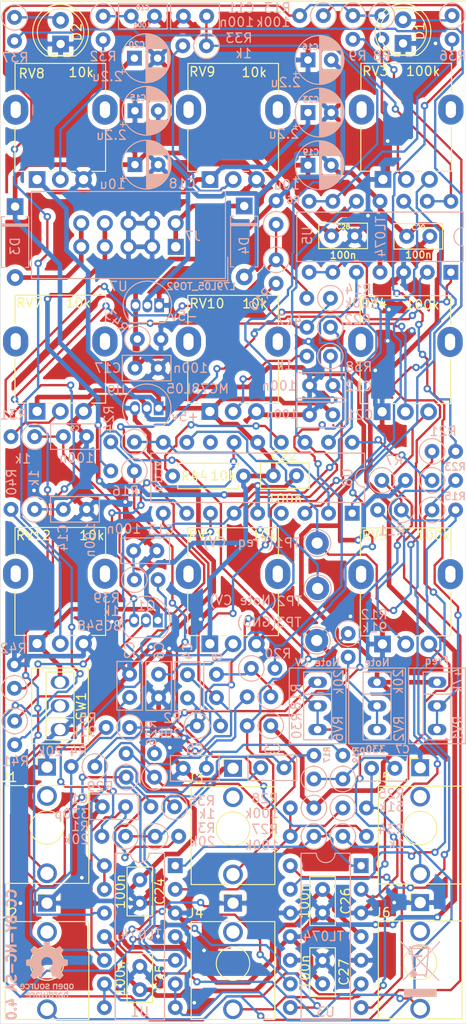
<source format=kicad_pcb>
(kicad_pcb (version 20171130) (host pcbnew "(5.1.4)-1")
  (layers (0 F.Cu signal hide) (31 B.Cu signal hide) (34 B.Paste user) (35 F.Paste user) (36 B.SilkS user) (37 F.SilkS user) (38 B.Mask user) (39 F.Mask user) (44 Edge.Cuts user))
  (net 0 "")
  (net 1 Earth)
  (net 2 "Net-(C1-Pad1)")
  (net 3 "Net-(C2-Pad1)")
  (net 4 "Net-(C3-Pad2)")
  (net 5 "Net-(C3-Pad1)")
  (net 6 "Net-(C4-Pad2)")
  (net 7 "Net-(C4-Pad1)")
  (net 8 "Net-(C5-Pad1)")
  (net 9 "Net-(C6-Pad1)")
  (net 10 "Net-(C7-Pad2)")
  (net 11 "Net-(C7-Pad1)")
  (net 12 "Net-(C8-Pad2)")
  (net 13 "Net-(C8-Pad1)")
  (net 14 CRUSH_CTRL)
  (net 15 FREQ_CTRL)
  (net 16 FINE_CTRL)
  (net 17 WAVE_CTRL)
  (net 18 SUB_SELECT_CTRL)
  (net 19 GLIDE_CTRL)
  (net 20 -12V)
  (net 21 +12V)
  (net 22 +5V)
  (net 23 "Net-(D1-Pad2)")
  (net 24 "Net-(D2-Pad2)")
  (net 25 "Net-(D3-Pad2)")
  (net 26 "Net-(D4-Pad1)")
  (net 27 "Net-(J1-PadT)")
  (net 28 "Net-(J2-PadT)")
  (net 29 "Net-(J3-PadT)")
  (net 30 "Net-(J4-PadT)")
  (net 31 "Net-(J5-PadT)")
  (net 32 "Net-(J6-PadT)")
  (net 33 GLIDE_TOGGLE)
  (net 34 "Net-(Q1-Pad2)")
  (net 35 OSC_OUT)
  (net 36 SUB_OUT)
  (net 37 "Net-(R5-Pad1)")
  (net 38 -5V)
  (net 39 "Net-(R10-Pad1)")
  (net 40 "Net-(R11-Pad1)")
  (net 41 "Net-(R8-Pad2)")
  (net 42 "Net-(R13-Pad2)")
  (net 43 "Net-(R9-Pad2)")
  (net 44 "Net-(R10-Pad2)")
  (net 45 "Net-(R11-Pad2)")
  (net 46 "Net-(R12-Pad2)")
  (net 47 "Net-(R12-Pad1)")
  (net 48 "Net-(R13-Pad1)")
  (net 49 "Net-(R14-Pad1)")
  (net 50 "Net-(R15-Pad1)")
  (net 51 "Net-(R16-Pad1)")
  (net 52 FREQ_CV)
  (net 53 WAVE_CV)
  (net 54 SUB_WAVE_CV)
  (net 55 NOTE_CV)
  (net 56 "Net-(R25-Pad1)")
  (net 57 "Net-(R26-Pad1)")
  (net 58 "Net-(R27-Pad1)")
  (net 59 "Net-(R29-Pad1)")
  (net 60 "Net-(R31-Pad2)")
  (net 61 "Net-(R32-Pad2)")
  (net 62 "Net-(R33-Pad2)")
  (net 63 "Net-(R36-Pad2)")
  (net 64 "Net-(R37-Pad2)")
  (net 65 "Net-(R38-Pad2)")
  (net 66 "Net-(R39-Pad2)")
  (net 67 "Net-(R40-Pad2)")
  (net 68 "Net-(R41-Pad2)")
  (net 69 "Net-(R44-Pad2)")
  (net 70 GNDD)
  (module Symbol:OSHW-Logo_5.7x6mm_SilkScreen (layer B.Cu) (at 89.916 146.431 180)
    (fp_text reference J27 hide)
    (fp_text value OSHW hide)
  )
  (module Symbol:WEEE-Logo_4.2x6mm_SilkScreen (layer B.Cu) (at 130.048 146.304 180)
    (fp_text reference J26 hide)
    (fp_text value WEEE hide)
  )
  (module Resistor_THT:R_Axial_DIN0207_L6.3mm_D2.5mm_P7.62mm_Horizontal (layer F.Cu) (at 111.04626 93.38564 180)
    (fp_text reference R44 (at 5.25526 -0.02286) (layer F.SilkS))
    (fp_text value 10k (at 2.20726 0.04064) (layer F.SilkS))
    (pad 2 thru_hole oval (at 7.62 0 180) (size 1.6 1.6) (drill 0.8) (layers *.Cu *.Mask) (net 69 "Net-(R44-Pad2)"))
    (pad 1 thru_hole circle (at 0 0 180) (size 1.6 1.6) (drill 0.8) (layers *.Cu *.Mask) (net 22 +5V))
  )
  (module Potentiometer_THT:Potentiometer_Alpha_RD901F-40-00D_Single_Vertical (layer F.Cu) (at 125.9586 86.487 90)
    (fp_text reference RV4 (at 11.6205 -0.8636) (layer F.SilkS))
    (fp_text value 100k (at 11.4935 4.3434) (layer F.SilkS))
    (pad "" thru_hole oval (at 7.5 -2.3 180) (size 2.72 3.24) (drill oval 1.1 1.8) (layers *.Cu *.Mask))
    (pad "" thru_hole oval (at 7.5 7.3 180) (size 2.72 3.24) (drill oval 1.1 1.8) (layers *.Cu *.Mask))
    (pad 3 thru_hole circle (at 0 5 180) (size 1.8 1.8) (drill 1) (layers *.Cu *.Mask) (net 29 "Net-(J3-PadT)"))
    (pad 2 thru_hole circle (at 0 2.5 180) (size 1.8 1.8) (drill 1) (layers *.Cu *.Mask) (net 44 "Net-(R10-Pad2)"))
    (pad 1 thru_hole rect (at 0 0 180) (size 1.8 1.8) (drill 1) (layers *.Cu *.Mask) (net 1 Earth))
  )
  (module Resistor_THT:R_Axial_DIN0207_L6.3mm_D2.5mm_P2.54mm_Vertical (layer B.Cu) (at 99.6315 78.6765)
    (fp_text reference R43 (at -2.2225 -1.905 135) (layer B.SilkS) (effects (justify mirror)))
    (fp_text value 10k)
    (pad 2 thru_hole oval (at 2.54 0) (size 1.6 1.6) (drill 0.8) (layers *.Cu *.Mask) (net 1 Earth))
    (pad 1 thru_hole circle (at 0 0) (size 1.6 1.6) (drill 0.8) (layers *.Cu *.Mask) (net 38 -5V))
  )
  (module Resistor_THT:R_Axial_DIN0207_L6.3mm_D2.5mm_P2.54mm_Vertical (layer B.Cu) (at 86.4108 116.1796 90)
    (fp_text reference R42 (at 4.2926 -0.1143) (layer B.SilkS) (effects (justify mirror)))
    (fp_text value 10k)
    (pad 2 thru_hole oval (at 2.54 0 90) (size 1.6 1.6) (drill 0.8) (layers *.Cu *.Mask) (net 1 Earth))
    (pad 1 thru_hole circle (at 0 0 90) (size 1.6 1.6) (drill 0.8) (layers *.Cu *.Mask) (net 33 GLIDE_TOGGLE))
  )
  (module Resistor_THT:R_Axial_DIN0207_L6.3mm_D2.5mm_P2.54mm_Vertical (layer B.Cu) (at 86.44128 119.70004 270)
    (fp_text reference R41 (at 4.31546 -0.10922) (layer B.SilkS) (effects (justify mirror)))
    (fp_text value 10k)
    (pad 2 thru_hole oval (at 2.54 0 270) (size 1.6 1.6) (drill 0.8) (layers *.Cu *.Mask) (net 68 "Net-(R41-Pad2)"))
    (pad 1 thru_hole circle (at 0 0 270) (size 1.6 1.6) (drill 0.8) (layers *.Cu *.Mask) (net 34 "Net-(Q1-Pad2)"))
  )
  (module Resistor_THT:R_Axial_DIN0207_L6.3mm_D2.5mm_P2.54mm_Vertical (layer B.Cu) (at 88.5825 96.9645 180)
    (fp_text reference R40 (at 2.4765 2.921 90) (layer B.SilkS) (effects (justify mirror)))
    (fp_text value 1k (at 0.0635 3.3655 90) (layer B.SilkS) (effects (justify mirror)))
    (pad 2 thru_hole oval (at 2.54 0 180) (size 1.6 1.6) (drill 0.8) (layers *.Cu *.Mask) (net 67 "Net-(R40-Pad2)"))
    (pad 1 thru_hole circle (at 0 0 180) (size 1.6 1.6) (drill 0.8) (layers *.Cu *.Mask) (net 19 GLIDE_CTRL))
  )
  (module Resistor_THT:R_Axial_DIN0207_L6.3mm_D2.5mm_P2.54mm_Vertical (layer B.Cu) (at 99.314 104.521)
    (fp_text reference R39 (at -2.9845 1.9685) (layer B.SilkS) (effects (justify mirror)))
    (fp_text value 1k (at -2.4765 3.3655) (layer B.SilkS) (effects (justify mirror)))
    (pad 2 thru_hole oval (at 2.54 0) (size 1.6 1.6) (drill 0.8) (layers *.Cu *.Mask) (net 66 "Net-(R39-Pad2)"))
    (pad 1 thru_hole circle (at 0 0) (size 1.6 1.6) (drill 0.8) (layers *.Cu *.Mask) (net 18 SUB_SELECT_CTRL))
  )
  (module Resistor_THT:R_Axial_DIN0207_L6.3mm_D2.5mm_P2.54mm_Vertical (layer B.Cu) (at 120.396 80.518 180)
    (fp_text reference R38 (at -3.048 -1.143) (layer B.SilkS) (effects (justify mirror)))
    (fp_text value 1k (at 4.8895 -0.9525) (layer B.SilkS) (effects (justify mirror)))
    (pad 2 thru_hole oval (at 2.54 0 180) (size 1.6 1.6) (drill 0.8) (layers *.Cu *.Mask) (net 65 "Net-(R38-Pad2)"))
    (pad 1 thru_hole circle (at 0 0 180) (size 1.6 1.6) (drill 0.8) (layers *.Cu *.Mask) (net 17 WAVE_CTRL))
  )
  (module Resistor_THT:R_Axial_DIN0207_L6.3mm_D2.5mm_P2.54mm_Vertical (layer B.Cu) (at 86.4235 44.1325 270)
    (fp_text reference R37 (at 4.318 -0.0635) (layer B.SilkS) (effects (justify mirror)))
    (fp_text value 1k)
    (pad 2 thru_hole oval (at 2.54 0 270) (size 1.6 1.6) (drill 0.8) (layers *.Cu *.Mask) (net 64 "Net-(R37-Pad2)"))
    (pad 1 thru_hole circle (at 0 0 270) (size 1.6 1.6) (drill 0.8) (layers *.Cu *.Mask) (net 24 "Net-(D2-Pad2)"))
  )
  (module Resistor_THT:R_Axial_DIN0207_L6.3mm_D2.5mm_P2.54mm_Vertical (layer B.Cu) (at 133.477 43.942 270)
    (fp_text reference R36 (at 4.318 -0.0635) (layer B.SilkS) (effects (justify mirror)))
    (fp_text value 1k)
    (pad 2 thru_hole oval (at 2.54 0 270) (size 1.6 1.6) (drill 0.8) (layers *.Cu *.Mask) (net 63 "Net-(R36-Pad2)"))
    (pad 1 thru_hole circle (at 0 0 270) (size 1.6 1.6) (drill 0.8) (layers *.Cu *.Mask) (net 23 "Net-(D1-Pad2)"))
  )
  (module Resistor_THT:R_Axial_DIN0207_L6.3mm_D2.5mm_P2.54mm_Vertical (layer B.Cu) (at 103.632 128.905 180)
    (fp_text reference R35 (at -2.921 0.635) (layer B.SilkS) (effects (justify mirror)))
    (fp_text value 1k (at -3.4925 -0.762) (layer B.SilkS) (effects (justify mirror)))
    (pad 2 thru_hole oval (at 2.54 0 180) (size 1.6 1.6) (drill 0.8) (layers *.Cu *.Mask) (net 59 "Net-(R29-Pad1)"))
    (pad 1 thru_hole circle (at 0 0 180) (size 1.6 1.6) (drill 0.8) (layers *.Cu *.Mask) (net 32 "Net-(J6-PadT)"))
  )
  (module Resistor_THT:R_Axial_DIN0207_L6.3mm_D2.5mm_P2.54mm_Vertical (layer B.Cu) (at 121.7295 132.08)
    (fp_text reference R34 (at 5.207 -0.762) (layer B.SilkS) (effects (justify mirror)))
    (fp_text value 1k (at 5.7785 0.762) (layer B.SilkS) (effects (justify mirror)))
    (pad 2 thru_hole oval (at 2.54 0) (size 1.6 1.6) (drill 0.8) (layers *.Cu *.Mask) (net 58 "Net-(R27-Pad1)"))
    (pad 1 thru_hole circle (at 0 0) (size 1.6 1.6) (drill 0.8) (layers *.Cu *.Mask) (net 31 "Net-(J5-PadT)"))
  )
  (module Resistor_THT:R_Axial_DIN0207_L6.3mm_D2.5mm_P2.54mm_Vertical (layer B.Cu) (at 107.061 47.1805 180)
    (fp_text reference R33 (at -3.4925 0.8255 180) (layer B.SilkS) (effects (justify mirror)))
    (fp_text value 1k (at -4.0005 -0.8255 180) (layer B.SilkS) (effects (justify mirror)))
    (pad 2 thru_hole oval (at 2.54 0 180) (size 1.6 1.6) (drill 0.8) (layers *.Cu *.Mask) (net 62 "Net-(R33-Pad2)"))
    (pad 1 thru_hole circle (at 0 0 180) (size 1.6 1.6) (drill 0.8) (layers *.Cu *.Mask) (net 16 FINE_CTRL))
  )
  (module Resistor_THT:R_Axial_DIN0207_L6.3mm_D2.5mm_P2.54mm_Vertical (layer B.Cu) (at 95.9485 44.0055 270)
    (fp_text reference R32 (at 4.318 0 180) (layer B.SilkS) (effects (justify mirror)))
    (fp_text value 1k)
    (pad 2 thru_hole oval (at 2.54 0 270) (size 1.6 1.6) (drill 0.8) (layers *.Cu *.Mask) (net 61 "Net-(R32-Pad2)"))
    (pad 1 thru_hole circle (at 0 0 270) (size 1.6 1.6) (drill 0.8) (layers *.Cu *.Mask) (net 15 FREQ_CTRL))
  )
  (module Resistor_THT:R_Axial_DIN0207_L6.3mm_D2.5mm_P2.54mm_Vertical (layer B.Cu) (at 88.5825 89.154 180)
    (fp_text reference R31 (at 2.286 2.3495) (layer B.SilkS) (effects (justify mirror)))
    (fp_text value 1k (at 1.27 -2.37) (layer B.SilkS) (effects (justify mirror)))
    (pad 2 thru_hole oval (at 2.54 0 180) (size 1.6 1.6) (drill 0.8) (layers *.Cu *.Mask) (net 60 "Net-(R31-Pad2)"))
    (pad 1 thru_hole circle (at 0 0 180) (size 1.6 1.6) (drill 0.8) (layers *.Cu *.Mask) (net 14 CRUSH_CTRL))
  )
  (module Resistor_THT:R_Axial_DIN0207_L6.3mm_D2.5mm_P2.54mm_Vertical (layer B.Cu) (at 113.9825 120.2055 180)
    (fp_text reference R30 (at -2.794 0 270) (layer B.SilkS) (effects (justify mirror)))
    (fp_text value 100k)
    (pad 2 thru_hole oval (at 2.54 0 180) (size 1.6 1.6) (drill 0.8) (layers *.Cu *.Mask) (net 57 "Net-(R26-Pad1)"))
    (pad 1 thru_hole circle (at 0 0 180) (size 1.6 1.6) (drill 0.8) (layers *.Cu *.Mask) (net 38 -5V))
  )
  (module Resistor_THT:R_Axial_DIN0207_L6.3mm_D2.5mm_P2.54mm_Vertical (layer B.Cu) (at 98.425 125.73 90)
    (fp_text reference R29 (at -1.016 -2.794) (layer B.SilkS) (effects (justify mirror)))
    (fp_text value 100k)
    (pad 2 thru_hole oval (at 2.54 0 90) (size 1.6 1.6) (drill 0.8) (layers *.Cu *.Mask) (net 57 "Net-(R26-Pad1)"))
    (pad 1 thru_hole circle (at 0 0 90) (size 1.6 1.6) (drill 0.8) (layers *.Cu *.Mask) (net 59 "Net-(R29-Pad1)"))
  )
  (module Resistor_THT:R_Axial_DIN0207_L6.3mm_D2.5mm_P2.54mm_Vertical (layer B.Cu) (at 118.618 129.032 180)
    (fp_text reference R28 (at 5.2705 1.016 180) (layer B.SilkS) (effects (justify mirror)))
    (fp_text value 100k (at 5.588 -0.5715 180) (layer B.SilkS) (effects (justify mirror)))
    (pad 2 thru_hole oval (at 2.54 0 180) (size 1.6 1.6) (drill 0.8) (layers *.Cu *.Mask) (net 56 "Net-(R25-Pad1)"))
    (pad 1 thru_hole circle (at 0 0 180) (size 1.6 1.6) (drill 0.8) (layers *.Cu *.Mask) (net 38 -5V))
  )
  (module Resistor_THT:R_Axial_DIN0207_L6.3mm_D2.5mm_P2.54mm_Vertical (layer B.Cu) (at 118.618 132.08 180)
    (fp_text reference R27 (at 5.2705 0.762 180) (layer B.SilkS) (effects (justify mirror)))
    (fp_text value 100k (at 5.588 -0.9525 180) (layer B.SilkS) (effects (justify mirror)))
    (pad 2 thru_hole oval (at 2.54 0 180) (size 1.6 1.6) (drill 0.8) (layers *.Cu *.Mask) (net 56 "Net-(R25-Pad1)"))
    (pad 1 thru_hole circle (at 0 0 180) (size 1.6 1.6) (drill 0.8) (layers *.Cu *.Mask) (net 58 "Net-(R27-Pad1)"))
  )
  (module Resistor_THT:R_Axial_DIN0207_L6.3mm_D2.5mm_P2.54mm_Vertical (layer B.Cu) (at 101.473 125.73 90)
    (fp_text reference R26 (at 4.7625 -0.3175 270) (layer B.SilkS) (effects (justify mirror)))
    (fp_text value 51k)
    (pad 2 thru_hole oval (at 2.54 0 90) (size 1.6 1.6) (drill 0.8) (layers *.Cu *.Mask) (net 12 "Net-(C8-Pad2)"))
    (pad 1 thru_hole circle (at 0 0 90) (size 1.6 1.6) (drill 0.8) (layers *.Cu *.Mask) (net 57 "Net-(R26-Pad1)"))
  )
  (module Resistor_THT:R_Axial_DIN0207_L6.3mm_D2.5mm_P2.54mm_Vertical (layer B.Cu) (at 121.7295 129.032)
    (fp_text reference R25 (at 5.207 -1.524 180) (layer B.SilkS) (effects (justify mirror)))
    (fp_text value 51k (at 5.2705 -0.127 180) (layer B.SilkS) (effects (justify mirror)))
    (pad 2 thru_hole oval (at 2.54 0) (size 1.6 1.6) (drill 0.8) (layers *.Cu *.Mask) (net 10 "Net-(C7-Pad2)"))
    (pad 1 thru_hole circle (at 0 0) (size 1.6 1.6) (drill 0.8) (layers *.Cu *.Mask) (net 56 "Net-(R25-Pad1)"))
  )
  (module Resistor_THT:R_Axial_DIN0207_L6.3mm_D2.5mm_P2.54mm_Vertical (layer B.Cu) (at 99.314 89.7255 180)
    (fp_text reference R24 (at 2.7305 2.4765 90) (layer B.SilkS) (effects (justify mirror)))
    (fp_text value 4k7)
    (pad 2 thru_hole oval (at 2.54 0 180) (size 1.6 1.6) (drill 0.8) (layers *.Cu *.Mask) (net 51 "Net-(R16-Pad1)"))
    (pad 1 thru_hole circle (at 0 0 180) (size 1.6 1.6) (drill 0.8) (layers *.Cu *.Mask) (net 55 NOTE_CV))
  )
  (module Resistor_THT:R_Axial_DIN0207_L6.3mm_D2.5mm_P2.54mm_Vertical (layer B.Cu) (at 131.318 93.853)
    (fp_text reference R23 (at 2.4765 -1.4605 180) (layer B.SilkS) (effects (font (size 0.8 0.8)) (justify mirror)))
    (fp_text value 4k7)
    (pad 2 thru_hole oval (at 2.54 0) (size 1.6 1.6) (drill 0.8) (layers *.Cu *.Mask) (net 50 "Net-(R15-Pad1)"))
    (pad 1 thru_hole circle (at 0 0) (size 1.6 1.6) (drill 0.8) (layers *.Cu *.Mask) (net 54 SUB_WAVE_CV))
  )
  (module Resistor_THT:R_Axial_DIN0207_L6.3mm_D2.5mm_P2.54mm_Vertical (layer B.Cu) (at 120.396 77.4065 180)
    (fp_text reference R22 (at -2.921 0.8255) (layer B.SilkS) (effects (justify mirror)))
    (fp_text value 4k7 (at 4.3815 0.762) (layer B.SilkS) (effects (justify mirror)))
    (pad 2 thru_hole oval (at 2.54 0 180) (size 1.6 1.6) (drill 0.8) (layers *.Cu *.Mask) (net 49 "Net-(R14-Pad1)"))
    (pad 1 thru_hole circle (at 0 0 180) (size 1.6 1.6) (drill 0.8) (layers *.Cu *.Mask) (net 53 WAVE_CV))
  )
  (module Resistor_THT:R_Axial_DIN0207_L6.3mm_D2.5mm_P2.54mm_Vertical (layer B.Cu) (at 131.318 90.7415)
    (fp_text reference R21 (at 1.2065 -2.159) (layer B.SilkS) (effects (justify mirror)))
    (fp_text value 4k7)
    (pad 2 thru_hole oval (at 2.54 0) (size 1.6 1.6) (drill 0.8) (layers *.Cu *.Mask) (net 48 "Net-(R13-Pad1)"))
    (pad 1 thru_hole circle (at 0 0) (size 1.6 1.6) (drill 0.8) (layers *.Cu *.Mask) (net 52 FREQ_CV))
  )
  (module Resistor_THT:R_Axial_DIN0207_L6.3mm_D2.5mm_P2.54mm_Vertical (layer B.Cu) (at 111.887 114.046)
    (fp_text reference R20 (at 2.8575 -1.5875 180) (layer B.SilkS) (effects (justify mirror)))
    (fp_text value 27k)
    (pad 2 thru_hole oval (at 2.54 0) (size 1.6 1.6) (drill 0.8) (layers *.Cu *.Mask) (net 9 "Net-(C6-Pad1)"))
    (pad 1 thru_hole circle (at 0 0) (size 1.6 1.6) (drill 0.8) (layers *.Cu *.Mask) (net 13 "Net-(C8-Pad1)"))
  )
  (module Resistor_THT:R_Axial_DIN0207_L6.3mm_D2.5mm_P2.54mm_Vertical (layer B.Cu) (at 121.7295 125.9205 90)
    (fp_text reference R19 (at 2.6035 1.397 270) (layer B.SilkS) (effects (font (size 0.6 0.6)) (justify mirror)))
    (fp_text value 27k)
    (pad 2 thru_hole oval (at 2.54 0 90) (size 1.6 1.6) (drill 0.8) (layers *.Cu *.Mask) (net 8 "Net-(C5-Pad1)"))
    (pad 1 thru_hole circle (at 0 0 90) (size 1.6 1.6) (drill 0.8) (layers *.Cu *.Mask) (net 11 "Net-(C7-Pad1)"))
  )
  (module Resistor_THT:R_Axial_DIN0207_L6.3mm_D2.5mm_P2.54mm_Vertical (layer B.Cu) (at 113.9825 117.094 180)
    (fp_text reference R18 (at -2.7305 0 90) (layer B.SilkS) (effects (justify mirror)))
    (fp_text value 27k)
    (pad 2 thru_hole oval (at 2.54 0 180) (size 1.6 1.6) (drill 0.8) (layers *.Cu *.Mask) (net 6 "Net-(C4-Pad2)"))
    (pad 1 thru_hole circle (at 0 0 180) (size 1.6 1.6) (drill 0.8) (layers *.Cu *.Mask) (net 13 "Net-(C8-Pad1)"))
  )
  (module Resistor_THT:R_Axial_DIN0207_L6.3mm_D2.5mm_P2.54mm_Vertical (layer B.Cu) (at 118.618 125.9205 90)
    (fp_text reference R17 (at 2.6035 1.397 270) (layer B.SilkS) (effects (font (size 0.6 0.6)) (justify mirror)))
    (fp_text value 27k)
    (pad 2 thru_hole oval (at 2.54 0 90) (size 1.6 1.6) (drill 0.8) (layers *.Cu *.Mask) (net 4 "Net-(C3-Pad2)"))
    (pad 1 thru_hole circle (at 0 0 90) (size 1.6 1.6) (drill 0.8) (layers *.Cu *.Mask) (net 11 "Net-(C7-Pad1)"))
  )
  (module Resistor_THT:R_Axial_DIN0207_L6.3mm_D2.5mm_P2.54mm_Vertical (layer B.Cu) (at 99.314 92.837 180)
    (fp_text reference R16 (at 0.9525 -2.159) (layer B.SilkS) (effects (justify mirror)))
    (fp_text value 100k)
    (pad 2 thru_hole oval (at 2.54 0 180) (size 1.6 1.6) (drill 0.8) (layers *.Cu *.Mask) (net 47 "Net-(R12-Pad1)"))
    (pad 1 thru_hole circle (at 0 0 180) (size 1.6 1.6) (drill 0.8) (layers *.Cu *.Mask) (net 51 "Net-(R16-Pad1)"))
  )
  (module Resistor_THT:R_Axial_DIN0207_L6.3mm_D2.5mm_P2.54mm_Vertical (layer B.Cu) (at 131.318 97.028)
    (fp_text reference R15 (at 2.4765 -1.4605 180) (layer B.SilkS) (effects (font (size 0.8 0.8)) (justify mirror)))
    (fp_text value 100k)
    (pad 2 thru_hole oval (at 2.54 0) (size 1.6 1.6) (drill 0.8) (layers *.Cu *.Mask) (net 40 "Net-(R11-Pad1)"))
    (pad 1 thru_hole circle (at 0 0) (size 1.6 1.6) (drill 0.8) (layers *.Cu *.Mask) (net 50 "Net-(R15-Pad1)"))
  )
  (module Resistor_THT:R_Axial_DIN0207_L6.3mm_D2.5mm_P2.54mm_Vertical (layer B.Cu) (at 120.396 74.295 180)
    (fp_text reference R14 (at -2.9845 0.9525) (layer B.SilkS) (effects (justify mirror)))
    (fp_text value 100k (at -3.3655 -0.508) (layer B.SilkS) (effects (justify mirror)))
    (pad 2 thru_hole oval (at 2.54 0 180) (size 1.6 1.6) (drill 0.8) (layers *.Cu *.Mask) (net 39 "Net-(R10-Pad1)"))
    (pad 1 thru_hole circle (at 0 0 180) (size 1.6 1.6) (drill 0.8) (layers *.Cu *.Mask) (net 49 "Net-(R14-Pad1)"))
  )
  (module Resistor_THT:R_Axial_DIN0207_L6.3mm_D2.5mm_P2.54mm_Vertical (layer B.Cu) (at 119.634 43.942 180)
    (fp_text reference R13 (at 4.953 0.8255) (layer B.SilkS) (effects (justify mirror)))
    (fp_text value 100k (at 5.3975 -0.6985) (layer B.SilkS) (effects (justify mirror)))
    (pad 2 thru_hole oval (at 2.54 0 180) (size 1.6 1.6) (drill 0.8) (layers *.Cu *.Mask) (net 42 "Net-(R13-Pad2)"))
    (pad 1 thru_hole circle (at 0 0 180) (size 1.6 1.6) (drill 0.8) (layers *.Cu *.Mask) (net 48 "Net-(R13-Pad1)"))
  )
  (module Resistor_THT:R_Axial_DIN0207_L6.3mm_D2.5mm_P2.54mm_Vertical (layer B.Cu) (at 122.301 110.2995 270)
    (fp_text reference R12 (at -2.032 -2.794 180) (layer B.SilkS) (effects (justify mirror)))
    (fp_text value 91k (at -0.635 -2.8575 180) (layer B.SilkS) (effects (justify mirror)))
    (pad 2 thru_hole oval (at 2.54 0 270) (size 1.6 1.6) (drill 0.8) (layers *.Cu *.Mask) (net 46 "Net-(R12-Pad2)"))
    (pad 1 thru_hole circle (at 0 0 270) (size 1.6 1.6) (drill 0.8) (layers *.Cu *.Mask) (net 47 "Net-(R12-Pad1)"))
  )
  (module Resistor_THT:R_Axial_DIN0207_L6.3mm_D2.5mm_P2.54mm_Vertical (layer B.Cu) (at 128.016 97.028 180)
    (fp_text reference R11 (at 1.016 -2.2225 180) (layer B.SilkS) (effects (justify mirror)))
    (fp_text value 200k)
    (pad 2 thru_hole oval (at 2.54 0 180) (size 1.6 1.6) (drill 0.8) (layers *.Cu *.Mask) (net 45 "Net-(R11-Pad2)"))
    (pad 1 thru_hole circle (at 0 0 180) (size 1.6 1.6) (drill 0.8) (layers *.Cu *.Mask) (net 40 "Net-(R11-Pad1)"))
  )
  (module Resistor_THT:R_Axial_DIN0207_L6.3mm_D2.5mm_P2.54mm_Vertical (layer B.Cu) (at 114.554 70.1675 270)
    (fp_text reference R10 (at 4.2545 1.7145 225) (layer B.SilkS) (effects (justify mirror)))
    (fp_text value 200k)
    (pad 2 thru_hole oval (at 2.54 0 270) (size 1.6 1.6) (drill 0.8) (layers *.Cu *.Mask) (net 44 "Net-(R10-Pad2)"))
    (pad 1 thru_hole circle (at 0 0 270) (size 1.6 1.6) (drill 0.8) (layers *.Cu *.Mask) (net 39 "Net-(R10-Pad1)"))
  )
  (module Resistor_THT:R_Axial_DIN0207_L6.3mm_D2.5mm_P2.54mm_Vertical (layer B.Cu) (at 122.809 43.942 270)
    (fp_text reference R9 (at 4.318 -0.508) (layer B.SilkS) (effects (justify mirror)))
    (fp_text value 180k)
    (pad 2 thru_hole oval (at 2.54 0 270) (size 1.6 1.6) (drill 0.8) (layers *.Cu *.Mask) (net 43 "Net-(R9-Pad2)"))
    (pad 1 thru_hole circle (at 0 0 270) (size 1.6 1.6) (drill 0.8) (layers *.Cu *.Mask) (net 42 "Net-(R13-Pad2)"))
  )
  (module Resistor_THT:R_Axial_DIN0207_L6.3mm_D2.5mm_P2.54mm_Vertical (layer B.Cu) (at 125.9205 43.942 270)
    (fp_text reference R8 (at 4.318 0 180) (layer B.SilkS) (effects (justify mirror)))
    (fp_text value 200k)
    (pad 2 thru_hole oval (at 2.54 0 270) (size 1.6 1.6) (drill 0.8) (layers *.Cu *.Mask) (net 41 "Net-(R8-Pad2)"))
    (pad 1 thru_hole circle (at 0 0 270) (size 1.6 1.6) (drill 0.8) (layers *.Cu *.Mask) (net 42 "Net-(R13-Pad2)"))
  )
  (module Resistor_THT:R_Axial_DIN0207_L6.3mm_D2.5mm_P2.54mm_Vertical (layer B.Cu) (at 125.9205 93.853)
    (fp_text reference R7 (at 1.3335 -2.159) (layer B.SilkS) (effects (justify mirror)))
    (fp_text value 200k)
    (pad 2 thru_hole oval (at 2.54 0) (size 1.6 1.6) (drill 0.8) (layers *.Cu *.Mask) (net 38 -5V))
    (pad 1 thru_hole circle (at 0 0) (size 1.6 1.6) (drill 0.8) (layers *.Cu *.Mask) (net 40 "Net-(R11-Pad1)"))
  )
  (module Resistor_THT:R_Axial_DIN0207_L6.3mm_D2.5mm_P2.54mm_Vertical (layer B.Cu) (at 114.554 66.3575 90)
    (fp_text reference R6 (at 2.6035 1.8415) (layer B.SilkS) (effects (font (size 0.75 0.75)) (justify mirror)))
    (fp_text value 200k)
    (pad 2 thru_hole oval (at 2.54 0 90) (size 1.6 1.6) (drill 0.8) (layers *.Cu *.Mask) (net 38 -5V))
    (pad 1 thru_hole circle (at 0 0 90) (size 1.6 1.6) (drill 0.8) (layers *.Cu *.Mask) (net 39 "Net-(R10-Pad1)"))
  )
  (module Resistor_THT:R_Axial_DIN0207_L6.3mm_D2.5mm_P2.54mm_Vertical (layer B.Cu) (at 98.806 120.396 180)
    (fp_text reference R5 (at 4.5085 1.016) (layer B.SilkS) (effects (justify mirror)))
    (fp_text value 91k (at 4.8895 -0.4445) (layer B.SilkS) (effects (justify mirror)))
    (pad 2 thru_hole oval (at 2.54 0 180) (size 1.6 1.6) (drill 0.8) (layers *.Cu *.Mask) (net 27 "Net-(J1-PadT)"))
    (pad 1 thru_hole circle (at 0 0 180) (size 1.6 1.6) (drill 0.8) (layers *.Cu *.Mask) (net 37 "Net-(R5-Pad1)"))
  )
  (module Resistor_THT:R_Axial_DIN0207_L6.3mm_D2.5mm_P2.54mm_Vertical (layer B.Cu) (at 95.0595 124.587 180)
    (fp_text reference R4 (at 1.778 1.651 180) (layer B.SilkS) (effects (justify mirror)))
    (fp_text value 20k (at 4.7625 1.651 180) (layer B.SilkS) (effects (justify mirror)))
    (pad 2 thru_hole oval (at 2.54 0 180) (size 1.6 1.6) (drill 0.8) (layers *.Cu *.Mask) (net 3 "Net-(C2-Pad1)"))
    (pad 1 thru_hole circle (at 0 0 180) (size 1.6 1.6) (drill 0.8) (layers *.Cu *.Mask) (net 7 "Net-(C4-Pad1)"))
  )
  (module Resistor_THT:R_Axial_DIN0207_L6.3mm_D2.5mm_P2.54mm_Vertical (layer B.Cu) (at 101.5365 132.08)
    (fp_text reference R3 (at 5.5245 -0.889) (layer B.SilkS) (effects (justify mirror)))
    (fp_text value 20k (at 5.1435 0.5715) (layer B.SilkS) (effects (justify mirror)))
    (pad 2 thru_hole oval (at 2.54 0) (size 1.6 1.6) (drill 0.8) (layers *.Cu *.Mask) (net 2 "Net-(C1-Pad1)"))
    (pad 1 thru_hole circle (at 0 0) (size 1.6 1.6) (drill 0.8) (layers *.Cu *.Mask) (net 5 "Net-(C3-Pad1)"))
  )
  (module Resistor_THT:R_Axial_DIN0207_L6.3mm_D2.5mm_P2.54mm_Vertical (layer B.Cu) (at 106.045 120.2055)
    (fp_text reference R2 (at -2.667 -0.8255) (layer B.SilkS) (effects (justify mirror)))
    (fp_text value 20k (at -2.9845 0.8255) (layer B.SilkS) (effects (justify mirror)))
    (pad 2 thru_hole oval (at 2.54 0) (size 1.6 1.6) (drill 0.8) (layers *.Cu *.Mask) (net 36 SUB_OUT))
    (pad 1 thru_hole circle (at 0 0) (size 1.6 1.6) (drill 0.8) (layers *.Cu *.Mask) (net 7 "Net-(C4-Pad1)"))
  )
  (module Resistor_THT:R_Axial_DIN0207_L6.3mm_D2.5mm_P2.54mm_Vertical (layer B.Cu) (at 98.3615 132.08 180)
    (fp_text reference R1 (at 4.8895 1.0795) (layer B.SilkS) (effects (justify mirror)))
    (fp_text value 20k (at 5.2705 -0.3175) (layer B.SilkS) (effects (justify mirror)))
    (pad 2 thru_hole oval (at 2.54 0 180) (size 1.6 1.6) (drill 0.8) (layers *.Cu *.Mask) (net 35 OSC_OUT))
    (pad 1 thru_hole circle (at 0 0 180) (size 1.6 1.6) (drill 0.8) (layers *.Cu *.Mask) (net 5 "Net-(C3-Pad1)"))
  )
  (module Capacitor_THT:C_Disc_D5.0mm_W2.5mm_P2.50mm (layer F.Cu) (at 131.09194 67.64274 180)
    (fp_text reference C29 (at 1.23444 0.93726) (layer F.SilkS) (effects (font (size 0.5 0.5) (thickness 0.125))))
    (fp_text value 100n (at 1.23444 -1.98374) (layer F.SilkS) (effects (font (size 0.75 0.75))))
    (pad 2 thru_hole circle (at 2.5 0 180) (size 1.6 1.6) (drill 0.8) (layers *.Cu *.Mask) (net 20 -12V))
    (pad 1 thru_hole circle (at 0 0 180) (size 1.6 1.6) (drill 0.8) (layers *.Cu *.Mask) (net 1 Earth))
  )
  (module Capacitor_THT:C_Disc_D5.0mm_W2.5mm_P2.50mm (layer F.Cu) (at 120.5103 67.59956)
    (fp_text reference C28 (at 1.2827 -0.98044) (layer F.SilkS) (effects (font (size 0.5 0.5) (thickness 0.125))))
    (fp_text value 100n (at 1.25 2.06756) (layer F.SilkS) (effects (font (size 0.75 0.75))))
    (pad 2 thru_hole circle (at 2.5 0) (size 1.6 1.6) (drill 0.8) (layers *.Cu *.Mask) (net 1 Earth))
    (pad 1 thru_hole circle (at 0 0) (size 1.6 1.6) (drill 0.8) (layers *.Cu *.Mask) (net 21 +12V))
  )
  (module Capacitor_THT:C_Disc_D5.0mm_W2.5mm_P2.50mm (layer F.Cu) (at 119.55272 145.415 270)
    (fp_text reference C27 (at 1.25 -2.30378 90) (layer F.SilkS))
    (fp_text value 100n (at 1.25 1.88722 90) (layer F.SilkS))
    (pad 2 thru_hole circle (at 2.5 0 270) (size 1.6 1.6) (drill 0.8) (layers *.Cu *.Mask) (net 20 -12V))
    (pad 1 thru_hole circle (at 0 0 270) (size 1.6 1.6) (drill 0.8) (layers *.Cu *.Mask) (net 1 Earth))
  )
  (module Capacitor_THT:C_Disc_D5.0mm_W2.5mm_P2.50mm (layer F.Cu) (at 119.55272 137.78484 270)
    (fp_text reference C26 (at 1.25 -2.5 90) (layer F.SilkS))
    (fp_text value 100n (at 1.25 1.95072 90) (layer F.SilkS))
    (pad 2 thru_hole circle (at 2.5 0 270) (size 1.6 1.6) (drill 0.8) (layers *.Cu *.Mask) (net 1 Earth))
    (pad 1 thru_hole circle (at 0 0 270) (size 1.6 1.6) (drill 0.8) (layers *.Cu *.Mask) (net 21 +12V))
  )
  (module Capacitor_THT:C_Disc_D5.0mm_W2.5mm_P2.50mm (layer F.Cu) (at 99.8982 146.05 270)
    (fp_text reference C25 (at 1.2065 -2.2098 90) (layer F.SilkS))
    (fp_text value 100n (at 1.27 2.1082 90) (layer F.SilkS))
    (pad 2 thru_hole circle (at 2.5 0 270) (size 1.6 1.6) (drill 0.8) (layers *.Cu *.Mask) (net 20 -12V))
    (pad 1 thru_hole circle (at 0 0 270) (size 1.6 1.6) (drill 0.8) (layers *.Cu *.Mask) (net 1 Earth))
  )
  (module Capacitor_THT:C_Disc_D5.0mm_W2.5mm_P2.50mm (layer F.Cu) (at 99.8982 136.7536 270)
    (fp_text reference C24 (at 1.25 -2.1717 90) (layer F.SilkS))
    (fp_text value 100n (at 1.25 2.1082 90) (layer F.SilkS))
    (pad 2 thru_hole circle (at 2.5 0 270) (size 1.6 1.6) (drill 0.8) (layers *.Cu *.Mask) (net 1 Earth))
    (pad 1 thru_hole circle (at 0 0 270) (size 1.6 1.6) (drill 0.8) (layers *.Cu *.Mask) (net 21 +12V))
  )
  (module Package_DIP:DIP-14_W7.62mm (layer B.Cu) (at 123.698 135.2296 180)
    (fp_text reference U3 (at 3.81 -15.7099) (layer B.SilkS) (effects (justify mirror)))
    (fp_text value TL074 (at 4.064 -7.5819) (layer B.SilkS) (effects (justify mirror)))
    (pad 14 thru_hole oval (at 7.62 0 180) (size 1.6 1.6) (drill 0.8) (layers *.Cu *.Mask) (net 50 "Net-(R15-Pad1)"))
    (pad 7 thru_hole oval (at 0 -15.24 180) (size 1.6 1.6) (drill 0.8) (layers *.Cu *.Mask) (net 48 "Net-(R13-Pad1)"))
    (pad 13 thru_hole oval (at 7.62 -2.54 180) (size 1.6 1.6) (drill 0.8) (layers *.Cu *.Mask) (net 40 "Net-(R11-Pad1)"))
    (pad 6 thru_hole oval (at 0 -12.7 180) (size 1.6 1.6) (drill 0.8) (layers *.Cu *.Mask) (net 42 "Net-(R13-Pad2)"))
    (pad 12 thru_hole oval (at 7.62 -5.08 180) (size 1.6 1.6) (drill 0.8) (layers *.Cu *.Mask) (net 1 Earth))
    (pad 5 thru_hole oval (at 0 -10.16 180) (size 1.6 1.6) (drill 0.8) (layers *.Cu *.Mask) (net 1 Earth))
    (pad 11 thru_hole oval (at 7.62 -7.62 180) (size 1.6 1.6) (drill 0.8) (layers *.Cu *.Mask) (net 20 -12V))
    (pad 4 thru_hole oval (at 0 -7.62 180) (size 1.6 1.6) (drill 0.8) (layers *.Cu *.Mask) (net 21 +12V))
    (pad 10 thru_hole oval (at 7.62 -10.16 180) (size 1.6 1.6) (drill 0.8) (layers *.Cu *.Mask) (net 1 Earth))
    (pad 3 thru_hole oval (at 0 -5.08 180) (size 1.6 1.6) (drill 0.8) (layers *.Cu *.Mask) (net 1 Earth))
    (pad 9 thru_hole oval (at 7.62 -12.7 180) (size 1.6 1.6) (drill 0.8) (layers *.Cu *.Mask) (net 39 "Net-(R10-Pad1)"))
    (pad 2 thru_hole oval (at 0 -2.54 180) (size 1.6 1.6) (drill 0.8) (layers *.Cu *.Mask) (net 47 "Net-(R12-Pad1)"))
    (pad 8 thru_hole oval (at 7.62 -15.24 180) (size 1.6 1.6) (drill 0.8) (layers *.Cu *.Mask) (net 49 "Net-(R14-Pad1)"))
    (pad 1 thru_hole rect (at 0 0 180) (size 1.6 1.6) (drill 0.8) (layers *.Cu *.Mask) (net 51 "Net-(R16-Pad1)"))
  )
  (module Package_DIP:DIP-14_W7.62mm (layer B.Cu) (at 103.7082 135.2296 180)
    (fp_text reference U1 (at 3.8227 -15.7099) (layer B.SilkS) (effects (justify mirror)))
    (fp_text value TL074 (at 3.6957 -7.3914) (layer B.SilkS) (effects (justify mirror)))
    (pad 14 thru_hole oval (at 7.62 0 180) (size 1.6 1.6) (drill 0.8) (layers *.Cu *.Mask) (net 6 "Net-(C4-Pad2)"))
    (pad 7 thru_hole oval (at 0 -15.24 180) (size 1.6 1.6) (drill 0.8) (layers *.Cu *.Mask) (net 10 "Net-(C7-Pad2)"))
    (pad 13 thru_hole oval (at 7.62 -2.54 180) (size 1.6 1.6) (drill 0.8) (layers *.Cu *.Mask) (net 6 "Net-(C4-Pad2)"))
    (pad 6 thru_hole oval (at 0 -12.7 180) (size 1.6 1.6) (drill 0.8) (layers *.Cu *.Mask) (net 10 "Net-(C7-Pad2)"))
    (pad 12 thru_hole oval (at 7.62 -5.08 180) (size 1.6 1.6) (drill 0.8) (layers *.Cu *.Mask) (net 3 "Net-(C2-Pad1)"))
    (pad 5 thru_hole oval (at 0 -10.16 180) (size 1.6 1.6) (drill 0.8) (layers *.Cu *.Mask) (net 8 "Net-(C5-Pad1)"))
    (pad 11 thru_hole oval (at 7.62 -7.62 180) (size 1.6 1.6) (drill 0.8) (layers *.Cu *.Mask) (net 20 -12V))
    (pad 4 thru_hole oval (at 0 -7.62 180) (size 1.6 1.6) (drill 0.8) (layers *.Cu *.Mask) (net 21 +12V))
    (pad 10 thru_hole oval (at 7.62 -10.16 180) (size 1.6 1.6) (drill 0.8) (layers *.Cu *.Mask) (net 2 "Net-(C1-Pad1)"))
    (pad 3 thru_hole oval (at 0 -5.08 180) (size 1.6 1.6) (drill 0.8) (layers *.Cu *.Mask) (net 1 Earth))
    (pad 9 thru_hole oval (at 7.62 -12.7 180) (size 1.6 1.6) (drill 0.8) (layers *.Cu *.Mask) (net 4 "Net-(C3-Pad2)"))
    (pad 2 thru_hole oval (at 0 -2.54 180) (size 1.6 1.6) (drill 0.8) (layers *.Cu *.Mask) (net 56 "Net-(R25-Pad1)"))
    (pad 8 thru_hole oval (at 7.62 -15.24 180) (size 1.6 1.6) (drill 0.8) (layers *.Cu *.Mask) (net 4 "Net-(C3-Pad2)"))
    (pad 1 thru_hole rect (at 0 0 180) (size 1.6 1.6) (drill 0.8) (layers *.Cu *.Mask) (net 58 "Net-(R27-Pad1)"))
  )
  (module Package_DIP:DIP-14_W7.62mm (layer B.Cu) (at 133.35 71.501 90)
    (fp_text reference U5 (at 3.937 -15.4305 270) (layer B.SilkS) (effects (justify mirror)))
    (fp_text value TL074 (at 3.81 -7.5565 270) (layer B.SilkS) (effects (justify mirror)))
    (pad 14 thru_hole oval (at 7.62 0 90) (size 1.6 1.6) (drill 0.8) (layers *.Cu *.Mask) (net 64 "Net-(R37-Pad2)"))
    (pad 7 thru_hole oval (at 0 -15.24 90) (size 1.6 1.6) (drill 0.8) (layers *.Cu *.Mask) (net 12 "Net-(C8-Pad2)"))
    (pad 13 thru_hole oval (at 7.62 -2.54 90) (size 1.6 1.6) (drill 0.8) (layers *.Cu *.Mask) (net 64 "Net-(R37-Pad2)"))
    (pad 6 thru_hole oval (at 0 -12.7 90) (size 1.6 1.6) (drill 0.8) (layers *.Cu *.Mask) (net 12 "Net-(C8-Pad2)"))
    (pad 12 thru_hole oval (at 7.62 -5.08 90) (size 1.6 1.6) (drill 0.8) (layers *.Cu *.Mask) (net 35 OSC_OUT))
    (pad 5 thru_hole oval (at 0 -10.16 90) (size 1.6 1.6) (drill 0.8) (layers *.Cu *.Mask) (net 9 "Net-(C6-Pad1)"))
    (pad 11 thru_hole oval (at 7.62 -7.62 90) (size 1.6 1.6) (drill 0.8) (layers *.Cu *.Mask) (net 20 -12V))
    (pad 4 thru_hole oval (at 0 -7.62 90) (size 1.6 1.6) (drill 0.8) (layers *.Cu *.Mask) (net 21 +12V))
    (pad 10 thru_hole oval (at 7.62 -10.16 90) (size 1.6 1.6) (drill 0.8) (layers *.Cu *.Mask) (net 36 SUB_OUT))
    (pad 3 thru_hole oval (at 0 -5.08 90) (size 1.6 1.6) (drill 0.8) (layers *.Cu *.Mask) (net 1 Earth))
    (pad 9 thru_hole oval (at 7.62 -12.7 90) (size 1.6 1.6) (drill 0.8) (layers *.Cu *.Mask) (net 63 "Net-(R36-Pad2)"))
    (pad 2 thru_hole oval (at 0 -2.54 90) (size 1.6 1.6) (drill 0.8) (layers *.Cu *.Mask) (net 57 "Net-(R26-Pad1)"))
    (pad 8 thru_hole oval (at 7.62 -15.24 90) (size 1.6 1.6) (drill 0.8) (layers *.Cu *.Mask) (net 63 "Net-(R36-Pad2)"))
    (pad 1 thru_hole rect (at 0 0 90) (size 1.6 1.6) (drill 0.8) (layers *.Cu *.Mask) (net 59 "Net-(R29-Pad1)"))
  )
  (module Potentiometer_THT:Potentiometer_Alpha_RD901F-40-00D_Single_Vertical (layer F.Cu) (at 88.8492 111.379 90)
    (fp_text reference RV12 (at 11.6205 -0.3937) (layer F.SilkS))
    (fp_text value 10k (at 11.6205 5.8928) (layer F.SilkS))
    (pad "" thru_hole oval (at 7.5 -2.3 180) (size 2.72 3.24) (drill oval 1.1 1.8) (layers *.Cu *.Mask))
    (pad "" thru_hole oval (at 7.5 7.3 180) (size 2.72 3.24) (drill oval 1.1 1.8) (layers *.Cu *.Mask))
    (pad 3 thru_hole circle (at 0 5 180) (size 1.8 1.8) (drill 1) (layers *.Cu *.Mask) (net 1 Earth))
    (pad 2 thru_hole circle (at 0 2.5 180) (size 1.8 1.8) (drill 1) (layers *.Cu *.Mask) (net 67 "Net-(R40-Pad2)"))
    (pad 1 thru_hole rect (at 0 0 180) (size 1.8 1.8) (drill 1) (layers *.Cu *.Mask) (net 22 +5V))
  )
  (module Potentiometer_THT:Potentiometer_Alpha_RD901F-40-00D_Single_Vertical (layer F.Cu) (at 107.4312 111.4044 90)
    (fp_text reference RV11 (at 11.6459 -0.4337) (layer F.SilkS))
    (fp_text value 10k (at 11.6459 5.8528) (layer F.SilkS))
    (pad "" thru_hole oval (at 7.5 -2.3 180) (size 2.72 3.24) (drill oval 1.1 1.8) (layers *.Cu *.Mask))
    (pad "" thru_hole oval (at 7.5 7.3 180) (size 2.72 3.24) (drill oval 1.1 1.8) (layers *.Cu *.Mask))
    (pad 3 thru_hole circle (at 0 5 180) (size 1.8 1.8) (drill 1) (layers *.Cu *.Mask) (net 1 Earth))
    (pad 2 thru_hole circle (at 0 2.5 180) (size 1.8 1.8) (drill 1) (layers *.Cu *.Mask) (net 66 "Net-(R39-Pad2)"))
    (pad 1 thru_hole rect (at 0 0 180) (size 1.8 1.8) (drill 1) (layers *.Cu *.Mask) (net 22 +5V))
  )
  (module Potentiometer_THT:Potentiometer_Alpha_RD901F-40-00D_Single_Vertical (layer F.Cu) (at 107.4312 86.45652 90)
    (fp_text reference RV10 (at 11.59002 -0.3067) (layer F.SilkS))
    (fp_text value 10k (at 11.59002 4.8368) (layer F.SilkS))
    (pad "" thru_hole oval (at 7.5 -2.3 180) (size 2.72 3.24) (drill oval 1.1 1.8) (layers *.Cu *.Mask))
    (pad "" thru_hole oval (at 7.5 7.3 180) (size 2.72 3.24) (drill oval 1.1 1.8) (layers *.Cu *.Mask))
    (pad 3 thru_hole circle (at 0 5 180) (size 1.8 1.8) (drill 1) (layers *.Cu *.Mask) (net 1 Earth))
    (pad 2 thru_hole circle (at 0 2.5 180) (size 1.8 1.8) (drill 1) (layers *.Cu *.Mask) (net 65 "Net-(R38-Pad2)"))
    (pad 1 thru_hole rect (at 0 0 180) (size 1.8 1.8) (drill 1) (layers *.Cu *.Mask) (net 22 +5V))
  )
  (module Potentiometer_THT:Potentiometer_Alpha_RD901F-40-00D_Single_Vertical (layer F.Cu) (at 107.442 61.5442 90)
    (fp_text reference RV9 (at 11.5697 -0.8255) (layer F.SilkS))
    (fp_text value 10k (at 11.5062 4.7625) (layer F.SilkS))
    (pad "" thru_hole oval (at 7.5 -2.3 180) (size 2.72 3.24) (drill oval 1.1 1.8) (layers *.Cu *.Mask))
    (pad "" thru_hole oval (at 7.5 7.3 180) (size 2.72 3.24) (drill oval 1.1 1.8) (layers *.Cu *.Mask))
    (pad 3 thru_hole circle (at 0 5 180) (size 1.8 1.8) (drill 1) (layers *.Cu *.Mask) (net 1 Earth))
    (pad 2 thru_hole circle (at 0 2.5 180) (size 1.8 1.8) (drill 1) (layers *.Cu *.Mask) (net 62 "Net-(R33-Pad2)"))
    (pad 1 thru_hole rect (at 0 0 180) (size 1.8 1.8) (drill 1) (layers *.Cu *.Mask) (net 22 +5V))
  )
  (module Potentiometer_THT:Potentiometer_Alpha_RD901F-40-00D_Single_Vertical (layer F.Cu) (at 88.8492 61.5442 90)
    (fp_text reference RV8 (at 11.3792 -0.5842) (layer F.SilkS))
    (fp_text value 10k (at 11.5062 4.7498) (layer F.SilkS))
    (pad "" thru_hole oval (at 7.5 -2.3 180) (size 2.72 3.24) (drill oval 1.1 1.8) (layers *.Cu *.Mask))
    (pad "" thru_hole oval (at 7.5 7.3 180) (size 2.72 3.24) (drill oval 1.1 1.8) (layers *.Cu *.Mask))
    (pad 3 thru_hole circle (at 0 5 180) (size 1.8 1.8) (drill 1) (layers *.Cu *.Mask) (net 1 Earth))
    (pad 2 thru_hole circle (at 0 2.5 180) (size 1.8 1.8) (drill 1) (layers *.Cu *.Mask) (net 61 "Net-(R32-Pad2)"))
    (pad 1 thru_hole rect (at 0 0 180) (size 1.8 1.8) (drill 1) (layers *.Cu *.Mask) (net 22 +5V))
  )
  (module Potentiometer_THT:Potentiometer_Alpha_RD901F-40-00D_Single_Vertical (layer F.Cu) (at 88.8492 86.4362 90)
    (fp_text reference RV7 (at 11.6332 -0.8382) (layer F.SilkS))
    (fp_text value 10k (at 11.6332 4.4323) (layer F.SilkS))
    (pad "" thru_hole oval (at 7.5 -2.3 180) (size 2.72 3.24) (drill oval 1.1 1.8) (layers *.Cu *.Mask))
    (pad "" thru_hole oval (at 7.5 7.3 180) (size 2.72 3.24) (drill oval 1.1 1.8) (layers *.Cu *.Mask))
    (pad 3 thru_hole circle (at 0 5 180) (size 1.8 1.8) (drill 1) (layers *.Cu *.Mask) (net 1 Earth))
    (pad 2 thru_hole circle (at 0 2.5 180) (size 1.8 1.8) (drill 1) (layers *.Cu *.Mask) (net 60 "Net-(R31-Pad2)"))
    (pad 1 thru_hole rect (at 0 0 180) (size 1.8 1.8) (drill 1) (layers *.Cu *.Mask) (net 22 +5V))
  )
  (module RS:sub-mini-spdt-thonk (layer B.Cu) (at 119.14632 118.07444)
    (fp_text reference RV6 (at 2.07518 2.44856 -90) (layer B.SilkS) (effects (justify mirror)))
    (fp_text value 20k (at 2.13868 -2.56794 -90) (layer B.SilkS) (effects (justify mirror)))
    (pad 3 thru_hole oval (at -0.127 2.54 270) (size 1.2 2) (drill 0.8) (layers *.Cu *.Mask) (net 47 "Net-(R12-Pad1)"))
    (pad 2 thru_hole oval (at -0.127 0 270) (size 1.2 2) (drill 0.8) (layers *.Cu *.Mask) (net 47 "Net-(R12-Pad1)"))
    (pad 1 thru_hole oval (at -0.127 -2.54 270) (size 1.2 2) (drill 0.8) (layers *.Cu *.Mask) (net 37 "Net-(R5-Pad1)"))
  )
  (module Potentiometer_THT:Potentiometer_Alpha_RD901F-40-00D_Single_Vertical (layer F.Cu) (at 125.99416 111.4298 90)
    (fp_text reference RV5 (at 11.6713 -0.83566) (layer F.SilkS))
    (fp_text value 100k (at 11.6713 5.45084) (layer F.SilkS))
    (pad "" thru_hole oval (at 7.5 -2.3 180) (size 2.72 3.24) (drill oval 1.1 1.8) (layers *.Cu *.Mask))
    (pad "" thru_hole oval (at 7.5 7.3 180) (size 2.72 3.24) (drill oval 1.1 1.8) (layers *.Cu *.Mask))
    (pad 3 thru_hole circle (at 0 5 180) (size 1.8 1.8) (drill 1) (layers *.Cu *.Mask) (net 30 "Net-(J4-PadT)"))
    (pad 2 thru_hole circle (at 0 2.5 180) (size 1.8 1.8) (drill 1) (layers *.Cu *.Mask) (net 45 "Net-(R11-Pad2)"))
    (pad 1 thru_hole rect (at 0 0 180) (size 1.8 1.8) (drill 1) (layers *.Cu *.Mask) (net 1 Earth))
  )
  (module Potentiometer_THT:Potentiometer_Alpha_RD901F-40-00D_Single_Vertical (layer F.Cu) (at 126.0475 61.5315 90)
    (fp_text reference RV3 (at 11.6205 -0.8255) (layer F.SilkS))
    (fp_text value 100k (at 11.6205 4.318) (layer F.SilkS))
    (pad "" thru_hole oval (at 7.5 -2.3 180) (size 2.72 3.24) (drill oval 1.1 1.8) (layers *.Cu *.Mask))
    (pad "" thru_hole oval (at 7.5 7.3 180) (size 2.72 3.24) (drill oval 1.1 1.8) (layers *.Cu *.Mask))
    (pad 3 thru_hole circle (at 0 5 180) (size 1.8 1.8) (drill 1) (layers *.Cu *.Mask) (net 28 "Net-(J2-PadT)"))
    (pad 2 thru_hole circle (at 0 2.5 180) (size 1.8 1.8) (drill 1) (layers *.Cu *.Mask) (net 41 "Net-(R8-Pad2)"))
    (pad 1 thru_hole rect (at 0 0 180) (size 1.8 1.8) (drill 1) (layers *.Cu *.Mask) (net 1 Earth))
  )
  (module RS:sub-mini-spdt-thonk (layer B.Cu) (at 125.53696 118.07444)
    (fp_text reference RV2 (at 2.22504 2.44856 -90) (layer B.SilkS) (effects (justify mirror)))
    (fp_text value 20k (at 2.16154 -2.63144 -90) (layer B.SilkS) (effects (justify mirror)))
    (pad 3 thru_hole oval (at -0.127 2.54 270) (size 1.2 2) (drill 0.8) (layers *.Cu *.Mask) (net 46 "Net-(R12-Pad2)"))
    (pad 2 thru_hole oval (at -0.127 0 270) (size 1.2 2) (drill 0.8) (layers *.Cu *.Mask) (net 46 "Net-(R12-Pad2)"))
    (pad 1 thru_hole oval (at -0.127 -2.54 270) (size 1.2 2) (drill 0.8) (layers *.Cu *.Mask) (net 38 -5V))
  )
  (module RS:sub-mini-spdt-thonk (layer B.Cu) (at 131.98856 118.07444)
    (fp_text reference RV1 (at 2.12344 2.44856 -90) (layer B.SilkS) (effects (justify mirror)))
    (fp_text value 47k (at 2.05994 -2.75844 -90) (layer B.SilkS) (effects (justify mirror)))
    (pad 3 thru_hole oval (at -0.127 2.54 270) (size 1.2 2) (drill 0.8) (layers *.Cu *.Mask) (net 43 "Net-(R9-Pad2)"))
    (pad 2 thru_hole oval (at -0.127 0 270) (size 1.2 2) (drill 0.8) (layers *.Cu *.Mask) (net 43 "Net-(R9-Pad2)"))
    (pad 1 thru_hole oval (at -0.127 -2.54 270) (size 1.2 2) (drill 0.8) (layers *.Cu *.Mask) (net 38 -5V))
  )
  (module Package_TO_SOT_THT:TO-92_Inline (layer B.Cu) (at 101.9175 86.106 180)
    (fp_text reference U9 (at 4.572 1.905) (layer B.SilkS) (effects (justify mirror)))
    (fp_text value MC78L05 (at -4.191 2.0955) (layer B.SilkS) (effects (justify mirror)))
    (pad 1 thru_hole rect (at 0 0 180) (size 1.05 1.5) (drill 0.75) (layers *.Cu *.Mask) (net 22 +5V))
    (pad 3 thru_hole oval (at 2.54 0 180) (size 1.05 1.5) (drill 0.75) (layers *.Cu *.Mask) (net 21 +12V))
    (pad 2 thru_hole oval (at 1.27 0 180) (size 1.05 1.5) (drill 0.75) (layers *.Cu *.Mask) (net 1 Earth))
  )
  (module Package_DIP:DIP-18_W7.62mm (layer B.Cu) (at 122.7328 97.3836 90)
    (fp_text reference U8 (at 3.8481 -0.4953 270) (layer B.SilkS) (effects (justify mirror)))
    (fp_text value vcdo (at 3.9751 -20.9423 90) (layer B.SilkS) (effects (justify mirror)))
    (pad 18 thru_hole oval (at 7.62 0 90) (size 1.6 1.6) (drill 0.8) (layers *.Cu *.Mask) (net 54 SUB_WAVE_CV))
    (pad 9 thru_hole oval (at 0 -20.32 90) (size 1.6 1.6) (drill 0.8) (layers *.Cu *.Mask) (net 14 CRUSH_CTRL))
    (pad 17 thru_hole oval (at 7.62 -2.54 90) (size 1.6 1.6) (drill 0.8) (layers *.Cu *.Mask) (net 53 WAVE_CV))
    (pad 8 thru_hole oval (at 0 -17.78 90) (size 1.6 1.6) (drill 0.8) (layers *.Cu *.Mask) (net 19 GLIDE_CTRL))
    (pad 16 thru_hole oval (at 7.62 -5.08 90) (size 1.6 1.6) (drill 0.8) (layers *.Cu *.Mask) (net 36 SUB_OUT))
    (pad 7 thru_hole oval (at 0 -15.24 90) (size 1.6 1.6) (drill 0.8) (layers *.Cu *.Mask) (net 18 SUB_SELECT_CTRL))
    (pad 15 thru_hole oval (at 7.62 -7.62 90) (size 1.6 1.6) (drill 0.8) (layers *.Cu *.Mask) (net 69 "Net-(R44-Pad2)"))
    (pad 6 thru_hole oval (at 0 -12.7 90) (size 1.6 1.6) (drill 0.8) (layers *.Cu *.Mask) (net 35 OSC_OUT))
    (pad 14 thru_hole oval (at 7.62 -10.16 90) (size 1.6 1.6) (drill 0.8) (layers *.Cu *.Mask) (net 22 +5V))
    (pad 5 thru_hole oval (at 0 -10.16 90) (size 1.6 1.6) (drill 0.8) (layers *.Cu *.Mask) (net 70 GNDD))
    (pad 13 thru_hole oval (at 7.62 -12.7 90) (size 1.6 1.6) (drill 0.8) (layers *.Cu *.Mask) (net 33 GLIDE_TOGGLE))
    (pad 4 thru_hole oval (at 0 -7.62 90) (size 1.6 1.6) (drill 0.8) (layers *.Cu *.Mask))
    (pad 12 thru_hole oval (at 7.62 -15.24 90) (size 1.6 1.6) (drill 0.8) (layers *.Cu *.Mask))
    (pad 3 thru_hole oval (at 0 -5.08 90) (size 1.6 1.6) (drill 0.8) (layers *.Cu *.Mask) (net 17 WAVE_CTRL))
    (pad 11 thru_hole oval (at 7.62 -17.78 90) (size 1.6 1.6) (drill 0.8) (layers *.Cu *.Mask) (net 52 FREQ_CV))
    (pad 2 thru_hole oval (at 0 -2.54 90) (size 1.6 1.6) (drill 0.8) (layers *.Cu *.Mask) (net 16 FINE_CTRL))
    (pad 10 thru_hole oval (at 7.62 -20.32 90) (size 1.6 1.6) (drill 0.8) (layers *.Cu *.Mask) (net 55 NOTE_CV))
    (pad 1 thru_hole rect (at 0 0 90) (size 1.6 1.6) (drill 0.8) (layers *.Cu *.Mask) (net 15 FREQ_CTRL))
  )
  (module Package_TO_SOT_THT:TO-92_Inline (layer B.Cu) (at 101.981 75.057 180)
    (fp_text reference U7 (at 4.3815 2.032) (layer B.SilkS) (effects (justify mirror)))
    (fp_text value L79L05_TO92 (at -4.5085 2.032) (layer B.SilkS) (effects (font (size 0.75 0.75)) (justify mirror)))
    (pad 1 thru_hole rect (at 0 0 180) (size 1.05 1.5) (drill 0.75) (layers *.Cu *.Mask) (net 1 Earth))
    (pad 3 thru_hole oval (at 2.54 0 180) (size 1.05 1.5) (drill 0.75) (layers *.Cu *.Mask) (net 38 -5V))
    (pad 2 thru_hole oval (at 1.27 0 180) (size 1.05 1.5) (drill 0.75) (layers *.Cu *.Mask) (net 20 -12V))
  )
  (module TestPoint:TestPoint_THTPad_D2.5mm_Drill1.2mm (layer B.Cu) (at 118.9228 111.0488)
    (fp_text reference TP3 (at -2.9972 -1.9304) (layer B.SilkS) (effects (justify mirror)))
    (fp_text value TestPoint)
    (pad 1 thru_hole circle (at 0 0) (size 2.5 2.5) (drill 1.2) (layers *.Cu *.Mask) (net 1 Earth))
  )
  (module TestPoint:TestPoint_THTPad_D2.5mm_Drill1.2mm (layer B.Cu) (at 119.0244 105.4608)
    (fp_text reference TP2 (at -3.048 1.3716 180) (layer B.SilkS) (effects (justify mirror)))
    (fp_text value TestPoint)
    (pad 1 thru_hole circle (at 0 0) (size 2.5 2.5) (drill 1.2) (layers *.Cu *.Mask) (net 55 NOTE_CV))
  )
  (module TestPoint:TestPoint_THTPad_D2.5mm_Drill1.2mm (layer B.Cu) (at 118.9736 100.584)
    (fp_text reference TP1 (at -3.2004 0) (layer B.SilkS) (effects (justify mirror)))
    (fp_text value TestPoint)
    (pad 1 thru_hole circle (at 0 0) (size 2.5 2.5) (drill 1.2) (layers *.Cu *.Mask) (net 52 FREQ_CV))
  )
  (module RS:sub-mini-spdt-thonk (layer F.Cu) (at 91.44 118.07444)
    (fp_text reference SW1 (at 2.159 0.03556 90) (layer F.SilkS))
    (fp_text value SW_SPDT)
    (pad 3 thru_hole oval (at -0.127 -2.54 90) (size 1.4 2) (drill 1.2) (layers *.Cu *.Mask) (net 22 +5V))
    (pad 2 thru_hole oval (at -0.127 0 90) (size 1.4 2) (drill 1.2) (layers *.Cu *.Mask) (net 68 "Net-(R41-Pad2)"))
    (pad 1 thru_hole oval (at -0.127 2.54 90) (size 1.4 2) (drill 1.2) (layers *.Cu *.Mask) (net 1 Earth))
  )
  (module Package_TO_SOT_THT:TO-92_Inline (layer B.Cu) (at 101.8286 108.8898 180)
    (fp_text reference Q1 (at 1.2446 1.5748) (layer B.SilkS) (effects (justify mirror)))
    (fp_text value BC548 (at 6.2611 -0.5842) (layer B.SilkS) (effects (justify mirror)))
    (pad 1 thru_hole rect (at 0 0 180) (size 1.05 1.5) (drill 0.75) (layers *.Cu *.Mask) (net 22 +5V))
    (pad 3 thru_hole oval (at 2.54 0 180) (size 1.05 1.5) (drill 0.75) (layers *.Cu *.Mask) (net 33 GLIDE_TOGGLE))
    (pad 2 thru_hole oval (at 1.27 0 180) (size 1.05 1.5) (drill 0.75) (layers *.Cu *.Mask) (net 34 "Net-(Q1-Pad2)"))
  )
  (module Connector_IDC:IDC-Header_2x05_P2.54mm_Vertical (layer B.Cu) (at 103.759 68.7705 90)
    (fp_text reference J7 (at 1.143 1.8415) (layer B.SilkS) (effects (justify mirror)))
    (fp_text value Conn_02x05_Odd_Even)
    (pad 10 thru_hole oval (at 2.54 -10.16 90) (size 1.7272 1.7272) (drill 1.016) (layers *.Cu *.Mask) (net 25 "Net-(D3-Pad2)"))
    (pad 9 thru_hole oval (at 0 -10.16 90) (size 1.7272 1.7272) (drill 1.016) (layers *.Cu *.Mask) (net 25 "Net-(D3-Pad2)"))
    (pad 8 thru_hole oval (at 2.54 -7.62 90) (size 1.7272 1.7272) (drill 1.016) (layers *.Cu *.Mask) (net 70 GNDD))
    (pad 7 thru_hole oval (at 0 -7.62 90) (size 1.7272 1.7272) (drill 1.016) (layers *.Cu *.Mask) (net 70 GNDD))
    (pad 6 thru_hole oval (at 2.54 -5.08 90) (size 1.7272 1.7272) (drill 1.016) (layers *.Cu *.Mask) (net 1 Earth))
    (pad 5 thru_hole oval (at 0 -5.08 90) (size 1.7272 1.7272) (drill 1.016) (layers *.Cu *.Mask) (net 1 Earth))
    (pad 4 thru_hole oval (at 2.54 -2.54 90) (size 1.7272 1.7272) (drill 1.016) (layers *.Cu *.Mask) (net 1 Earth))
    (pad 3 thru_hole oval (at 0 -2.54 90) (size 1.7272 1.7272) (drill 1.016) (layers *.Cu *.Mask) (net 1 Earth))
    (pad 2 thru_hole oval (at 2.54 0 90) (size 1.7272 1.7272) (drill 1.016) (layers *.Cu *.Mask) (net 26 "Net-(D4-Pad1)"))
    (pad 1 thru_hole rect (at 0 0 90) (size 1.7272 1.7272) (drill 1.016) (layers *.Cu *.Mask) (net 26 "Net-(D4-Pad1)"))
  )
  (module Connector_Audio:Jack_3.5mm_QingPu_WQP-PJ398SM_Vertical_CircularHoles (layer F.Cu) (at 130.048 139.192)
    (fp_text reference J6 (at -4.03 1.08 180) (layer F.SilkS))
    (fp_text value AudioJack2)
    (pad T thru_hole circle (at 0 11.4 180) (size 2.13 2.13) (drill 1.43) (layers *.Cu *.Mask) (net 32 "Net-(J6-PadT)"))
    (pad S thru_hole rect (at 0 0 180) (size 1.93 1.83) (drill 1.22) (layers *.Cu *.Mask) (net 1 Earth))
    (pad TN thru_hole circle (at 0 3.1 180) (size 2.13 2.13) (drill 1.42) (layers *.Cu *.Mask))
  )
  (module Connector_Audio:Jack_3.5mm_QingPu_WQP-PJ398SM_Vertical_CircularHoles (layer F.Cu) (at 130.048 124.714)
    (fp_text reference J5 (at -4.03 1.08 180) (layer F.SilkS))
    (fp_text value AudioJack2)
    (pad T thru_hole circle (at 0 11.4 180) (size 2.13 2.13) (drill 1.43) (layers *.Cu *.Mask) (net 31 "Net-(J5-PadT)"))
    (pad S thru_hole rect (at 0 0 180) (size 1.93 1.83) (drill 1.22) (layers *.Cu *.Mask) (net 1 Earth))
    (pad TN thru_hole circle (at 0 3.1 180) (size 2.13 2.13) (drill 1.42) (layers *.Cu *.Mask))
  )
  (module Connector_Audio:Jack_3.5mm_QingPu_WQP-PJ398SM_Vertical_CircularHoles (layer F.Cu) (at 109.9185 139.2555)
    (fp_text reference J4 (at -4.03 1.08 180) (layer F.SilkS))
    (fp_text value AudioJack2)
    (pad T thru_hole circle (at 0 11.4 180) (size 2.13 2.13) (drill 1.43) (layers *.Cu *.Mask) (net 30 "Net-(J4-PadT)"))
    (pad S thru_hole rect (at 0 0 180) (size 1.93 1.83) (drill 1.22) (layers *.Cu *.Mask) (net 1 Earth))
    (pad TN thru_hole circle (at 0 3.1 180) (size 2.13 2.13) (drill 1.42) (layers *.Cu *.Mask))
  )
  (module Connector_Audio:Jack_3.5mm_QingPu_WQP-PJ398SM_Vertical_CircularHoles (layer F.Cu) (at 109.9185 124.7775)
    (fp_text reference J3 (at -4.03 1.08 180) (layer F.SilkS))
    (fp_text value AudioJack2)
    (pad T thru_hole circle (at 0 11.4 180) (size 2.13 2.13) (drill 1.43) (layers *.Cu *.Mask) (net 29 "Net-(J3-PadT)"))
    (pad S thru_hole rect (at 0 0 180) (size 1.93 1.83) (drill 1.22) (layers *.Cu *.Mask) (net 1 Earth))
    (pad TN thru_hole circle (at 0 3.1 180) (size 2.13 2.13) (drill 1.42) (layers *.Cu *.Mask))
  )
  (module Connector_Audio:Jack_3.5mm_QingPu_WQP-PJ398SM_Vertical_CircularHoles (layer F.Cu) (at 89.916 139.2555)
    (fp_text reference J2 (at -4.03 1.08 180) (layer F.SilkS))
    (fp_text value AudioJack2)
    (pad T thru_hole circle (at 0 11.4 180) (size 2.13 2.13) (drill 1.43) (layers *.Cu *.Mask) (net 28 "Net-(J2-PadT)"))
    (pad S thru_hole rect (at 0 0 180) (size 1.93 1.83) (drill 1.22) (layers *.Cu *.Mask) (net 1 Earth))
    (pad TN thru_hole circle (at 0 3.1 180) (size 2.13 2.13) (drill 1.42) (layers *.Cu *.Mask))
  )
  (module Connector_Audio:Jack_3.5mm_QingPu_WQP-PJ398SM_Vertical_CircularHoles (layer F.Cu) (at 89.916 124.6505)
    (fp_text reference J1 (at -4.03 1.08 180) (layer F.SilkS))
    (fp_text value AudioJack2)
    (pad T thru_hole circle (at 0 11.4 180) (size 2.13 2.13) (drill 1.43) (layers *.Cu *.Mask) (net 27 "Net-(J1-PadT)"))
    (pad S thru_hole rect (at 0 0 180) (size 1.93 1.83) (drill 1.22) (layers *.Cu *.Mask) (net 1 Earth))
    (pad TN thru_hole circle (at 0 3.1 180) (size 2.13 2.13) (drill 1.42) (layers *.Cu *.Mask))
  )
  (module Diode_THT:D_A-405_P7.62mm_Horizontal (layer B.Cu) (at 111.125 64.389 270)
    (fp_text reference D4 (at 4.2545 0 270) (layer B.SilkS) (effects (justify mirror)))
    (fp_text value D_Schottky)
    (pad 2 thru_hole oval (at 7.62 0 270) (size 1.8 1.8) (drill 0.9) (layers *.Cu *.Mask) (net 20 -12V))
    (pad 1 thru_hole rect (at 0 0 270) (size 1.8 1.8) (drill 0.9) (layers *.Cu *.Mask) (net 26 "Net-(D4-Pad1)"))
  )
  (module Diode_THT:D_A-405_P7.62mm_Horizontal (layer B.Cu) (at 86.487 64.4525 270)
    (fp_text reference D3 (at 4.2545 0 270) (layer B.SilkS) (effects (justify mirror)))
    (fp_text value D_Schottky)
    (pad 2 thru_hole oval (at 7.62 0 270) (size 1.8 1.8) (drill 0.9) (layers *.Cu *.Mask) (net 25 "Net-(D3-Pad2)"))
    (pad 1 thru_hole rect (at 0 0 270) (size 1.8 1.8) (drill 0.9) (layers *.Cu *.Mask) (net 21 +12V))
  )
  (module LED_THT:LED_D5.0mm (layer F.Cu) (at 91.3765 46.99 90)
    (fp_text reference D2 (at 1.27508 1.74244 90) (layer F.SilkS))
    (fp_text value LED_Dual_2pin)
    (pad 2 thru_hole circle (at 2.54 0 90) (size 1.8 1.8) (drill 0.9) (layers *.Cu *.Mask) (net 24 "Net-(D2-Pad2)"))
    (pad 1 thru_hole rect (at 0 0 90) (size 1.8 1.8) (drill 0.9) (layers *.Cu *.Mask) (net 1 Earth))
  )
  (module LED_THT:LED_D5.0mm (layer F.Cu) (at 128.2065 46.9265 90)
    (fp_text reference D1 (at 1.3335 1.778 270) (layer F.SilkS))
    (fp_text value LED_Dual_2pin)
    (pad 2 thru_hole circle (at 2.54 0 90) (size 1.8 1.8) (drill 0.9) (layers *.Cu *.Mask) (net 23 "Net-(D1-Pad2)"))
    (pad 1 thru_hole rect (at 0 0 90) (size 1.8 1.8) (drill 0.9) (layers *.Cu *.Mask) (net 1 Earth))
  )
  (module Capacitor_THT:CP_Radial_D5.0mm_P2.50mm (layer B.Cu) (at 117.983 54.356)
    (fp_text reference C23 (at 0.3175 -1.397) (layer B.SilkS) (effects (font (size 0.6 0.6)) (justify mirror)))
    (fp_text value 2.2u (at -2.6035 2.286) (layer B.SilkS) (effects (justify mirror)))
    (pad 2 thru_hole circle (at 2.5 0) (size 1.6 1.6) (drill 0.8) (layers *.Cu *.Mask) (net 1 Earth))
    (pad 1 thru_hole rect (at 0 0) (size 1.6 1.6) (drill 0.8) (layers *.Cu *.Mask) (net 22 +5V))
  )
  (module Capacitor_THT:C_Disc_D5.0mm_W2.5mm_P2.50mm (layer F.Cu) (at 114.2492 93.345)
    (fp_text reference C22 (at 1.1303 -2.159) (layer F.SilkS))
    (fp_text value 100n (at 1.25 2.5) (layer F.SilkS))
    (pad 2 thru_hole circle (at 2.5 0) (size 1.6 1.6) (drill 0.8) (layers *.Cu *.Mask) (net 70 GNDD))
    (pad 1 thru_hole circle (at 0 0) (size 1.6 1.6) (drill 0.8) (layers *.Cu *.Mask) (net 22 +5V))
  )
  (module Capacitor_THT:C_Disc_D5.0mm_W2.5mm_P2.50mm (layer B.Cu) (at 120.65 86.8045 180)
    (fp_text reference C21 (at -2.921 0) (layer B.SilkS) (effects (justify mirror)))
    (fp_text value 100n (at 5.461 0.0635) (layer B.SilkS) (effects (font (size 0.9 0.9)) (justify mirror)))
    (pad 2 thru_hole circle (at 2.5 0 180) (size 1.6 1.6) (drill 0.8) (layers *.Cu *.Mask) (net 1 Earth))
    (pad 1 thru_hole circle (at 0 0 180) (size 1.6 1.6) (drill 0.8) (layers *.Cu *.Mask) (net 22 +5V))
  )
  (module Capacitor_THT:CP_Radial_D5.0mm_P2.50mm (layer B.Cu) (at 99.314 48.514)
    (fp_text reference C20 (at 0.254 -1.4605) (layer B.SilkS) (effects (font (size 0.6 0.6)) (justify mirror)))
    (fp_text value 2.2u (at -2.921 1.9685) (layer B.SilkS) (effects (justify mirror)))
    (pad 2 thru_hole circle (at 2.5 0) (size 1.6 1.6) (drill 0.8) (layers *.Cu *.Mask) (net 1 Earth))
    (pad 1 thru_hole rect (at 0 0) (size 1.6 1.6) (drill 0.8) (layers *.Cu *.Mask) (net 21 +12V))
  )
  (module Capacitor_THT:CP_Radial_D5.0mm_P2.50mm (layer B.Cu) (at 117.983 60.0075)
    (fp_text reference C19 (at 0.3175 -1.397) (layer B.SilkS) (effects (font (size 0.6 0.6)) (justify mirror)))
    (fp_text value 10u (at -2.286 2.0955) (layer B.SilkS) (effects (justify mirror)))
    (pad 2 thru_hole circle (at 2.5 0) (size 1.6 1.6) (drill 0.8) (layers *.Cu *.Mask) (net 20 -12V))
    (pad 1 thru_hole rect (at 0 0) (size 1.6 1.6) (drill 0.8) (layers *.Cu *.Mask) (net 1 Earth))
  )
  (module Capacitor_THT:CP_Radial_D5.0mm_P2.50mm (layer B.Cu) (at 99.3775 59.944)
    (fp_text reference C18 (at 5.08 2.032) (layer B.SilkS) (effects (justify mirror)))
    (fp_text value 10u (at -2.413 2.0955) (layer B.SilkS) (effects (justify mirror)))
    (pad 2 thru_hole circle (at 2.5 0) (size 1.6 1.6) (drill 0.8) (layers *.Cu *.Mask) (net 1 Earth))
    (pad 1 thru_hole rect (at 0 0) (size 1.6 1.6) (drill 0.8) (layers *.Cu *.Mask) (net 21 +12V))
  )
  (module Capacitor_THT:C_Disc_D5.0mm_W2.5mm_P2.50mm (layer B.Cu) (at 99.3775 81.788)
    (fp_text reference C17 (at -2.921 0) (layer B.SilkS) (effects (justify mirror)))
    (fp_text value 100n (at 5.969 0) (layer B.SilkS) (effects (justify mirror)))
    (pad 2 thru_hole circle (at 2.5 0) (size 1.6 1.6) (drill 0.8) (layers *.Cu *.Mask) (net 1 Earth))
    (pad 1 thru_hole circle (at 0 0) (size 1.6 1.6) (drill 0.8) (layers *.Cu *.Mask) (net 38 -5V))
  )
  (module Capacitor_THT:CP_Radial_D5.0mm_P2.50mm (layer B.Cu) (at 117.983 48.7045)
    (fp_text reference C16 (at 0.254 -1.397) (layer B.SilkS) (effects (font (size 0.6 0.6)) (justify mirror)))
    (fp_text value 2.2u (at -2.413 2.413) (layer B.SilkS) (effects (justify mirror)))
    (pad 2 thru_hole circle (at 2.5 0) (size 1.6 1.6) (drill 0.8) (layers *.Cu *.Mask) (net 38 -5V))
    (pad 1 thru_hole rect (at 0 0) (size 1.6 1.6) (drill 0.8) (layers *.Cu *.Mask) (net 1 Earth))
  )
  (module Capacitor_THT:CP_Radial_D5.0mm_P2.50mm (layer B.Cu) (at 99.3775 54.16296)
    (fp_text reference C15 (at 0.3175 -1.39446) (layer B.SilkS) (effects (font (size 0.6 0.6)) (justify mirror)))
    (fp_text value 2.2u (at -2.54 2.60604) (layer B.SilkS) (effects (justify mirror)))
    (pad 2 thru_hole circle (at 2.5 0) (size 1.6 1.6) (drill 0.8) (layers *.Cu *.Mask) (net 20 -12V))
    (pad 1 thru_hole rect (at 0 0) (size 1.6 1.6) (drill 0.8) (layers *.Cu *.Mask) (net 1 Earth))
  )
  (module Capacitor_THT:C_Disc_D5.0mm_W2.5mm_P2.50mm (layer B.Cu) (at 94.1705 96.9645 180)
    (fp_text reference C14 (at 2.54 -3.048 90) (layer B.SilkS) (effects (justify mirror)))
    (fp_text value 100n (at -0.381 -3.302 90) (layer B.SilkS) (effects (justify mirror)))
    (pad 2 thru_hole circle (at 2.5 0 180) (size 1.6 1.6) (drill 0.8) (layers *.Cu *.Mask) (net 19 GLIDE_CTRL))
    (pad 1 thru_hole circle (at 0 0 180) (size 1.6 1.6) (drill 0.8) (layers *.Cu *.Mask) (net 1 Earth))
  )
  (module Capacitor_THT:C_Disc_D5.0mm_W2.5mm_P2.50mm (layer B.Cu) (at 101.727 101.4095 180)
    (fp_text reference C13 (at -0.4445 2.2225) (layer B.SilkS) (effects (justify mirror)))
    (fp_text value 100n (at 3.556 2.3495) (layer B.SilkS) (effects (justify mirror)))
    (pad 2 thru_hole circle (at 2.5 0 180) (size 1.6 1.6) (drill 0.8) (layers *.Cu *.Mask) (net 18 SUB_SELECT_CTRL))
    (pad 1 thru_hole circle (at 0 0 180) (size 1.6 1.6) (drill 0.8) (layers *.Cu *.Mask) (net 1 Earth))
  )
  (module Capacitor_THT:C_Disc_D5.0mm_W2.5mm_P2.50mm (layer B.Cu) (at 118.15572 83.66506)
    (fp_text reference C12 (at 5.28828 0.09144) (layer B.SilkS) (effects (justify mirror)))
    (fp_text value 100n (at -3.28422 0.02794) (layer B.SilkS) (effects (justify mirror)))
    (pad 2 thru_hole circle (at 2.5 0) (size 1.6 1.6) (drill 0.8) (layers *.Cu *.Mask) (net 17 WAVE_CTRL))
    (pad 1 thru_hole circle (at 0 0) (size 1.6 1.6) (drill 0.8) (layers *.Cu *.Mask) (net 1 Earth))
  )
  (module Capacitor_THT:C_Disc_D5.0mm_W2.5mm_P2.50mm (layer B.Cu) (at 104.5845 44.0055)
    (fp_text reference C11 (at 6.223 -0.889 180) (layer B.SilkS) (effects (justify mirror)))
    (fp_text value 100n (at 5.715 0.635 180) (layer B.SilkS) (effects (justify mirror)))
    (pad 2 thru_hole circle (at 2.5 0) (size 1.6 1.6) (drill 0.8) (layers *.Cu *.Mask) (net 16 FINE_CTRL))
    (pad 1 thru_hole circle (at 0 0) (size 1.6 1.6) (drill 0.8) (layers *.Cu *.Mask) (net 1 Earth))
  )
  (module Capacitor_THT:C_Disc_D5.0mm_W2.5mm_P2.50mm (layer B.Cu) (at 101.473 44.0055 180)
    (fp_text reference C10 (at 1.27 0.889) (layer B.SilkS) (effects (font (size 0.5 0.5) (thickness 0.125)) (justify mirror)))
    (fp_text value 100n (at 1.3335 -0.9525 180) (layer B.SilkS) (effects (font (size 0.5 0.5) (thickness 0.125)) (justify mirror)))
    (pad 2 thru_hole circle (at 2.5 0 180) (size 1.6 1.6) (drill 0.8) (layers *.Cu *.Mask) (net 15 FREQ_CTRL))
    (pad 1 thru_hole circle (at 0 0 180) (size 1.6 1.6) (drill 0.8) (layers *.Cu *.Mask) (net 1 Earth))
  )
  (module Capacitor_THT:C_Disc_D5.0mm_W2.5mm_P2.50mm (layer B.Cu) (at 94.1705 89.154 180)
    (fp_text reference C9 (at 1.25 0.889) (layer B.SilkS) (effects (font (size 0.5 0.5) (thickness 0.125)) (justify mirror)))
    (fp_text value 100n (at 1.0795 -2.286) (layer B.SilkS) (effects (justify mirror)))
    (pad 2 thru_hole circle (at 2.5 0 180) (size 1.6 1.6) (drill 0.8) (layers *.Cu *.Mask) (net 14 CRUSH_CTRL))
    (pad 1 thru_hole circle (at 0 0 180) (size 1.6 1.6) (drill 0.8) (layers *.Cu *.Mask) (net 1 Earth))
  )
  (module Capacitor_THT:C_Disc_D5.0mm_W2.5mm_P2.50mm (layer B.Cu) (at 108.1405 114.681 270)
    (fp_text reference C8 (at -1.8415 -0.0635 180) (layer B.SilkS) (effects (font (size 0.6 0.6)) (justify mirror)))
    (fp_text value 330p)
    (pad 2 thru_hole circle (at 2.5 0 270) (size 1.6 1.6) (drill 0.8) (layers *.Cu *.Mask) (net 12 "Net-(C8-Pad2)"))
    (pad 1 thru_hole circle (at 0 0 270) (size 1.6 1.6) (drill 0.8) (layers *.Cu *.Mask) (net 13 "Net-(C8-Pad1)"))
  )
  (module Capacitor_THT:C_Disc_D5.0mm_W2.5mm_P2.50mm (layer B.Cu) (at 127.3175 124.7775 180)
    (fp_text reference C7 (at -0.8255 2.032 180) (layer B.SilkS) (effects (font (size 0.8 0.8)) (justify mirror)))
    (fp_text value 330p (at 2.413 2.032 180) (layer B.SilkS) (effects (font (size 0.75 0.75)) (justify mirror)))
    (pad 2 thru_hole circle (at 2.5 0 180) (size 1.6 1.6) (drill 0.8) (layers *.Cu *.Mask) (net 10 "Net-(C7-Pad2)"))
    (pad 1 thru_hole circle (at 0 0 180) (size 1.6 1.6) (drill 0.8) (layers *.Cu *.Mask) (net 11 "Net-(C7-Pad1)"))
  )
  (module Capacitor_THT:C_Disc_D5.0mm_W2.5mm_P2.50mm (layer B.Cu) (at 101.9175 114.681 270)
    (fp_text reference C6 (at -2.54 -0.0635 90) (layer B.SilkS) (effects (justify mirror)))
    (fp_text value 150p)
    (pad 2 thru_hole circle (at 2.5 0 270) (size 1.6 1.6) (drill 0.8) (layers *.Cu *.Mask) (net 1 Earth))
    (pad 1 thru_hole circle (at 0 0 270) (size 1.6 1.6) (drill 0.8) (layers *.Cu *.Mask) (net 9 "Net-(C6-Pad1)"))
  )
  (module Capacitor_THT:C_Disc_D5.0mm_W2.5mm_P2.50mm (layer B.Cu) (at 107.061 124.7775 180)
    (fp_text reference C5 (at 1.25 2.0955) (layer B.SilkS) (effects (justify mirror)))
    (fp_text value 150p)
    (pad 2 thru_hole circle (at 2.5 0 180) (size 1.6 1.6) (drill 0.8) (layers *.Cu *.Mask) (net 1 Earth))
    (pad 1 thru_hole circle (at 0 0 180) (size 1.6 1.6) (drill 0.8) (layers *.Cu *.Mask) (net 8 "Net-(C5-Pad1)"))
  )
  (module Capacitor_THT:C_Disc_D5.0mm_W2.5mm_P2.50mm (layer B.Cu) (at 105.029 117.221 90)
    (fp_text reference C4 (at 5.0165 0 90) (layer B.SilkS) (effects (justify mirror)))
    (fp_text value 330p)
    (pad 2 thru_hole circle (at 2.5 0 90) (size 1.6 1.6) (drill 0.8) (layers *.Cu *.Mask) (net 6 "Net-(C4-Pad2)"))
    (pad 1 thru_hole circle (at 0 0 90) (size 1.6 1.6) (drill 0.8) (layers *.Cu *.Mask) (net 7 "Net-(C4-Pad1)"))
  )
  (module Capacitor_THT:C_Disc_D5.0mm_W2.5mm_P2.50mm (layer B.Cu) (at 112.903 124.714)
    (fp_text reference C3 (at 1.25 -2.032 180) (layer B.SilkS) (effects (justify mirror)))
    (fp_text value 330p)
    (pad 2 thru_hole circle (at 2.5 0) (size 1.6 1.6) (drill 0.8) (layers *.Cu *.Mask) (net 4 "Net-(C3-Pad2)"))
    (pad 1 thru_hole circle (at 0 0) (size 1.6 1.6) (drill 0.8) (layers *.Cu *.Mask) (net 5 "Net-(C3-Pad1)"))
  )
  (module Capacitor_THT:C_Disc_D5.0mm_W2.5mm_P2.50mm (layer B.Cu) (at 98.806 117.1575 90)
    (fp_text reference C2 (at 5.08 0 90) (layer B.SilkS) (effects (justify mirror)))
    (fp_text value 330p)
    (pad 2 thru_hole circle (at 2.5 0 90) (size 1.6 1.6) (drill 0.8) (layers *.Cu *.Mask) (net 1 Earth))
    (pad 1 thru_hole circle (at 0 0 90) (size 1.6 1.6) (drill 0.8) (layers *.Cu *.Mask) (net 3 "Net-(C2-Pad1)"))
  )
  (module Capacitor_THT:C_Disc_D5.0mm_W2.5mm_P2.50mm (layer B.Cu) (at 98.3615 128.905 180)
    (fp_text reference C1 (at 4.953 0.889 180) (layer B.SilkS) (effects (justify mirror)))
    (fp_text value 330p (at 5.7785 -0.762 180) (layer B.SilkS) (effects (justify mirror)))
    (pad 2 thru_hole circle (at 2.5 0 180) (size 1.6 1.6) (drill 0.8) (layers *.Cu *.Mask) (net 1 Earth))
    (pad 1 thru_hole circle (at 0 0 180) (size 1.6 1.6) (drill 0.8) (layers *.Cu *.Mask) (net 2 "Net-(C1-Pad1)"))
  )
  (gr_text "CC BY-NC-SA 4.0" (at 86.106 144.78 90) (layer B.SilkS) (effects (font (size 1 1) (thickness 0.25)) (justify mirror)))
  (gr_text "Note CV" (at 118.999 113.411) (layer B.SilkS) (effects (font (size 0.8 0.8)) (justify mirror)))
  (gr_text Note (at 125.4125 113.411) (layer B.SilkS) (effects (font (size 0.8 0.8)) (justify mirror)))
  (gr_text Freq (at 131.826 113.2205) (layer B.SilkS) (effects (font (size 0.8 0.8)) (justify mirror)))
  (gr_text "(GND)" (at 112.4712 109.0676) (layer B.SilkS) (effects (font (size 1 1)) (justify mirror)))
  (gr_text "(Note CV)" (at 110.998 106.7308) (layer B.SilkS) (effects (font (size 1 1)) (justify mirror)))
  (gr_text "(Freq. CV)" (at 110.49 100.4824) (layer B.SilkS) (effects (font (size 1 1)) (justify mirror)))
  (gr_text +5v (at 104.775 86.995) (layer B.SilkS) (effects (font (size 1 1)) (justify mirror)))
  (gr_text -5v (at 104.648 76.2) (layer B.SilkS) (effects (font (size 1 1)) (justify mirror)))
  (gr_line (start 109.9312 42.291) (end 84.8868 42.291) (layer F.SilkS) (width 0.05))
  (gr_line (start 109.9312 42.291) (end 134.9756 42.291) (layer F.SilkS) (width 0.05))
  (gr_line (start 134.9756 152.2095) (end 134.9756 42.418) (layer Edge.Cuts) (width 0.05))
  (gr_line (start 84.8995 152.2095) (end 84.8995 42.418) (layer Edge.Cuts) (width 0.05))
  (gr_line (start 134.9756 42.418) (end 84.8995 42.418) (layer Edge.Cuts) (width 0.05))
  (gr_line (start 134.9756 152.2095) (end 84.8995 152.2095) (layer Edge.Cuts) (width 0.05))
  (segment (start 120.7135 87.9475) (end 120.7135 87.929501) (width 0.25) (layer F.Cu) (net 0))
  (segment (start 122.555 106.6165) (end 122.555 108.458) (width 0.25) (layer B.Cu) (net 1))
  (segment (start 122.555 108.458) (end 122.555 108.458) (width 0.25) (layer B.Cu) (net 1))
  (via (at 122.555 108.458) (size 0.8) (drill 0.4) (layers F.Cu B.Cu) (net 1))
  (segment (start 122.555 108.458) (end 124.587 108.458) (width 0.25) (layer F.Cu) (net 1))
  (segment (start 131.699 48.3265) (end 129.032 50.9935) (width 0.5) (layer B.Cu) (net 1))
  (segment (start 131.699 46.9265) (end 131.699 46.9265) (width 0.5) (layer B.Cu) (net 1))
  (segment (start 129.032 50.9935) (end 129.032 56.9595) (width 0.5) (layer B.Cu) (net 1))
  (segment (start 124.6475 61.5315) (end 124.440001 61.738999) (width 0.5) (layer B.Cu) (net 1))
  (segment (start 126.0475 61.5315) (end 124.6475 61.5315) (width 0.5) (layer B.Cu) (net 1))
  (segment (start 127.470001 72.300999) (end 127.152501 72.300999) (width 0.5) (layer F.Cu) (net 1))
  (segment (start 128.27 71.501) (end 127.470001 72.300999) (width 0.5) (layer F.Cu) (net 1))
  (segment (start 127.152501 72.300999) (end 126.6825 72.771) (width 0.5) (layer F.Cu) (net 1))
  (segment (start 126.6825 72.771) (end 126.6825 75.057) (width 0.5) (layer F.Cu) (net 1))
  (segment (start 126.6825 75.057) (end 126.6825 75.5015) (width 0.5) (layer F.Cu) (net 1))
  (via (at 126.6825 75.5015) (size 0.8) (drill 0.4) (layers F.Cu B.Cu) (net 1))
  (segment (start 118.15572 86.79878) (end 118.15 86.8045) (width 0.5) (layer B.Cu) (net 1))
  (segment (start 118.15572 83.66506) (end 118.15572 86.79878) (width 0.5) (layer B.Cu) (net 1))
  (segment (start 112.77918 86.8045) (end 112.4312 86.45652) (width 0.5) (layer F.Cu) (net 1))
  (segment (start 118.15 86.8045) (end 112.77918 86.8045) (width 0.5) (layer F.Cu) (net 1))
  (segment (start 98.806 114.6575) (end 98.806 113.52613) (width 0.5) (layer B.Cu) (net 1))
  (segment (start 98.806 113.52613) (end 96.901 111.62113) (width 0.5) (layer B.Cu) (net 1))
  (segment (start 96.901 111.62113) (end 96.901 109.0295) (width 0.5) (layer B.Cu) (net 1))
  (segment (start 96.901 109.0295) (end 96.901 109.0295) (width 0.5) (layer B.Cu) (net 1))
  (via (at 96.901 109.0295) (size 0.8) (drill 0.4) (layers F.Cu B.Cu) (net 1))
  (segment (start 87.210799 112.839601) (end 86.4108 113.6396) (width 0.5) (layer B.Cu) (net 1))
  (segment (start 93.771991 112.729001) (end 87.321399 112.729001) (width 0.5) (layer B.Cu) (net 1))
  (segment (start 93.8492 112.651792) (end 93.771991 112.729001) (width 0.5) (layer B.Cu) (net 1))
  (segment (start 93.8492 111.379) (end 93.8492 112.651792) (width 0.5) (layer B.Cu) (net 1))
  (segment (start 87.321399 112.729001) (end 87.210799 112.839601) (width 0.5) (layer B.Cu) (net 1))
  (segment (start 88.451 124.6505) (end 87.63 125.4715) (width 0.5) (layer F.Cu) (net 1))
  (segment (start 89.916 124.6505) (end 88.451 124.6505) (width 0.5) (layer F.Cu) (net 1))
  (segment (start 87.63 125.4715) (end 87.63 126.6825) (width 0.5) (layer F.Cu) (net 1))
  (segment (start 87.63 126.6825) (end 87.63 126.6825) (width 0.5) (layer F.Cu) (net 1))
  (via (at 87.63 126.6825) (size 0.8) (drill 0.4) (layers F.Cu B.Cu) (net 1))
  (segment (start 87.63 126.6825) (end 87.63 125.4125) (width 0.5) (layer B.Cu) (net 1))
  (segment (start 87.63 125.4125) (end 86.1695 123.952) (width 0.5) (layer B.Cu) (net 1))
  (segment (start 89.916 139.2555) (end 87.0585 139.2555) (width 0.5) (layer F.Cu) (net 1))
  (segment (start 87.0585 139.2555) (end 87.0585 139.2555) (width 0.5) (layer F.Cu) (net 1))
  (via (at 87.0585 139.2555) (size 0.8) (drill 0.4) (layers F.Cu B.Cu) (net 1))
  (segment (start 102.6522 139.2536) (end 99.8982 139.2536) (width 0.5) (layer F.Cu) (net 1))
  (segment (start 103.7082 140.3096) (end 102.6522 139.2536) (width 0.5) (layer F.Cu) (net 1))
  (segment (start 104.508199 141.109599) (end 106.883099 141.109599) (width 0.5) (layer F.Cu) (net 1))
  (segment (start 103.7082 140.3096) (end 104.508199 141.109599) (width 0.5) (layer F.Cu) (net 1))
  (segment (start 106.883099 141.109599) (end 106.807 141.185698) (width 0.5) (layer F.Cu) (net 1))
  (segment (start 106.807 141.185698) (end 106.807 144.3355) (width 0.5) (layer F.Cu) (net 1))
  (segment (start 106.807 144.3355) (end 106.807 144.3355) (width 0.5) (layer F.Cu) (net 1))
  (via (at 106.807 144.3355) (size 0.8) (drill 0.4) (layers F.Cu B.Cu) (net 1))
  (segment (start 130.048 139.192) (end 127.254 139.192) (width 0.5) (layer B.Cu) (net 1))
  (segment (start 127.254 139.192) (end 127.254 139.192) (width 0.5) (layer B.Cu) (net 1))
  (via (at 127.254 139.192) (size 0.8) (drill 0.4) (layers F.Cu B.Cu) (net 1))
  (segment (start 124.8156 139.192) (end 123.698 140.3096) (width 0.5) (layer F.Cu) (net 1))
  (segment (start 127.254 139.192) (end 124.8156 139.192) (width 0.5) (layer F.Cu) (net 1))
  (segment (start 95.061501 129.704999) (end 95.061501 129.791999) (width 0.5) (layer F.Cu) (net 1))
  (segment (start 95.8615 128.905) (end 95.061501 129.704999) (width 0.5) (layer F.Cu) (net 1))
  (segment (start 95.061501 129.791999) (end 93.6625 131.191) (width 0.5) (layer F.Cu) (net 1))
  (segment (start 93.6625 131.191) (end 93.6625 136.525) (width 0.5) (layer F.Cu) (net 1))
  (segment (start 93.6625 136.525) (end 93.6625 136.525) (width 0.5) (layer F.Cu) (net 1))
  (via (at 93.6625 136.525) (size 0.8) (drill 0.4) (layers F.Cu B.Cu) (net 1))
  (segment (start 92.6465 136.525) (end 89.916 139.2555) (width 0.5) (layer B.Cu) (net 1))
  (segment (start 93.6625 136.525) (end 92.6465 136.525) (width 0.5) (layer B.Cu) (net 1))
  (segment (start 98.76683 139.2536) (end 99.8982 139.2536) (width 0.5) (layer B.Cu) (net 1))
  (segment (start 98.532831 139.019601) (end 98.76683 139.2536) (width 0.5) (layer B.Cu) (net 1))
  (segment (start 95.488199 139.019601) (end 98.532831 139.019601) (width 0.5) (layer B.Cu) (net 1))
  (segment (start 93.6625 137.193902) (end 95.488199 139.019601) (width 0.5) (layer B.Cu) (net 1))
  (segment (start 93.6625 136.525) (end 93.6625 137.193902) (width 0.5) (layer B.Cu) (net 1))
  (segment (start 101.092 111.76) (end 101.092 111.76) (width 0.5) (layer B.Cu) (net 1))
  (via (at 101.092 111.76) (size 0.8) (drill 0.4) (layers F.Cu B.Cu) (net 1))
  (segment (start 98.806 114.046) (end 98.806 114.6575) (width 0.5) (layer F.Cu) (net 1))
  (segment (start 101.092 111.76) (end 98.806 114.046) (width 0.5) (layer F.Cu) (net 1))
  (segment (start 105.360999 125.577499) (end 104.561 124.7775) (width 0.5) (layer F.Cu) (net 1))
  (segment (start 105.811001 126.027501) (end 105.360999 125.577499) (width 0.5) (layer F.Cu) (net 1))
  (segment (start 107.661001 126.027501) (end 105.811001 126.027501) (width 0.5) (layer F.Cu) (net 1))
  (segment (start 108.911002 124.7775) (end 107.661001 126.027501) (width 0.5) (layer F.Cu) (net 1))
  (segment (start 109.9185 124.7775) (end 108.911002 124.7775) (width 0.5) (layer F.Cu) (net 1))
  (segment (start 104.561 124.7775) (end 103.761001 123.977501) (width 0.5) (layer F.Cu) (net 1))
  (segment (start 103.124 122.555) (end 103.124 122.555) (width 0.5) (layer F.Cu) (net 1))
  (via (at 103.124 122.555) (size 0.8) (drill 0.4) (layers F.Cu B.Cu) (net 1))
  (segment (start 103.124 123.3405) (end 104.561 124.7775) (width 0.5) (layer F.Cu) (net 1))
  (segment (start 103.124 122.555) (end 103.124 123.3405) (width 0.5) (layer F.Cu) (net 1))
  (segment (start 118.15572 82.53369) (end 118.618 82.07141) (width 0.5) (layer B.Cu) (net 1))
  (segment (start 118.15572 83.66506) (end 118.15572 82.53369) (width 0.5) (layer B.Cu) (net 1))
  (segment (start 118.618 82.07141) (end 118.618 82.07141) (width 0.5) (layer B.Cu) (net 1))
  (segment (start 125.222 82.042) (end 125.222 82.042) (width 0.5) (layer F.Cu) (net 1))
  (via (at 125.222 82.042) (size 0.8) (drill 0.4) (layers F.Cu B.Cu) (net 1))
  (segment (start 125.222 85.7504) (end 125.9586 86.487) (width 0.5) (layer B.Cu) (net 1))
  (segment (start 125.222 82.042) (end 125.222 85.7504) (width 0.5) (layer B.Cu) (net 1))
  (segment (start 120.996001 79.267999) (end 123.770002 82.042) (width 0.5) (layer F.Cu) (net 1))
  (segment (start 123.770002 82.042) (end 124.656315 82.042) (width 0.5) (layer F.Cu) (net 1))
  (segment (start 119.145999 81.543411) (end 119.145999 79.917999) (width 0.5) (layer F.Cu) (net 1))
  (segment (start 119.795999 79.267999) (end 120.996001 79.267999) (width 0.5) (layer F.Cu) (net 1))
  (segment (start 119.145999 79.917999) (end 119.795999 79.267999) (width 0.5) (layer F.Cu) (net 1))
  (segment (start 124.656315 82.042) (end 125.222 82.042) (width 0.5) (layer F.Cu) (net 1))
  (segment (start 102.892501 82.803001) (end 102.677499 82.587999) (width 0.5) (layer B.Cu) (net 1))
  (segment (start 102.892501 87.216001) (end 102.892501 82.803001) (width 0.5) (layer B.Cu) (net 1))
  (segment (start 102.802501 87.306001) (end 102.892501 87.216001) (width 0.5) (layer B.Cu) (net 1))
  (segment (start 101.032499 87.306001) (end 102.802501 87.306001) (width 0.5) (layer B.Cu) (net 1))
  (segment (start 100.6475 86.921002) (end 101.032499 87.306001) (width 0.5) (layer B.Cu) (net 1))
  (segment (start 100.6475 86.106) (end 100.6475 86.921002) (width 0.5) (layer B.Cu) (net 1))
  (segment (start 102.677499 82.587999) (end 101.8775 81.788) (width 0.5) (layer B.Cu) (net 1))
  (segment (start 94.1705 90.28537) (end 93.9165 90.53937) (width 0.5) (layer B.Cu) (net 1))
  (segment (start 94.1705 89.154) (end 94.1705 90.28537) (width 0.5) (layer B.Cu) (net 1))
  (segment (start 93.9165 90.53937) (end 93.9165 93.853) (width 0.5) (layer B.Cu) (net 1))
  (segment (start 92.055001 95.714499) (end 89.300999 95.714499) (width 0.5) (layer B.Cu) (net 1))
  (segment (start 93.9165 93.853) (end 92.055001 95.714499) (width 0.5) (layer B.Cu) (net 1))
  (segment (start 89.300999 95.714499) (end 88.519 94.9325) (width 0.5) (layer B.Cu) (net 1))
  (segment (start 88.519 94.9325) (end 88.519 94.9325) (width 0.5) (layer B.Cu) (net 1))
  (via (at 88.519 94.9325) (size 0.8) (drill 0.4) (layers F.Cu B.Cu) (net 1))
  (segment (start 98.32975 96.17075) (end 98.298 96.139) (width 0.5) (layer F.Cu) (net 1))
  (via (at 98.32975 96.17075) (size 0.8) (drill 0.4) (layers F.Cu B.Cu) (net 1))
  (segment (start 104.308201 141.599599) (end 102.430901 141.599599) (width 0.5) (layer B.Cu) (net 1))
  (segment (start 104.958201 142.249599) (end 104.308201 141.599599) (width 0.5) (layer B.Cu) (net 1))
  (segment (start 104.958201 142.486701) (end 104.958201 142.249599) (width 0.5) (layer B.Cu) (net 1))
  (segment (start 106.807 144.3355) (end 104.958201 142.486701) (width 0.5) (layer B.Cu) (net 1))
  (segment (start 102.430901 141.599599) (end 101.854 142.1765) (width 0.5) (layer B.Cu) (net 1))
  (segment (start 101.854 142.1765) (end 101.854 142.8115) (width 0.5) (layer B.Cu) (net 1))
  (segment (start 101.854 142.8115) (end 101.854 142.8115) (width 0.5) (layer B.Cu) (net 1))
  (via (at 101.854 142.8115) (size 0.8) (drill 0.4) (layers F.Cu B.Cu) (net 1))
  (via (at 105.75459 149.95059) (size 0.8) (drill 0.4) (layers F.Cu B.Cu) (net 1))
  (segment (start 106.807 145.415) (end 104.958201 147.263799) (width 0.5) (layer B.Cu) (net 1))
  (segment (start 105.354591 149.550591) (end 105.75459 149.95059) (width 0.5) (layer B.Cu) (net 1))
  (segment (start 104.958201 147.263799) (end 104.958201 149.154201) (width 0.5) (layer B.Cu) (net 1))
  (segment (start 106.807 144.3355) (end 106.807 145.415) (width 0.5) (layer B.Cu) (net 1))
  (segment (start 104.958201 149.154201) (end 105.354591 149.550591) (width 0.5) (layer B.Cu) (net 1))
  (segment (start 91.381 139.2555) (end 93.98 141.8545) (width 0.5) (layer F.Cu) (net 1))
  (segment (start 89.916 139.2555) (end 91.381 139.2555) (width 0.5) (layer F.Cu) (net 1))
  (segment (start 96.648203 146.639601) (end 97.79 147.781398) (width 0.5) (layer F.Cu) (net 1))
  (segment (start 95.488199 146.639601) (end 96.648203 146.639601) (width 0.5) (layer F.Cu) (net 1))
  (segment (start 93.98 141.8545) (end 93.98 145.131402) (width 0.5) (layer F.Cu) (net 1))
  (segment (start 93.98 145.131402) (end 95.488199 146.639601) (width 0.5) (layer F.Cu) (net 1))
  (segment (start 97.79 147.781398) (end 97.79 148.1455) (width 0.5) (layer F.Cu) (net 1))
  (segment (start 97.79 148.1455) (end 97.79 148.1455) (width 0.5) (layer F.Cu) (net 1))
  (via (at 97.79 148.1455) (size 0.8) (drill 0.4) (layers F.Cu B.Cu) (net 1))
  (segment (start 124.440001 66.169859) (end 123.0103 67.59956) (width 0.5) (layer B.Cu) (net 1))
  (segment (start 124.440001 61.738999) (end 124.440001 65.424999) (width 0.5) (layer B.Cu) (net 1))
  (segment (start 124.440001 65.424999) (end 124.440001 66.169859) (width 0.5) (layer B.Cu) (net 1))
  (via (at 124.440001 65.424999) (size 0.8) (drill 0.4) (layers F.Cu B.Cu) (net 1))
  (segment (start 119.605717 84.465059) (end 120.357658 85.217) (width 0.5) (layer F.Cu) (net 1))
  (segment (start 118.15572 83.66506) (end 118.955719 84.465059) (width 0.5) (layer F.Cu) (net 1))
  (segment (start 118.955719 84.465059) (end 119.605717 84.465059) (width 0.5) (layer F.Cu) (net 1))
  (segment (start 120.357658 85.217) (end 120.5865 85.217) (width 0.5) (layer F.Cu) (net 1))
  (segment (start 120.5865 85.217) (end 120.5865 85.217) (width 0.5) (layer F.Cu) (net 1))
  (via (at 120.5865 85.217) (size 0.8) (drill 0.4) (layers F.Cu B.Cu) (net 1))
  (segment (start 119.106001 81.583409) (end 119.106001 79.990001) (width 0.5) (layer B.Cu) (net 1))
  (segment (start 118.618 82.07141) (end 119.106001 81.583409) (width 0.5) (layer B.Cu) (net 1))
  (segment (start 119.106001 79.990001) (end 118.0465 78.9305) (width 0.5) (layer B.Cu) (net 1))
  (segment (start 118.0465 78.9305) (end 118.0465 78.9305) (width 0.5) (layer B.Cu) (net 1))
  (via (at 118.0465 78.9305) (size 0.8) (drill 0.4) (layers F.Cu B.Cu) (net 1))
  (segment (start 103.124 122.555) (end 104.152505 121.526495) (width 0.5) (layer B.Cu) (net 1))
  (via (at 104.64006 121.526495) (size 0.8) (drill 0.4) (layers F.Cu B.Cu) (net 1))
  (segment (start 101.9175 118.803935) (end 104.240061 121.126496) (width 0.5) (layer F.Cu) (net 1))
  (segment (start 101.9175 117.181) (end 101.9175 118.803935) (width 0.5) (layer F.Cu) (net 1))
  (segment (start 104.152505 121.526495) (end 104.64006 121.526495) (width 0.5) (layer B.Cu) (net 1))
  (segment (start 104.240061 121.126496) (end 104.64006 121.526495) (width 0.5) (layer F.Cu) (net 1))
  (segment (start 127.194799 78.164202) (end 126.682501 78.6765) (width 0.5) (layer F.Cu) (net 1))
  (via (at 126.5555 78.867) (size 0.8) (drill 0.4) (layers F.Cu B.Cu) (net 1))
  (segment (start 126.5555 75.6285) (end 126.6825 75.5015) (width 0.5) (layer B.Cu) (net 1))
  (segment (start 126.5555 78.867) (end 126.5555 75.6285) (width 0.5) (layer B.Cu) (net 1))
  (segment (start 128.462119 78.164202) (end 127.194799 78.164202) (width 0.5) (layer F.Cu) (net 1))
  (via (at 129.159 77.7875) (size 0.8) (drill 0.4) (layers F.Cu B.Cu) (net 1))
  (segment (start 128.838821 77.7875) (end 128.462119 78.164202) (width 0.5) (layer F.Cu) (net 1))
  (segment (start 129.159 77.7875) (end 128.838821 77.7875) (width 0.5) (layer F.Cu) (net 1))
  (segment (start 129.032 46.482) (end 128.232001 47.281999) (width 0.25) (layer B.Cu) (net 1))
  (segment (start 129.032 56.9595) (end 127 56.9595) (width 0.5) (layer B.Cu) (net 1))
  (segment (start 127 56.9595) (end 126.5555 57.404) (width 0.5) (layer B.Cu) (net 1))
  (segment (start 126.5555 57.404) (end 126.5555 57.404) (width 0.5) (layer B.Cu) (net 1))
  (via (at 126.5555 57.404) (size 0.8) (drill 0.4) (layers F.Cu B.Cu) (net 1))
  (segment (start 126.5555 61.0235) (end 126.0475 61.5315) (width 0.5) (layer F.Cu) (net 1))
  (segment (start 126.5555 57.404) (end 126.5555 61.0235) (width 0.5) (layer F.Cu) (net 1))
  (segment (start 91.313 120.61444) (end 91.15806 120.61444) (width 0.5) (layer B.Cu) (net 1))
  (segment (start 91.15806 120.61444) (end 90.2335 121.539) (width 0.5) (layer B.Cu) (net 1))
  (segment (start 96.139 114.4905) (end 96.139 114.4905) (width 0.5) (layer B.Cu) (net 1))
  (segment (start 91.613 120.61444) (end 91.313 120.61444) (width 0.5) (layer B.Cu) (net 1))
  (segment (start 96.139 116.08844) (end 91.613 120.61444) (width 0.5) (layer B.Cu) (net 1))
  (segment (start 96.139 113.6688) (end 96.139 116.08844) (width 0.5) (layer B.Cu) (net 1))
  (segment (start 93.8492 111.379) (end 96.139 113.6688) (width 0.5) (layer B.Cu) (net 1))
  (segment (start 101.727 101.4095) (end 98.32975 98.01225) (width 0.5) (layer F.Cu) (net 1))
  (segment (start 98.32975 98.01225) (end 98.32975 96.736435) (width 0.5) (layer F.Cu) (net 1))
  (segment (start 98.32975 96.736435) (end 98.32975 96.17075) (width 0.5) (layer F.Cu) (net 1))
  (segment (start 94.96425 96.17075) (end 94.1705 96.9645) (width 0.5) (layer B.Cu) (net 1))
  (segment (start 98.32975 96.17075) (end 94.96425 96.17075) (width 0.5) (layer B.Cu) (net 1))
  (segment (start 94.749199 85.536201) (end 93.8492 86.4362) (width 0.5) (layer F.Cu) (net 1))
  (segment (start 95.37941 84.90599) (end 94.749199 85.536201) (width 0.5) (layer F.Cu) (net 1))
  (segment (start 100.35251 85.477138) (end 99.781362 84.90599) (width 0.5) (layer F.Cu) (net 1))
  (segment (start 100.6475 86.106) (end 100.35251 86.106) (width 0.5) (layer F.Cu) (net 1))
  (segment (start 99.781362 84.90599) (end 95.37941 84.90599) (width 0.5) (layer F.Cu) (net 1))
  (segment (start 100.35251 86.106) (end 100.35251 85.477138) (width 0.5) (layer F.Cu) (net 1))
  (segment (start 101.9175 117.181) (end 103.167501 115.930999) (width 0.5) (layer F.Cu) (net 1))
  (via (at 103.0605 111.904391) (size 0.8) (drill 0.4) (layers F.Cu B.Cu) (net 1))
  (segment (start 103.167501 115.930999) (end 103.167501 112.577077) (width 0.5) (layer F.Cu) (net 1))
  (segment (start 101.092 111.76) (end 102.916109 111.76) (width 0.5) (layer B.Cu) (net 1))
  (segment (start 103.0605 112.470076) (end 103.0605 111.904391) (width 0.5) (layer F.Cu) (net 1))
  (segment (start 103.0605 112.268) (end 103.0605 111.904391) (width 0.5) (layer F.Cu) (net 1))
  (segment (start 102.916109 111.76) (end 103.0605 111.904391) (width 0.5) (layer B.Cu) (net 1))
  (segment (start 102.9335 112.395) (end 103.0605 112.268) (width 0.5) (layer F.Cu) (net 1))
  (segment (start 103.167501 112.577077) (end 103.0605 112.470076) (width 0.5) (layer F.Cu) (net 1))
  (via (at 106.426 108.7628) (size 0.8) (drill 0.4) (layers F.Cu B.Cu) (net 1))
  (segment (start 105.6132 109.5756) (end 106.426 108.7628) (width 0.5) (layer B.Cu) (net 1))
  (segment (start 105.6132 112.014) (end 105.6132 109.5756) (width 0.5) (layer B.Cu) (net 1))
  (segment (start 105.57281 112.05439) (end 105.6132 112.014) (width 0.5) (layer B.Cu) (net 1))
  (segment (start 103.776184 112.05439) (end 105.57281 112.05439) (width 0.5) (layer B.Cu) (net 1))
  (segment (start 103.0605 111.904391) (end 103.626185 111.904391) (width 0.5) (layer B.Cu) (net 1))
  (segment (start 103.626185 111.904391) (end 103.776184 112.05439) (width 0.5) (layer B.Cu) (net 1))
  (segment (start 106.825999 108.362801) (end 106.876799 108.362801) (width 0.5) (layer F.Cu) (net 1))
  (segment (start 106.426 108.7628) (end 106.825999 108.362801) (width 0.5) (layer F.Cu) (net 1))
  (segment (start 106.876799 108.362801) (end 108.4072 106.8324) (width 0.5) (layer F.Cu) (net 1))
  (segment (start 108.4072 106.8324) (end 110.1344 106.8324) (width 0.5) (layer F.Cu) (net 1))
  (segment (start 110.1344 106.8324) (end 110.49 107.188) (width 0.5) (layer F.Cu) (net 1))
  (segment (start 110.49 107.188) (end 111.6076 107.188) (width 0.5) (layer F.Cu) (net 1))
  (segment (start 111.6076 107.188) (end 112.4312 108.0116) (width 0.5) (layer F.Cu) (net 1))
  (segment (start 112.4312 108.0116) (end 112.4312 111.4044) (width 0.5) (layer F.Cu) (net 1))
  (segment (start 131.699 46.9265) (end 131.699 48.3265) (width 0.5) (layer B.Cu) (net 1))
  (via (at 131.699 46.9265) (size 0.8) (drill 0.4) (layers F.Cu B.Cu) (net 1))
  (segment (start 95.288201 144.589601) (end 96.0882 145.3896) (width 0.25) (layer F.Cu) (net 2))
  (segment (start 98.3615 128.905) (end 97.236499 130.030001) (width 0.25) (layer F.Cu) (net 2))
  (segment (start 97.236499 130.030001) (end 96.206497 130.030001) (width 0.25) (layer F.Cu) (net 2))
  (segment (start 96.206497 130.030001) (end 94.696499 131.539999) (width 0.25) (layer F.Cu) (net 2))
  (segment (start 94.696499 131.539999) (end 94.696499 143.997899) (width 0.25) (layer F.Cu) (net 2))
  (segment (start 94.696499 143.997899) (end 95.288201 144.589601) (width 0.25) (layer F.Cu) (net 2))
  (segment (start 102.951499 133.205001) (end 99.458999 133.205001) (width 0.25) (layer F.Cu) (net 2))
  (segment (start 104.0765 132.08) (end 102.951499 133.205001) (width 0.25) (layer F.Cu) (net 2))
  (segment (start 99.458999 133.205001) (end 98.298 134.366) (width 0.25) (layer F.Cu) (net 2))
  (segment (start 98.298 134.366) (end 98.298 134.366) (width 0.25) (layer F.Cu) (net 2))
  (via (at 98.298 134.366) (size 0.8) (drill 0.4) (layers F.Cu B.Cu) (net 2))
  (segment (start 97.236499 131.161371) (end 98.3615 130.03637) (width 0.25) (layer B.Cu) (net 2))
  (segment (start 98.3615 130.03637) (end 98.3615 128.905) (width 0.25) (layer B.Cu) (net 2))
  (segment (start 97.236499 132.620001) (end 97.236499 131.161371) (width 0.25) (layer B.Cu) (net 2))
  (segment (start 98.298 133.681502) (end 97.236499 132.620001) (width 0.25) (layer B.Cu) (net 2))
  (segment (start 98.298 134.366) (end 98.298 133.681502) (width 0.25) (layer B.Cu) (net 2))
  (segment (start 90.7415 137.616812) (end 89.089686 137.616812) (width 0.25) (layer B.Cu) (net 3))
  (segment (start 89.089686 137.616812) (end 88.625999 138.080499) (width 0.25) (layer B.Cu) (net 3))
  (segment (start 88.625999 140.430501) (end 88.690999 140.495501) (width 0.25) (layer B.Cu) (net 3))
  (segment (start 88.690999 140.495501) (end 94.770929 140.495501) (width 0.25) (layer B.Cu) (net 3))
  (segment (start 94.95683 140.3096) (end 96.0882 140.3096) (width 0.25) (layer B.Cu) (net 3))
  (segment (start 94.770929 140.495501) (end 94.95683 140.3096) (width 0.25) (layer B.Cu) (net 3))
  (segment (start 92.5195 135.838812) (end 90.7415 137.616812) (width 0.25) (layer B.Cu) (net 3))
  (segment (start 92.5195 124.587) (end 92.5195 135.838812) (width 0.25) (layer B.Cu) (net 3))
  (segment (start 88.625999 138.080499) (end 88.625999 140.430501) (width 0.25) (layer B.Cu) (net 3))
  (segment (start 98.006001 117.957499) (end 98.806 117.1575) (width 0.25) (layer B.Cu) (net 3))
  (segment (start 96.806001 121.521001) (end 97.680999 120.646003) (width 0.25) (layer B.Cu) (net 3))
  (segment (start 95.585499 121.521001) (end 96.806001 121.521001) (width 0.25) (layer B.Cu) (net 3))
  (segment (start 92.5195 124.587) (end 95.585499 121.521001) (width 0.25) (layer B.Cu) (net 3))
  (segment (start 97.680999 120.646003) (end 97.680999 118.282501) (width 0.25) (layer B.Cu) (net 3))
  (segment (start 97.680999 118.282501) (end 98.006001 117.957499) (width 0.25) (layer B.Cu) (net 3))
  (segment (start 116.7365 123.3805) (end 118.618 123.3805) (width 0.25) (layer B.Cu) (net 4))
  (segment (start 115.403 124.714) (end 116.7365 123.3805) (width 0.25) (layer B.Cu) (net 4))
  (segment (start 96.0882 150.4696) (end 96.0882 147.9296) (width 0.25) (layer B.Cu) (net 4))
  (segment (start 97.833601 149.675001) (end 96.888199 148.729599) (width 0.25) (layer B.Cu) (net 4))
  (segment (start 108.693499 123.537499) (end 108.186001 124.044997) (width 0.25) (layer B.Cu) (net 4))
  (segment (start 100.32649 143.367178) (end 101.223911 144.264599) (width 0.25) (layer B.Cu) (net 4))
  (segment (start 100.32649 142.890822) (end 100.32649 143.367178) (width 0.25) (layer B.Cu) (net 4))
  (segment (start 101.473211 141.744101) (end 100.32649 142.890822) (width 0.25) (layer B.Cu) (net 4))
  (segment (start 101.473211 135.637011) (end 101.473211 141.744101) (width 0.25) (layer B.Cu) (net 4))
  (segment (start 108.186001 125.317501) (end 105.723503 127.779999) (width 0.25) (layer B.Cu) (net 4))
  (segment (start 96.888199 148.729599) (end 96.0882 147.9296) (width 0.25) (layer B.Cu) (net 4))
  (segment (start 100.438201 149.675001) (end 97.833601 149.675001) (width 0.25) (layer B.Cu) (net 4))
  (segment (start 102.050009 147.684201) (end 102.050009 148.063193) (width 0.25) (layer B.Cu) (net 4))
  (segment (start 102.929611 146.804599) (end 102.050009 147.684201) (width 0.25) (layer B.Cu) (net 4))
  (segment (start 104.833201 145.929601) (end 103.958203 146.804599) (width 0.25) (layer B.Cu) (net 4))
  (segment (start 104.833201 144.849599) (end 104.833201 145.929601) (width 0.25) (layer B.Cu) (net 4))
  (segment (start 104.248201 144.264599) (end 104.833201 144.849599) (width 0.25) (layer B.Cu) (net 4))
  (segment (start 100.411499 134.575299) (end 101.473211 135.637011) (width 0.25) (layer B.Cu) (net 4))
  (segment (start 100.411499 131.539999) (end 100.411499 134.575299) (width 0.25) (layer B.Cu) (net 4))
  (segment (start 102.506999 129.444499) (end 100.411499 131.539999) (width 0.25) (layer B.Cu) (net 4))
  (segment (start 102.506999 128.364999) (end 102.506999 129.444499) (width 0.25) (layer B.Cu) (net 4))
  (segment (start 103.091999 127.779999) (end 102.506999 128.364999) (width 0.25) (layer B.Cu) (net 4))
  (segment (start 105.723503 127.779999) (end 103.091999 127.779999) (width 0.25) (layer B.Cu) (net 4))
  (segment (start 108.186001 124.044997) (end 108.186001 125.317501) (width 0.25) (layer B.Cu) (net 4))
  (segment (start 114.226499 123.537499) (end 108.693499 123.537499) (width 0.25) (layer B.Cu) (net 4))
  (segment (start 115.403 124.714) (end 114.226499 123.537499) (width 0.25) (layer B.Cu) (net 4))
  (segment (start 102.050009 148.063193) (end 100.438201 149.675001) (width 0.25) (layer B.Cu) (net 4))
  (segment (start 103.958203 146.804599) (end 102.929611 146.804599) (width 0.25) (layer B.Cu) (net 4))
  (segment (start 101.223911 144.264599) (end 104.248201 144.264599) (width 0.25) (layer B.Cu) (net 4))
  (segment (start 101.5365 132.08) (end 98.3615 132.08) (width 0.25) (layer F.Cu) (net 5))
  (segment (start 102.059912 132.08) (end 108.122411 126.017501) (width 0.25) (layer B.Cu) (net 5))
  (segment (start 111.599499 126.017501) (end 112.103001 125.513999) (width 0.25) (layer B.Cu) (net 5))
  (segment (start 108.122411 126.017501) (end 111.599499 126.017501) (width 0.25) (layer B.Cu) (net 5))
  (segment (start 112.103001 125.513999) (end 112.903 124.714) (width 0.25) (layer B.Cu) (net 5))
  (segment (start 101.5365 132.08) (end 102.059912 132.08) (width 0.25) (layer B.Cu) (net 5))
  (segment (start 96.0882 135.2296) (end 96.0882 137.7696) (width 0.25) (layer F.Cu) (net 6))
  (segment (start 105.029 114.721) (end 106.154001 115.846001) (width 0.25) (layer B.Cu) (net 6))
  (segment (start 106.321842 123.646567) (end 108.187898 121.780511) (width 0.25) (layer B.Cu) (net 6))
  (segment (start 105.029 114.721) (end 106.56549 116.25749) (width 0.25) (layer B.Cu) (net 6))
  (segment (start 108.187898 121.780511) (end 109.769402 121.78051) (width 0.25) (layer B.Cu) (net 6))
  (segment (start 107.459999 118.801911) (end 107.459999 120.929315) (width 0.25) (layer B.Cu) (net 6))
  (segment (start 110.160011 121.389901) (end 110.160011 118.376489) (width 0.25) (layer B.Cu) (net 6))
  (segment (start 110.642501 117.893999) (end 111.4425 117.094) (width 0.25) (layer B.Cu) (net 6))
  (segment (start 105.496747 122.196565) (end 105.119747 122.573565) (width 0.25) (layer B.Cu) (net 6))
  (segment (start 106.56549 116.25749) (end 106.56549 117.907402) (width 0.25) (layer B.Cu) (net 6))
  (segment (start 110.160011 118.376489) (end 110.642501 117.893999) (width 0.25) (layer B.Cu) (net 6))
  (segment (start 109.769402 121.78051) (end 110.160011 121.389901) (width 0.25) (layer B.Cu) (net 6))
  (segment (start 107.459999 120.929315) (end 106.192749 122.196565) (width 0.25) (layer B.Cu) (net 6))
  (segment (start 105.119747 122.573565) (end 105.119747 123.269567) (width 0.25) (layer B.Cu) (net 6))
  (segment (start 106.192749 122.196565) (end 105.496747 122.196565) (width 0.25) (layer B.Cu) (net 6))
  (segment (start 106.56549 117.907402) (end 107.459999 118.801911) (width 0.25) (layer B.Cu) (net 6))
  (segment (start 105.25684 123.40666) (end 105.496747 123.646567) (width 0.25) (layer B.Cu) (net 6))
  (segment (start 105.119747 123.269567) (end 105.25684 123.40666) (width 0.25) (layer B.Cu) (net 6))
  (segment (start 105.842433 123.646567) (end 106.321842 123.646567) (width 0.25) (layer B.Cu) (net 6))
  (segment (start 105.496747 123.646567) (end 105.842433 123.646567) (width 0.25) (layer B.Cu) (net 6))
  (segment (start 100.347999 123.730001) (end 100.347999 123.461999) (width 0.25) (layer B.Cu) (net 6))
  (segment (start 100.347999 123.461999) (end 98.950999 122.064999) (width 0.25) (layer B.Cu) (net 6))
  (segment (start 96.184501 126.916997) (end 94.696499 128.404999) (width 0.25) (layer B.Cu) (net 6))
  (segment (start 95.288201 134.429601) (end 96.0882 135.2296) (width 0.25) (layer B.Cu) (net 6))
  (segment (start 94.696499 128.404999) (end 94.696499 133.837899) (width 0.25) (layer B.Cu) (net 6))
  (segment (start 97.884999 122.064999) (end 96.184501 123.765497) (width 0.25) (layer B.Cu) (net 6))
  (segment (start 103.358497 124.315001) (end 100.932999 124.315001) (width 0.25) (layer B.Cu) (net 6))
  (segment (start 105.842433 123.646567) (end 104.026931 123.646567) (width 0.25) (layer B.Cu) (net 6))
  (segment (start 98.950999 122.064999) (end 97.884999 122.064999) (width 0.25) (layer B.Cu) (net 6))
  (segment (start 94.696499 133.837899) (end 95.288201 134.429601) (width 0.25) (layer B.Cu) (net 6))
  (segment (start 96.184501 123.765497) (end 96.184501 126.916997) (width 0.25) (layer B.Cu) (net 6))
  (segment (start 104.026931 123.646567) (end 103.358497 124.315001) (width 0.25) (layer B.Cu) (net 6))
  (segment (start 100.932999 124.315001) (end 100.347999 123.730001) (width 0.25) (layer B.Cu) (net 6))
  (segment (start 105.029 117.221) (end 106.68 118.872) (width 0.25) (layer B.Cu) (net 7))
  (segment (start 106.68 118.872) (end 106.68 119.07413) (width 0.25) (layer B.Cu) (net 7))
  (segment (start 106.844999 119.036999) (end 105.828999 118.020999) (width 0.25) (layer B.Cu) (net 7))
  (segment (start 106.844999 119.405501) (end 106.844999 119.036999) (width 0.25) (layer B.Cu) (net 7))
  (segment (start 106.045 120.2055) (end 106.844999 119.405501) (width 0.25) (layer B.Cu) (net 7))
  (segment (start 99.346001 121.521001) (end 100.020993 120.846009) (width 0.25) (layer B.Cu) (net 7))
  (segment (start 105.828999 118.020999) (end 105.029 117.221) (width 0.25) (layer B.Cu) (net 7))
  (segment (start 95.0595 123.903912) (end 97.442411 121.521001) (width 0.25) (layer B.Cu) (net 7))
  (segment (start 97.442411 121.521001) (end 99.346001 121.521001) (width 0.25) (layer B.Cu) (net 7))
  (segment (start 105.103819 120.132091) (end 105.540411 120.132091) (width 0.25) (layer B.Cu) (net 7))
  (segment (start 100.020993 120.846009) (end 104.389901 120.846009) (width 0.25) (layer B.Cu) (net 7))
  (segment (start 105.917411 118.109411) (end 105.828999 118.020999) (width 0.25) (layer B.Cu) (net 7))
  (segment (start 104.389901 120.846009) (end 105.103819 120.132091) (width 0.25) (layer B.Cu) (net 7))
  (segment (start 95.0595 124.587) (end 95.0595 123.903912) (width 0.25) (layer B.Cu) (net 7))
  (segment (start 105.540411 120.132091) (end 105.917411 119.755091) (width 0.25) (layer B.Cu) (net 7))
  (segment (start 105.917411 119.755091) (end 105.917411 118.109411) (width 0.25) (layer B.Cu) (net 7))
  (segment (start 107.702119 123.005011) (end 107.061 123.64613) (width 0.25) (layer B.Cu) (net 8))
  (segment (start 107.061 123.64613) (end 107.061 124.7775) (width 0.25) (layer B.Cu) (net 8))
  (segment (start 110.2954 123.005011) (end 107.702119 123.005011) (width 0.25) (layer B.Cu) (net 8))
  (segment (start 111.044911 122.255499) (end 110.2954 123.005011) (width 0.25) (layer B.Cu) (net 8))
  (segment (start 120.604499 122.255499) (end 111.044911 122.255499) (width 0.25) (layer B.Cu) (net 8))
  (segment (start 121.7295 123.3805) (end 120.604499 122.255499) (width 0.25) (layer B.Cu) (net 8))
  (segment (start 99.550001 126.218591) (end 99.550001 125.189999) (width 0.25) (layer B.Cu) (net 8))
  (segment (start 98.965001 124.604999) (end 97.884999 124.604999) (width 0.25) (layer B.Cu) (net 8))
  (segment (start 101.0232 135.823411) (end 101.0232 141.557702) (width 0.25) (layer B.Cu) (net 8))
  (segment (start 102.57683 145.3896) (end 103.7082 145.3896) (width 0.25) (layer B.Cu) (net 8))
  (segment (start 101.712501 145.3896) (end 102.57683 145.3896) (width 0.25) (layer B.Cu) (net 8))
  (segment (start 99.876479 143.553578) (end 101.712501 145.3896) (width 0.25) (layer B.Cu) (net 8))
  (segment (start 99.876479 142.704422) (end 99.876479 143.553578) (width 0.25) (layer B.Cu) (net 8))
  (segment (start 101.0232 141.557702) (end 99.876479 142.704422) (width 0.25) (layer B.Cu) (net 8))
  (segment (start 99.961488 134.761699) (end 101.0232 135.823411) (width 0.25) (layer B.Cu) (net 8))
  (segment (start 99.961488 127.902898) (end 99.961488 134.761699) (width 0.25) (layer B.Cu) (net 8))
  (segment (start 98.913591 126.855001) (end 99.961488 127.902898) (width 0.25) (layer B.Cu) (net 8))
  (segment (start 97.884999 126.855001) (end 98.913591 126.855001) (width 0.25) (layer B.Cu) (net 8))
  (segment (start 97.299999 126.270001) (end 97.884999 126.855001) (width 0.25) (layer B.Cu) (net 8))
  (segment (start 97.299999 125.189999) (end 97.299999 126.270001) (width 0.25) (layer B.Cu) (net 8))
  (segment (start 97.884999 124.604999) (end 97.299999 125.189999) (width 0.25) (layer B.Cu) (net 8))
  (segment (start 99.550001 125.189999) (end 98.965001 124.604999) (width 0.25) (layer B.Cu) (net 8))
  (segment (start 100.661398 127.329988) (end 99.550001 126.218591) (width 0.25) (layer B.Cu) (net 8))
  (segment (start 104.508512 127.329988) (end 100.661398 127.329988) (width 0.25) (layer B.Cu) (net 8))
  (segment (start 107.061 124.7775) (end 104.508512 127.329988) (width 0.25) (layer B.Cu) (net 8))
  (segment (start 114.427 114.046) (end 114.427 111.587198) (width 0.25) (layer B.Cu) (net 9))
  (segment (start 119.855999 76.281499) (end 119.270999 76.866499) (width 0.25) (layer B.Cu) (net 9))
  (segment (start 121.607799 102.736787) (end 121.559139 102.785447) (width 0.25) (layer B.Cu) (net 9))
  (segment (start 123.19 74.547589) (end 121.45609 76.281499) (width 0.25) (layer B.Cu) (net 9))
  (segment (start 121.45609 76.281499) (end 119.855999 76.281499) (width 0.25) (layer B.Cu) (net 9))
  (segment (start 119.067799 93.362187) (end 121.607799 95.902187) (width 0.25) (layer B.Cu) (net 9))
  (segment (start 114.427 112.203089) (end 114.427 112.91463) (width 0.25) (layer B.Cu) (net 9))
  (segment (start 121.607799 95.902187) (end 121.607799 102.736787) (width 0.25) (layer B.Cu) (net 9))
  (segment (start 123.19 71.501) (end 123.19 74.547589) (width 0.25) (layer B.Cu) (net 9))
  (segment (start 114.427 112.91463) (end 114.427 114.046) (width 0.25) (layer B.Cu) (net 9))
  (via (at 119.507 87.884) (size 0.8) (drill 0.4) (layers F.Cu B.Cu) (net 9))
  (segment (start 119.067799 92.069701) (end 119.067799 93.362187) (width 0.25) (layer B.Cu) (net 9))
  (via (at 119.067799 92.069701) (size 0.8) (drill 0.4) (layers F.Cu B.Cu) (net 9))
  (segment (start 119.067799 88.323201) (end 119.507 87.884) (width 0.25) (layer F.Cu) (net 9))
  (segment (start 119.067799 88.386701) (end 119.067799 88.323201) (width 0.25) (layer F.Cu) (net 9))
  (segment (start 117.112799 90.888601) (end 116.527799 90.303601) (width 0.25) (layer F.Cu) (net 9))
  (segment (start 116.527799 90.303601) (end 116.527799 89.223599) (width 0.25) (layer F.Cu) (net 9))
  (segment (start 116.527799 89.223599) (end 117.364697 88.386701) (width 0.25) (layer F.Cu) (net 9))
  (segment (start 117.364697 88.386701) (end 119.067799 88.386701) (width 0.25) (layer F.Cu) (net 9))
  (segment (start 118.703341 91.705243) (end 119.067799 92.069701) (width 0.25) (layer F.Cu) (net 9))
  (segment (start 117.112799 90.888601) (end 118.241283 90.888601) (width 0.25) (layer F.Cu) (net 9))
  (segment (start 118.703341 91.350659) (end 118.703341 91.705243) (width 0.25) (layer F.Cu) (net 9))
  (segment (start 118.241283 90.888601) (end 118.703341 91.350659) (width 0.25) (layer F.Cu) (net 9))
  (segment (start 120.835503 88.283999) (end 119.906999 88.283999) (width 0.25) (layer B.Cu) (net 9))
  (segment (start 121.780721 87.338781) (end 120.835503 88.283999) (width 0.25) (layer B.Cu) (net 9))
  (segment (start 121.780721 83.125059) (end 121.780721 87.338781) (width 0.25) (layer B.Cu) (net 9))
  (segment (start 121.6025 80.059498) (end 121.6025 82.946838) (width 0.25) (layer B.Cu) (net 9))
  (segment (start 120.618501 79.075499) (end 121.6025 80.059498) (width 0.25) (layer B.Cu) (net 9))
  (segment (start 119.270999 79.075499) (end 120.618501 79.075499) (width 0.25) (layer B.Cu) (net 9))
  (segment (start 119.270999 76.866499) (end 119.270999 79.075499) (width 0.25) (layer B.Cu) (net 9))
  (segment (start 119.906999 88.283999) (end 119.507 87.884) (width 0.25) (layer B.Cu) (net 9))
  (segment (start 121.6025 82.946838) (end 121.780721 83.125059) (width 0.25) (layer B.Cu) (net 9))
  (segment (start 121.559139 105.257063) (end 121.559139 104.541139) (width 0.25) (layer B.Cu) (net 9))
  (segment (start 115.229004 111.587198) (end 121.559139 105.257063) (width 0.25) (layer B.Cu) (net 9))
  (segment (start 114.427 111.587198) (end 115.229004 111.587198) (width 0.25) (layer B.Cu) (net 9))
  (segment (start 121.559139 102.785447) (end 121.559139 104.541139) (width 0.25) (layer B.Cu) (net 9))
  (segment (start 121.559139 104.541139) (end 121.559139 105.07095) (width 0.25) (layer B.Cu) (net 9))
  (segment (start 111.206199 111.992401) (end 111.206199 110.816399) (width 0.25) (layer B.Cu) (net 9))
  (segment (start 107.560499 113.595999) (end 108.05051 113.105988) (width 0.25) (layer B.Cu) (net 9))
  (segment (start 110.092612 113.105988) (end 111.206199 111.992401) (width 0.25) (layer B.Cu) (net 9))
  (segment (start 103.277811 114.681) (end 104.362812 113.595999) (width 0.25) (layer B.Cu) (net 9))
  (segment (start 104.362812 113.595999) (end 107.560499 113.595999) (width 0.25) (layer B.Cu) (net 9))
  (segment (start 113.019201 110.179399) (end 114.427 111.587198) (width 0.25) (layer B.Cu) (net 9))
  (segment (start 111.843199 110.179399) (end 113.019201 110.179399) (width 0.25) (layer B.Cu) (net 9))
  (segment (start 101.9175 114.681) (end 103.277811 114.681) (width 0.25) (layer B.Cu) (net 9))
  (segment (start 111.206199 110.816399) (end 111.843199 110.179399) (width 0.25) (layer B.Cu) (net 9))
  (segment (start 108.05051 113.105988) (end 110.092612 113.105988) (width 0.25) (layer B.Cu) (net 9))
  (segment (start 124.8175 128.484) (end 124.2695 129.032) (width 0.25) (layer B.Cu) (net 10))
  (segment (start 124.8175 124.7775) (end 124.8175 128.484) (width 0.25) (layer B.Cu) (net 10))
  (segment (start 103.7082 149.06097) (end 103.7082 150.4696) (width 0.25) (layer B.Cu) (net 10))
  (segment (start 103.7082 147.9296) (end 103.7082 149.06097) (width 0.25) (layer B.Cu) (net 10))
  (segment (start 103.7082 150.4696) (end 104.508199 151.269599) (width 0.25) (layer B.Cu) (net 10))
  (segment (start 129.439051 144.995637) (end 133.41701 141.017678) (width 0.25) (layer B.Cu) (net 10))
  (segment (start 129.439051 149.012682) (end 129.439051 144.995637) (width 0.25) (layer B.Cu) (net 10))
  (segment (start 133.41701 136.8446) (end 129.327401 132.75499) (width 0.25) (layer B.Cu) (net 10))
  (segment (start 133.41701 141.017678) (end 133.41701 136.8446) (width 0.25) (layer B.Cu) (net 10))
  (segment (start 108.791698 148.81549) (end 112.758888 148.81549) (width 0.25) (layer B.Cu) (net 10))
  (segment (start 129.327401 132.75499) (end 129.1369 132.75499) (width 0.25) (layer B.Cu) (net 10))
  (segment (start 125.40087 129.032) (end 124.2695 129.032) (width 0.25) (layer B.Cu) (net 10))
  (segment (start 129.1369 132.75499) (end 125.41391 129.032) (width 0.25) (layer B.Cu) (net 10))
  (segment (start 125.41391 129.032) (end 125.40087 129.032) (width 0.25) (layer B.Cu) (net 10))
  (segment (start 112.758888 148.81549) (end 115.78292 151.839522) (width 0.25) (layer B.Cu) (net 10))
  (segment (start 126.623233 151.8285) (end 129.439051 149.012682) (width 0.25) (layer B.Cu) (net 10))
  (segment (start 115.78292 151.839522) (end 119.3083 151.839522) (width 0.25) (layer B.Cu) (net 10))
  (segment (start 119.319322 151.8285) (end 126.623233 151.8285) (width 0.25) (layer B.Cu) (net 10))
  (segment (start 119.3083 151.839522) (end 119.319322 151.8285) (width 0.25) (layer B.Cu) (net 10))
  (segment (start 104.508199 151.269599) (end 106.337589 151.269599) (width 0.25) (layer B.Cu) (net 10))
  (segment (start 106.337589 151.269599) (end 108.791698 148.81549) (width 0.25) (layer B.Cu) (net 10))
  (segment (start 119.74937 125.9205) (end 121.7295 125.9205) (width 0.25) (layer B.Cu) (net 11))
  (segment (start 118.618 125.9205) (end 119.74937 125.9205) (width 0.25) (layer B.Cu) (net 11))
  (segment (start 126.517501 123.977501) (end 127.3175 124.7775) (width 0.25) (layer B.Cu) (net 11))
  (segment (start 126.192499 123.652499) (end 126.517501 123.977501) (width 0.25) (layer B.Cu) (net 11))
  (segment (start 123.997501 123.652499) (end 126.192499 123.652499) (width 0.25) (layer B.Cu) (net 11))
  (segment (start 121.7295 125.9205) (end 123.997501 123.652499) (width 0.25) (layer B.Cu) (net 11))
  (segment (start 119.24137 71.501) (end 120.65 71.501) (width 0.25) (layer B.Cu) (net 12))
  (segment (start 118.11 71.501) (end 119.24137 71.501) (width 0.25) (layer B.Cu) (net 12))
  (via (at 105.844748 122.921566) (size 0.8) (drill 0.4) (layers F.Cu B.Cu) (net 12))
  (segment (start 108.001498 121.330501) (end 106.410433 122.921566) (width 0.25) (layer B.Cu) (net 12))
  (segment (start 106.410433 122.921566) (end 105.844748 122.921566) (width 0.25) (layer B.Cu) (net 12))
  (segment (start 106.206199 110.244399) (end 108.310098 108.1405) (width 0.25) (layer F.Cu) (net 12))
  (segment (start 108.1405 117.181) (end 106.206199 115.246699) (width 0.25) (layer F.Cu) (net 12))
  (segment (start 106.206199 115.246699) (end 106.206199 110.244399) (width 0.25) (layer F.Cu) (net 12))
  (segment (start 108.310098 108.1405) (end 109.9185 108.1405) (width 0.25) (layer F.Cu) (net 12))
  (segment (start 109.9185 108.1405) (end 109.9185 108.1405) (width 0.25) (layer F.Cu) (net 12))
  (via (at 109.9185 108.1405) (size 0.8) (drill 0.4) (layers F.Cu B.Cu) (net 12))
  (segment (start 120.4595 94.361) (end 120.4595 94.361) (width 0.25) (layer F.Cu) (net 12))
  (segment (start 108.940499 117.980999) (end 108.1405 117.181) (width 0.25) (layer B.Cu) (net 12))
  (segment (start 109.710001 118.750501) (end 108.940499 117.980999) (width 0.25) (layer B.Cu) (net 12))
  (segment (start 109.710001 121.203501) (end 109.710001 118.750501) (width 0.25) (layer B.Cu) (net 12))
  (segment (start 109.583001 121.330501) (end 109.710001 121.203501) (width 0.25) (layer B.Cu) (net 12))
  (segment (start 109.583001 121.330501) (end 108.001498 121.330501) (width 0.25) (layer B.Cu) (net 12))
  (segment (start 125.349 75.1205) (end 125.268063 75.039563) (width 0.25) (layer B.Cu) (net 12))
  (segment (start 123.730001 70.375999) (end 124.315001 70.960999) (width 0.25) (layer F.Cu) (net 12))
  (segment (start 124.315001 74.103278) (end 124.851287 74.639564) (width 0.25) (layer F.Cu) (net 12))
  (segment (start 124.315001 70.960999) (end 124.315001 74.103278) (width 0.25) (layer F.Cu) (net 12))
  (segment (start 125.268063 75.039563) (end 125.251286 75.039563) (width 0.25) (layer B.Cu) (net 12))
  (via (at 125.251286 75.039563) (size 0.8) (drill 0.4) (layers F.Cu B.Cu) (net 12))
  (segment (start 124.851287 74.639564) (end 125.251286 75.039563) (width 0.25) (layer F.Cu) (net 12))
  (segment (start 121.775001 70.375999) (end 123.730001 70.375999) (width 0.25) (layer F.Cu) (net 12))
  (segment (start 120.65 71.501) (end 121.775001 70.375999) (width 0.25) (layer F.Cu) (net 12))
  (via (at 113.40634 100.77916) (size 0.8) (drill 0.4) (layers F.Cu B.Cu) (net 12))
  (segment (start 113.006341 101.179159) (end 113.40634 100.77916) (width 0.25) (layer B.Cu) (net 12))
  (segment (start 109.9185 104.267) (end 113.006341 101.179159) (width 0.25) (layer B.Cu) (net 12))
  (segment (start 109.9185 108.1405) (end 109.9185 104.267) (width 0.25) (layer B.Cu) (net 12))
  (via (at 121.0307 93.862619) (size 0.8) (drill 0.4) (layers F.Cu B.Cu) (net 12))
  (segment (start 113.40634 100.77916) (end 113.987799 100.197701) (width 0.25) (layer F.Cu) (net 12))
  (segment (start 118.812308 96.081011) (end 120.630701 94.262618) (width 0.25) (layer F.Cu) (net 12))
  (segment (start 113.987799 96.897112) (end 114.8039 96.081011) (width 0.25) (layer F.Cu) (net 12))
  (segment (start 120.630701 94.262618) (end 121.0307 93.862619) (width 0.25) (layer F.Cu) (net 12))
  (segment (start 113.987799 100.197701) (end 113.987799 96.897112) (width 0.25) (layer F.Cu) (net 12))
  (segment (start 114.8039 96.081011) (end 118.812308 96.081011) (width 0.25) (layer F.Cu) (net 12))
  (segment (start 126.257824 89.148161) (end 126.257824 89.844165) (width 0.25) (layer B.Cu) (net 12))
  (segment (start 122.23937 93.862619) (end 121.596385 93.862619) (width 0.25) (layer B.Cu) (net 12))
  (segment (start 125.793621 75.581898) (end 125.793621 80.131353) (width 0.25) (layer B.Cu) (net 12))
  (segment (start 125.793621 80.131353) (end 124.1425 81.782474) (width 0.25) (layer B.Cu) (net 12))
  (segment (start 124.1425 81.782474) (end 124.1425 87.032837) (width 0.25) (layer B.Cu) (net 12))
  (segment (start 124.1425 87.032837) (end 126.257824 89.148161) (width 0.25) (layer B.Cu) (net 12))
  (segment (start 126.257824 89.844165) (end 122.23937 93.862619) (width 0.25) (layer B.Cu) (net 12))
  (segment (start 125.251286 75.039563) (end 125.793621 75.581898) (width 0.25) (layer B.Cu) (net 12))
  (segment (start 121.596385 93.862619) (end 121.0307 93.862619) (width 0.25) (layer B.Cu) (net 12))
  (segment (start 103.195053 121.15449) (end 104.962129 122.921566) (width 0.25) (layer F.Cu) (net 12))
  (segment (start 101.473 122.05863) (end 102.37714 121.15449) (width 0.25) (layer F.Cu) (net 12))
  (segment (start 104.962129 122.921566) (end 105.279063 122.921566) (width 0.25) (layer F.Cu) (net 12))
  (segment (start 102.37714 121.15449) (end 103.195053 121.15449) (width 0.25) (layer F.Cu) (net 12))
  (segment (start 105.279063 122.921566) (end 105.844748 122.921566) (width 0.25) (layer F.Cu) (net 12))
  (segment (start 101.473 123.19) (end 101.473 122.05863) (width 0.25) (layer F.Cu) (net 12))
  (segment (start 111.252 114.681) (end 111.887 114.046) (width 0.25) (layer B.Cu) (net 13))
  (segment (start 108.1405 114.681) (end 111.252 114.681) (width 0.25) (layer B.Cu) (net 13))
  (segment (start 113.9825 116.1415) (end 113.9825 117.094) (width 0.25) (layer F.Cu) (net 13))
  (segment (start 111.887 114.046) (end 113.9825 116.1415) (width 0.25) (layer F.Cu) (net 13))
  (segment (start 89.71387 89.154) (end 91.6705 89.154) (width 0.25) (layer F.Cu) (net 14))
  (segment (start 88.5825 89.154) (end 89.71387 89.154) (width 0.25) (layer F.Cu) (net 14))
  (segment (start 91.6705 91.036911) (end 91.6705 89.154) (width 0.25) (layer F.Cu) (net 14))
  (segment (start 97.72299 97.089401) (end 91.6705 91.036911) (width 0.25) (layer F.Cu) (net 14))
  (segment (start 97.72299 101.570492) (end 97.72299 97.089401) (width 0.25) (layer F.Cu) (net 14))
  (segment (start 100.143999 103.395999) (end 99.548497 103.395999) (width 0.25) (layer F.Cu) (net 14))
  (segment (start 100.728999 103.980999) (end 100.143999 103.395999) (width 0.25) (layer F.Cu) (net 14))
  (segment (start 99.548497 103.395999) (end 97.72299 101.570492) (width 0.25) (layer F.Cu) (net 14))
  (segment (start 102.4128 98.543037) (end 106.81621 102.946447) (width 0.25) (layer F.Cu) (net 14))
  (segment (start 102.4128 97.3836) (end 102.4128 98.543037) (width 0.25) (layer F.Cu) (net 14))
  (segment (start 103.532552 108.146011) (end 102.8741 108.146011) (width 0.25) (layer F.Cu) (net 14))
  (segment (start 106.81621 102.946447) (end 106.81621 104.862353) (width 0.25) (layer F.Cu) (net 14))
  (segment (start 106.81621 104.862353) (end 103.532552 108.146011) (width 0.25) (layer F.Cu) (net 14))
  (segment (start 102.8741 108.146011) (end 100.728999 106.00091) (width 0.25) (layer F.Cu) (net 14))
  (segment (start 100.728999 106.00091) (end 100.728999 103.980999) (width 0.25) (layer F.Cu) (net 14))
  (segment (start 96.82587 44.0055) (end 98.973 44.0055) (width 0.25) (layer B.Cu) (net 15))
  (segment (start 95.6945 44.0055) (end 96.82587 44.0055) (width 0.25) (layer B.Cu) (net 15))
  (segment (start 129.733599 82.79949) (end 129.733599 87.641212) (width 0.25) (layer B.Cu) (net 15))
  (segment (start 131.57359 78.029047) (end 131.57359 80.959499) (width 0.25) (layer B.Cu) (net 15))
  (segment (start 131.57359 80.959499) (end 129.733599 82.79949) (width 0.25) (layer B.Cu) (net 15))
  (segment (start 134.475001 63.145999) (end 134.475001 75.127636) (width 0.25) (layer B.Cu) (net 15))
  (segment (start 124.402011 92.9728) (end 124.402011 94.664389) (width 0.25) (layer B.Cu) (net 15))
  (segment (start 129.733599 87.641212) (end 124.402011 92.9728) (width 0.25) (layer B.Cu) (net 15))
  (segment (start 122.7328 96.3336) (end 122.7328 97.3836) (width 0.25) (layer B.Cu) (net 15))
  (segment (start 134.475001 75.127636) (end 131.57359 78.029047) (width 0.25) (layer B.Cu) (net 15))
  (segment (start 131.66249 60.333488) (end 134.475001 63.145999) (width 0.25) (layer B.Cu) (net 15))
  (segment (start 124.402011 94.664389) (end 122.7328 96.3336) (width 0.25) (layer B.Cu) (net 15))
  (segment (start 131.66249 53.073547) (end 131.66249 60.333488) (width 0.25) (layer B.Cu) (net 15))
  (segment (start 132.924001 51.812036) (end 132.500018 52.236018) (width 0.25) (layer B.Cu) (net 15))
  (segment (start 132.500018 52.236018) (end 131.66249 53.073547) (width 0.25) (layer B.Cu) (net 15))
  (segment (start 134.62 50.116036) (end 132.500018 52.236018) (width 0.25) (layer B.Cu) (net 15))
  (segment (start 134.017001 45.356999) (end 134.62 45.959998) (width 0.25) (layer B.Cu) (net 15))
  (segment (start 132.936999 45.356999) (end 134.017001 45.356999) (width 0.25) (layer B.Cu) (net 15))
  (segment (start 134.62 45.959998) (end 134.62 50.116036) (width 0.25) (layer B.Cu) (net 15))
  (segment (start 132.682497 45.611501) (end 132.936999 45.356999) (width 0.25) (layer B.Cu) (net 15))
  (segment (start 127.618499 45.611501) (end 132.682497 45.611501) (width 0.25) (layer B.Cu) (net 15))
  (segment (start 127.363997 45.356999) (end 127.618499 45.611501) (width 0.25) (layer B.Cu) (net 15))
  (segment (start 100.324499 45.356999) (end 127.363997 45.356999) (width 0.25) (layer B.Cu) (net 15))
  (segment (start 98.973 44.0055) (end 100.324499 45.356999) (width 0.25) (layer B.Cu) (net 15))
  (segment (start 107.061 44.029) (end 107.0845 44.0055) (width 0.25) (layer F.Cu) (net 16))
  (segment (start 107.061 47.1805) (end 107.061 44.029) (width 0.25) (layer F.Cu) (net 16))
  (segment (start 111.252 77.089) (end 111.252 78.756694) (width 0.25) (layer B.Cu) (net 16))
  (segment (start 107.061 47.1805) (end 120.624002 47.1805) (width 0.25) (layer B.Cu) (net 16))
  (segment (start 120.624002 47.1805) (end 125.43251 51.989008) (width 0.25) (layer B.Cu) (net 16))
  (segment (start 125.43251 51.989008) (end 125.43251 57.721178) (width 0.25) (layer B.Cu) (net 16))
  (segment (start 125.43251 57.721178) (end 121.321177 61.832511) (width 0.25) (layer B.Cu) (net 16))
  (segment (start 120.1928 96.25223) (end 120.1928 97.3836) (width 0.25) (layer B.Cu) (net 16))
  (segment (start 116.41621 63.92379) (end 116.41621 69.392237) (width 0.25) (layer B.Cu) (net 16))
  (segment (start 111.252 78.756694) (end 113.987799 81.492492) (width 0.25) (layer B.Cu) (net 16))
  (segment (start 115.969691 92.219281) (end 117.246048 92.219281) (width 0.25) (layer B.Cu) (net 16))
  (segment (start 113.987799 90.237389) (end 115.969691 92.219281) (width 0.25) (layer B.Cu) (net 16))
  (segment (start 117.246048 92.219281) (end 120.1928 95.166033) (width 0.25) (layer B.Cu) (net 16))
  (segment (start 120.1928 95.166033) (end 120.1928 96.25223) (width 0.25) (layer B.Cu) (net 16))
  (segment (start 116.41621 69.392237) (end 116.280988 69.527459) (width 0.25) (layer B.Cu) (net 16))
  (segment (start 113.987799 81.492492) (end 113.987799 90.237389) (width 0.25) (layer B.Cu) (net 16))
  (segment (start 113.300863 76.493411) (end 111.847589 76.493411) (width 0.25) (layer B.Cu) (net 16))
  (segment (start 116.280988 69.527459) (end 116.280988 72.932189) (width 0.25) (layer B.Cu) (net 16))
  (segment (start 111.847589 76.493411) (end 111.252 77.089) (width 0.25) (layer B.Cu) (net 16))
  (segment (start 118.507489 61.832511) (end 116.41621 63.92379) (width 0.25) (layer B.Cu) (net 16))
  (segment (start 115.830977 73.963297) (end 113.300863 76.493411) (width 0.25) (layer B.Cu) (net 16))
  (segment (start 116.280988 72.932189) (end 115.830977 73.382199) (width 0.25) (layer B.Cu) (net 16))
  (segment (start 121.321177 61.832511) (end 118.507489 61.832511) (width 0.25) (layer B.Cu) (net 16))
  (segment (start 115.830977 73.382199) (end 115.830977 73.963297) (width 0.25) (layer B.Cu) (net 16))
  (segment (start 120.396 83.40534) (end 120.65572 83.66506) (width 0.25) (layer B.Cu) (net 17))
  (segment (start 120.396 80.518) (end 120.396 83.40534) (width 0.25) (layer B.Cu) (net 17))
  (segment (start 121.755702 94.210621) (end 121.755702 93.514617) (width 0.25) (layer F.Cu) (net 17))
  (segment (start 121.755702 93.514617) (end 121.598049 93.356964) (width 0.25) (layer F.Cu) (net 17))
  (segment (start 117.6528 97.3836) (end 118.452799 96.583601) (width 0.25) (layer F.Cu) (net 17))
  (segment (start 121.775001 84.784341) (end 121.455719 84.465059) (width 0.25) (layer F.Cu) (net 17))
  (segment (start 121.455719 84.465059) (end 120.65572 83.66506) (width 0.25) (layer F.Cu) (net 17))
  (segment (start 121.775001 87.344501) (end 121.775001 84.784341) (width 0.25) (layer F.Cu) (net 17))
  (segment (start 118.452799 96.583601) (end 119.382722 96.583601) (width 0.25) (layer F.Cu) (net 17))
  (segment (start 119.382722 96.583601) (end 121.755702 94.210621) (width 0.25) (layer F.Cu) (net 17))
  (segment (start 121.598049 87.521453) (end 121.775001 87.344501) (width 0.25) (layer F.Cu) (net 17))
  (segment (start 121.598049 93.356964) (end 121.598049 87.521453) (width 0.25) (layer F.Cu) (net 17))
  (segment (start 99.227 104.434) (end 99.314 104.521) (width 0.25) (layer B.Cu) (net 18))
  (segment (start 99.227 101.4095) (end 99.227 104.434) (width 0.25) (layer B.Cu) (net 18))
  (segment (start 107.4928 98.51497) (end 107.5055 98.52767) (width 0.25) (layer F.Cu) (net 18))
  (segment (start 107.4928 97.3836) (end 107.4928 98.51497) (width 0.25) (layer F.Cu) (net 18))
  (segment (start 107.5055 98.52767) (end 107.5055 99.3775) (width 0.25) (layer F.Cu) (net 18))
  (segment (start 107.5055 99.3775) (end 107.5055 99.3775) (width 0.25) (layer F.Cu) (net 18))
  (via (at 107.5055 99.3775) (size 0.8) (drill 0.4) (layers F.Cu B.Cu) (net 18))
  (segment (start 107.5055 99.3775) (end 107.105501 99.777499) (width 0.25) (layer B.Cu) (net 18))
  (segment (start 100.026999 100.609501) (end 99.227 101.4095) (width 0.25) (layer B.Cu) (net 18))
  (segment (start 100.859001 99.777499) (end 100.026999 100.609501) (width 0.25) (layer B.Cu) (net 18))
  (segment (start 107.105501 99.777499) (end 100.859001 99.777499) (width 0.25) (layer B.Cu) (net 18))
  (segment (start 89.71387 96.9645) (end 91.6705 96.9645) (width 0.25) (layer B.Cu) (net 19))
  (segment (start 88.5825 96.9645) (end 89.71387 96.9645) (width 0.25) (layer B.Cu) (net 19))
  (segment (start 93.200009 95.434991) (end 99.955803 95.434991) (width 0.25) (layer B.Cu) (net 19))
  (segment (start 104.152801 96.583601) (end 104.9528 97.3836) (width 0.25) (layer B.Cu) (net 19))
  (segment (start 91.6705 96.9645) (end 93.200009 95.434991) (width 0.25) (layer B.Cu) (net 19))
  (segment (start 99.955803 95.434991) (end 100.498223 95.977411) (width 0.25) (layer B.Cu) (net 19))
  (segment (start 103.546611 95.977411) (end 104.152801 96.583601) (width 0.25) (layer B.Cu) (net 19))
  (segment (start 100.498223 95.977411) (end 103.546611 95.977411) (width 0.25) (layer B.Cu) (net 19))
  (segment (start 119.683001 59.207501) (end 120.483 60.0075) (width 0.5) (layer B.Cu) (net 20))
  (segment (start 119.232999 58.757499) (end 119.683001 59.207501) (width 0.5) (layer B.Cu) (net 20))
  (segment (start 116.732999 58.847499) (end 116.822999 58.757499) (width 0.5) (layer B.Cu) (net 20))
  (segment (start 116.732999 59.251203) (end 116.732999 58.847499) (width 0.5) (layer B.Cu) (net 20))
  (segment (start 112.475001 63.509201) (end 116.732999 59.251203) (width 0.5) (layer B.Cu) (net 20))
  (segment (start 112.475001 70.658999) (end 112.475001 63.509201) (width 0.5) (layer B.Cu) (net 20))
  (segment (start 111.125 72.009) (end 112.475001 70.658999) (width 0.5) (layer B.Cu) (net 20))
  (segment (start 116.822999 58.757499) (end 118.090001 58.757499) (width 0.5) (layer B.Cu) (net 20))
  (segment (start 118.090001 58.757499) (end 119.232999 58.757499) (width 0.5) (layer B.Cu) (net 20))
  (segment (start 124.930001 63.081001) (end 125.73 63.881) (width 0.5) (layer F.Cu) (net 20))
  (segment (start 122.656499 60.807499) (end 124.930001 63.081001) (width 0.5) (layer F.Cu) (net 20))
  (segment (start 121.282999 60.807499) (end 122.656499 60.807499) (width 0.5) (layer F.Cu) (net 20))
  (segment (start 120.483 60.0075) (end 121.282999 60.807499) (width 0.5) (layer F.Cu) (net 20))
  (segment (start 125.73 64.7808) (end 128.59194 67.64274) (width 0.5) (layer F.Cu) (net 20))
  (segment (start 125.73 63.881) (end 125.73 64.7808) (width 0.5) (layer F.Cu) (net 20))
  (segment (start 116.877999 143.649599) (end 116.078 142.8496) (width 0.5) (layer F.Cu) (net 20))
  (segment (start 118.302719 145.074319) (end 116.877999 143.649599) (width 0.5) (layer F.Cu) (net 20))
  (segment (start 118.302719 146.664999) (end 118.302719 145.074319) (width 0.5) (layer F.Cu) (net 20))
  (segment (start 119.55272 147.915) (end 118.302719 146.664999) (width 0.5) (layer F.Cu) (net 20))
  (segment (start 129.841941 66.392739) (end 128.59194 67.64274) (width 0.5) (layer F.Cu) (net 20))
  (segment (start 132.341941 67.042739) (end 131.691941 66.392739) (width 0.5) (layer F.Cu) (net 20))
  (segment (start 132.060001 70.380997) (end 132.341941 70.099057) (width 0.5) (layer F.Cu) (net 20))
  (segment (start 131.691941 66.392739) (end 129.841941 66.392739) (width 0.5) (layer F.Cu) (net 20))
  (segment (start 132.099999 69.591883) (end 132.341941 69.349941) (width 0.5) (layer F.Cu) (net 20))
  (segment (start 132.099999 72.061003) (end 132.099999 69.591883) (width 0.5) (layer F.Cu) (net 20))
  (segment (start 131.858475 76.930975) (end 131.858475 72.302527) (width 0.5) (layer F.Cu) (net 20))
  (segment (start 131.858475 72.302527) (end 132.099999 72.061003) (width 0.5) (layer F.Cu) (net 20))
  (segment (start 131.858475 76.930975) (end 132.060001 76.729448) (width 0.5) (layer F.Cu) (net 20))
  (segment (start 132.341941 70.099057) (end 132.341941 69.349941) (width 0.5) (layer F.Cu) (net 20))
  (segment (start 132.341941 69.349941) (end 132.341941 67.042739) (width 0.5) (layer F.Cu) (net 20))
  (segment (start 112.331977 148.690488) (end 104.797314 148.690488) (width 0.5) (layer F.Cu) (net 20))
  (segment (start 114.827999 144.099601) (end 114.827999 146.194466) (width 0.5) (layer F.Cu) (net 20))
  (segment (start 101.659171 149.179601) (end 101.02957 148.55) (width 0.5) (layer F.Cu) (net 20))
  (segment (start 114.827999 146.194466) (end 112.331977 148.690488) (width 0.5) (layer F.Cu) (net 20))
  (segment (start 104.308201 149.179601) (end 101.659171 149.179601) (width 0.5) (layer F.Cu) (net 20))
  (segment (start 116.078 142.8496) (end 114.827999 144.099601) (width 0.5) (layer F.Cu) (net 20))
  (segment (start 101.02957 148.55) (end 99.8982 148.55) (width 0.5) (layer F.Cu) (net 20))
  (segment (start 104.797314 148.690488) (end 104.308201 149.179601) (width 0.5) (layer F.Cu) (net 20))
  (segment (start 118.499369 141.559601) (end 124.668601 141.559601) (width 0.5) (layer B.Cu) (net 20))
  (segment (start 116.078 142.8496) (end 117.20937 142.8496) (width 0.5) (layer B.Cu) (net 20))
  (segment (start 117.20937 142.8496) (end 118.499369 141.559601) (width 0.5) (layer B.Cu) (net 20))
  (segment (start 124.668601 141.559601) (end 125.240101 141.559601) (width 0.5) (layer B.Cu) (net 20))
  (segment (start 125.240101 141.559601) (end 125.240101 141.559601) (width 0.5) (layer B.Cu) (net 20))
  (via (at 125.240101 141.559601) (size 0.8) (drill 0.4) (layers F.Cu B.Cu) (net 20))
  (segment (start 125.240101 141.559601) (end 127.108899 141.559601) (width 0.5) (layer F.Cu) (net 20))
  (segment (start 127.108899 141.559601) (end 127.108899 141.559601) (width 0.5) (layer F.Cu) (net 20))
  (via (at 127.108899 141.559601) (size 0.8) (drill 0.4) (layers F.Cu B.Cu) (net 20))
  (segment (start 127.891501 140.776999) (end 127.108899 141.559601) (width 0.5) (layer B.Cu) (net 20))
  (segment (start 131.892001 140.776999) (end 127.891501 140.776999) (width 0.5) (layer B.Cu) (net 20))
  (via (at 131.892001 140.776999) (size 0.8) (drill 0.4) (layers F.Cu B.Cu) (net 20))
  (segment (start 133.761581 138.907419) (end 133.761581 115.346581) (width 0.5) (layer F.Cu) (net 20))
  (segment (start 131.892001 140.776999) (end 133.761581 138.907419) (width 0.5) (layer F.Cu) (net 20))
  (segment (start 133.761581 116.479607) (end 133.761581 115.346581) (width 0.5) (layer F.Cu) (net 20))
  (segment (start 133.761581 115.346581) (end 133.761581 112.199219) (width 0.5) (layer F.Cu) (net 20))
  (segment (start 126.702499 105.140137) (end 126.702499 97.651503) (width 0.5) (layer F.Cu) (net 20))
  (segment (start 124.220009 84.569441) (end 131.858475 76.930975) (width 0.5) (layer F.Cu) (net 20))
  (segment (start 126.702499 97.651503) (end 126.726001 97.628001) (width 0.5) (layer F.Cu) (net 20))
  (segment (start 126.726001 97.628001) (end 126.726001 96.427999) (width 0.5) (layer F.Cu) (net 20))
  (segment (start 124.272755 92.99821) (end 124.682812 92.588153) (width 0.5) (layer F.Cu) (net 20))
  (segment (start 133.761581 112.199219) (end 126.702499 105.140137) (width 0.5) (layer F.Cu) (net 20))
  (segment (start 126.726001 96.427999) (end 124.272755 93.974753) (width 0.5) (layer F.Cu) (net 20))
  (segment (start 124.272755 93.974753) (end 124.272755 92.99821) (width 0.5) (layer F.Cu) (net 20))
  (segment (start 124.682812 92.588153) (end 124.682812 87.688347) (width 0.5) (layer F.Cu) (net 20))
  (segment (start 124.220009 87.225545) (end 124.220009 84.569441) (width 0.5) (layer F.Cu) (net 20))
  (segment (start 124.682812 87.688347) (end 124.220009 87.225545) (width 0.5) (layer F.Cu) (net 20))
  (segment (start 96.888199 143.649599) (end 96.0882 142.8496) (width 0.5) (layer F.Cu) (net 20))
  (segment (start 99.8982 148.55) (end 98.267113 146.918913) (width 0.5) (layer F.Cu) (net 20))
  (segment (start 98.267113 146.918913) (end 98.267113 145.136799) (width 0.5) (layer F.Cu) (net 20))
  (segment (start 98.267113 145.136799) (end 96.888199 143.757885) (width 0.5) (layer F.Cu) (net 20))
  (segment (start 96.888199 143.757885) (end 96.888199 143.649599) (width 0.5) (layer F.Cu) (net 20))
  (segment (start 101.8775 55.29433) (end 101.8775 54.16296) (width 0.5) (layer B.Cu) (net 20))
  (segment (start 105.072601 61.289099) (end 101.8775 58.093998) (width 0.5) (layer B.Cu) (net 20))
  (segment (start 100.711 74.355702) (end 105.072601 69.994101) (width 0.5) (layer B.Cu) (net 20))
  (segment (start 100.711 75.057) (end 100.711 74.355702) (width 0.5) (layer B.Cu) (net 20))
  (segment (start 101.8775 58.093998) (end 101.8775 55.29433) (width 0.5) (layer B.Cu) (net 20))
  (segment (start 105.072603 61.703801) (end 105.072601 61.703799) (width 0.5) (layer B.Cu) (net 20))
  (segment (start 105.072603 62.248199) (end 105.072603 61.703801) (width 0.5) (layer B.Cu) (net 20))
  (segment (start 108.715387 63.344211) (end 106.168613 63.344211) (width 0.5) (layer B.Cu) (net 20))
  (segment (start 112.385001 63.038999) (end 109.020599 63.038999) (width 0.5) (layer B.Cu) (net 20))
  (segment (start 112.475001 63.128999) (end 112.385001 63.038999) (width 0.5) (layer B.Cu) (net 20))
  (segment (start 112.475001 63.509201) (end 112.475001 63.128999) (width 0.5) (layer B.Cu) (net 20))
  (segment (start 106.168613 63.344211) (end 105.072603 62.248199) (width 0.5) (layer B.Cu) (net 20))
  (segment (start 109.020599 63.038999) (end 108.715387 63.344211) (width 0.5) (layer B.Cu) (net 20))
  (segment (start 105.072601 69.994101) (end 105.072601 61.703799) (width 0.5) (layer B.Cu) (net 20))
  (segment (start 105.072601 61.703799) (end 105.072601 61.289099) (width 0.5) (layer B.Cu) (net 20))
  (segment (start 99.3775 58.644) (end 97.9805 57.247) (width 0.5) (layer F.Cu) (net 21))
  (segment (start 99.3775 59.944) (end 99.3775 58.644) (width 0.5) (layer F.Cu) (net 21))
  (segment (start 97.9805 51.1475) (end 97.9805 49.4665) (width 0.5) (layer F.Cu) (net 21))
  (segment (start 99.314 48.514) (end 99.1235 48.514) (width 0.5) (layer F.Cu) (net 21))
  (segment (start 97.9805 49.657) (end 97.9805 51.943) (width 0.5) (layer F.Cu) (net 21))
  (segment (start 99.1235 48.514) (end 97.9805 49.657) (width 0.5) (layer F.Cu) (net 21))
  (segment (start 97.9805 57.247) (end 97.9805 51.943) (width 0.5) (layer F.Cu) (net 21))
  (segment (start 97.9805 51.943) (end 97.9805 51.1475) (width 0.5) (layer F.Cu) (net 21))
  (segment (start 98.0775 59.944) (end 99.3775 59.944) (width 0.5) (layer F.Cu) (net 21))
  (segment (start 87.839398 59.944) (end 98.0775 59.944) (width 0.5) (layer F.Cu) (net 21))
  (segment (start 86.487 61.296398) (end 87.839398 59.944) (width 0.5) (layer F.Cu) (net 21))
  (segment (start 86.487 64.4525) (end 86.487 61.296398) (width 0.5) (layer F.Cu) (net 21))
  (segment (start 119.178559 66.799561) (end 119.710301 66.799561) (width 0.5) (layer F.Cu) (net 21))
  (segment (start 115.804001 62.908199) (end 115.804001 63.425003) (width 0.5) (layer F.Cu) (net 21))
  (segment (start 119.710301 66.799561) (end 120.5103 67.59956) (width 0.5) (layer F.Cu) (net 21))
  (segment (start 111.589801 58.693999) (end 115.804001 62.908199) (width 0.5) (layer F.Cu) (net 21))
  (segment (start 100.627501 58.693999) (end 111.589801 58.693999) (width 0.5) (layer F.Cu) (net 21))
  (segment (start 115.804001 63.425003) (end 119.178559 66.799561) (width 0.5) (layer F.Cu) (net 21))
  (segment (start 99.3775 59.944) (end 100.627501 58.693999) (width 0.5) (layer F.Cu) (net 21))
  (segment (start 125.73 70.36963) (end 125.73 71.501) (width 0.5) (layer F.Cu) (net 21))
  (segment (start 125.73 68.469258) (end 125.73 70.36963) (width 0.5) (layer F.Cu) (net 21))
  (segment (start 123.610301 66.349559) (end 125.73 68.469258) (width 0.5) (layer F.Cu) (net 21))
  (segment (start 121.760301 66.349559) (end 123.610301 66.349559) (width 0.5) (layer F.Cu) (net 21))
  (segment (start 120.5103 67.59956) (end 121.760301 66.349559) (width 0.5) (layer F.Cu) (net 21))
  (segment (start 122.898001 142.049601) (end 123.698 142.8496) (width 0.5) (layer F.Cu) (net 21))
  (segment (start 120.802721 139.954321) (end 122.898001 142.049601) (width 0.5) (layer F.Cu) (net 21))
  (segment (start 120.802721 139.034841) (end 120.802721 139.954321) (width 0.5) (layer F.Cu) (net 21))
  (segment (start 119.55272 137.78484) (end 120.802721 139.034841) (width 0.5) (layer F.Cu) (net 21))
  (segment (start 114.127988 142.94961) (end 114.127988 145.270924) (width 0.5) (layer F.Cu) (net 21))
  (segment (start 117.328001 140.009559) (end 117.328001 140.909601) (width 0.5) (layer F.Cu) (net 21))
  (segment (start 116.638003 141.599599) (end 115.477999 141.599599) (width 0.5) (layer F.Cu) (net 21))
  (segment (start 117.328001 140.909601) (end 116.638003 141.599599) (width 0.5) (layer F.Cu) (net 21))
  (segment (start 119.55272 137.78484) (end 117.328001 140.009559) (width 0.5) (layer F.Cu) (net 21))
  (segment (start 114.127988 145.270924) (end 111.628902 147.77001) (width 0.5) (layer F.Cu) (net 21))
  (segment (start 111.628902 147.77001) (end 108.144598 147.77001) (width 0.5) (layer F.Cu) (net 21))
  (segment (start 115.477999 141.599599) (end 114.127988 142.94961) (width 0.5) (layer F.Cu) (net 21))
  (segment (start 104.742544 143.883944) (end 103.7082 142.8496) (width 0.5) (layer F.Cu) (net 21))
  (segment (start 104.742544 144.367956) (end 104.742544 143.883944) (width 0.5) (layer F.Cu) (net 21))
  (segment (start 108.144598 147.77001) (end 104.742544 144.367956) (width 0.5) (layer F.Cu) (net 21))
  (segment (start 97.849989 138.801811) (end 99.098201 137.553599) (width 0.5) (layer F.Cu) (net 21))
  (segment (start 104.361365 143.986777) (end 98.743467 143.986777) (width 0.5) (layer F.Cu) (net 21))
  (segment (start 98.743467 143.986777) (end 98.301467 143.544777) (width 0.5) (layer F.Cu) (net 21))
  (segment (start 98.301467 143.417777) (end 97.849989 142.966299) (width 0.5) (layer F.Cu) (net 21))
  (segment (start 97.849989 142.966299) (end 97.849989 138.801811) (width 0.5) (layer F.Cu) (net 21))
  (segment (start 104.742544 144.367956) (end 104.361365 143.986777) (width 0.5) (layer F.Cu) (net 21))
  (segment (start 98.301467 143.544777) (end 98.301467 143.417777) (width 0.5) (layer F.Cu) (net 21))
  (segment (start 99.098201 137.553599) (end 99.8982 136.7536) (width 0.5) (layer F.Cu) (net 21))
  (segment (start 91.313 79.0665) (end 98.3525 86.106) (width 0.5) (layer B.Cu) (net 21))
  (segment (start 86.487 64.4525) (end 86.487 65.8525) (width 0.5) (layer B.Cu) (net 21))
  (segment (start 86.487 65.8525) (end 91.313 70.6785) (width 0.5) (layer B.Cu) (net 21))
  (segment (start 98.3525 86.106) (end 99.3775 86.106) (width 0.5) (layer B.Cu) (net 21))
  (segment (start 91.313 70.6785) (end 91.313 79.0665) (width 0.5) (layer B.Cu) (net 21))
  (segment (start 101.097986 127.204988) (end 100.222999 126.330001) (width 0.5) (layer F.Cu) (net 21))
  (segment (start 102.672201 133.979599) (end 104.026903 133.979599) (width 0.5) (layer F.Cu) (net 21))
  (segment (start 100.89799 88.87649) (end 99.3775 87.356) (width 0.5) (layer F.Cu) (net 21))
  (segment (start 107.841231 102.521869) (end 106.202801 100.883439) (width 0.5) (layer F.Cu) (net 21))
  (segment (start 103.808012 127.204988) (end 101.097986 127.204988) (width 0.5) (layer F.Cu) (net 21))
  (segment (start 99.8982 136.7536) (end 102.672201 133.979599) (width 0.5) (layer F.Cu) (net 21))
  (segment (start 105.776512 132.22999) (end 105.776512 129.173488) (width 0.5) (layer F.Cu) (net 21))
  (segment (start 105.776512 129.173488) (end 103.808012 127.204988) (width 0.5) (layer F.Cu) (net 21))
  (segment (start 102.210499 111.846189) (end 102.210499 111.49639) (width 0.5) (layer F.Cu) (net 21))
  (segment (start 102.210499 111.49639) (end 107.841231 105.865658) (width 0.5) (layer F.Cu) (net 21))
  (segment (start 100.222999 126.330001) (end 100.222999 113.833689) (width 0.5) (layer F.Cu) (net 21))
  (segment (start 107.841231 105.865658) (end 107.841231 102.521869) (width 0.5) (layer F.Cu) (net 21))
  (segment (start 104.026903 133.979599) (end 105.776512 132.22999) (width 0.5) (layer F.Cu) (net 21))
  (segment (start 106.202801 100.883439) (end 106.202801 94.909697) (width 0.5) (layer F.Cu) (net 21))
  (segment (start 100.89799 90.662178) (end 100.89799 88.87649) (width 0.5) (layer F.Cu) (net 21))
  (segment (start 101.945819 91.710007) (end 100.89799 90.662178) (width 0.5) (layer F.Cu) (net 21))
  (segment (start 101.945819 93.755201) (end 101.945819 91.710007) (width 0.5) (layer F.Cu) (net 21))
  (segment (start 99.3775 87.356) (end 99.3775 86.106) (width 0.5) (layer F.Cu) (net 21))
  (segment (start 103.100315 94.909697) (end 101.945819 93.755201) (width 0.5) (layer F.Cu) (net 21))
  (segment (start 100.222999 113.833689) (end 102.210499 111.846189) (width 0.5) (layer F.Cu) (net 21))
  (segment (start 106.202801 94.909697) (end 103.100315 94.909697) (width 0.5) (layer F.Cu) (net 21))
  (segment (start 107.08068 86.106) (end 107.4312 86.45652) (width 0.5) (layer F.Cu) (net 22))
  (segment (start 101.9175 86.106) (end 107.08068 86.106) (width 0.5) (layer F.Cu) (net 22))
  (segment (start 114.20856 93.38564) (end 114.2492 93.345) (width 0.5) (layer F.Cu) (net 22))
  (segment (start 111.04626 93.38564) (end 114.20856 93.38564) (width 0.5) (layer F.Cu) (net 22))
  (segment (start 111.282801 94.753551) (end 111.282801 100.572539) (width 0.5) (layer B.Cu) (net 22))
  (segment (start 111.04626 94.51701) (end 111.282801 94.753551) (width 0.5) (layer B.Cu) (net 22))
  (segment (start 111.04626 93.38564) (end 111.04626 94.51701) (width 0.5) (layer B.Cu) (net 22))
  (segment (start 107.45167 109.98393) (end 107.45167 104.40367) (width 0.5) (layer B.Cu) (net 22))
  (segment (start 107.4312 110.0044) (end 107.45167 109.98393) (width 0.5) (layer B.Cu) (net 22))
  (segment (start 107.4312 111.4044) (end 107.4312 110.0044) (width 0.5) (layer B.Cu) (net 22))
  (segment (start 111.282801 100.572539) (end 107.45167 104.40367) (width 0.5) (layer B.Cu) (net 22))
  (segment (start 106.042 61.5442) (end 107.442 61.5442) (width 0.5) (layer F.Cu) (net 22))
  (segment (start 104.691999 62.894201) (end 106.042 61.5442) (width 0.5) (layer F.Cu) (net 22))
  (segment (start 90.199201 62.894201) (end 104.691999 62.894201) (width 0.5) (layer F.Cu) (net 22))
  (segment (start 88.8492 61.5442) (end 90.199201 62.894201) (width 0.5) (layer F.Cu) (net 22))
  (segment (start 117.983 55.656) (end 117.983 54.356) (width 0.5) (layer B.Cu) (net 22))
  (segment (start 113.444801 60.194199) (end 117.983 55.656) (width 0.5) (layer B.Cu) (net 22))
  (segment (start 108.792001 60.194199) (end 113.444801 60.194199) (width 0.5) (layer B.Cu) (net 22))
  (segment (start 107.442 61.5442) (end 108.792001 60.194199) (width 0.5) (layer B.Cu) (net 22))
  (segment (start 105.643321 100.572539) (end 111.282801 100.572539) (width 0.5) (layer B.Cu) (net 22))
  (segment (start 103.556359 102.659501) (end 105.643321 100.572539) (width 0.5) (layer B.Cu) (net 22))
  (segment (start 101.865497 102.659501) (end 103.556359 102.659501) (width 0.5) (layer B.Cu) (net 22))
  (segment (start 100.603999 103.920999) (end 101.865497 102.659501) (width 0.5) (layer B.Cu) (net 22))
  (segment (start 100.603999 106.415199) (end 100.603999 103.920999) (width 0.5) (layer B.Cu) (net 22))
  (segment (start 101.8286 107.6398) (end 100.603999 106.415199) (width 0.5) (layer B.Cu) (net 22))
  (segment (start 101.8286 108.8898) (end 101.8286 107.6398) (width 0.5) (layer B.Cu) (net 22))
  (segment (start 108.781201 85.106519) (end 107.4312 86.45652) (width 0.5) (layer F.Cu) (net 22))
  (segment (start 88.8492 61.5442) (end 92.015011 64.710011) (width 0.5) (layer B.Cu) (net 22))
  (segment (start 92.015011 64.710011) (end 92.015011 69.130641) (width 0.5) (layer B.Cu) (net 22))
  (segment (start 99.29925 84.90599) (end 101.051362 84.90599) (width 0.5) (layer B.Cu) (net 22))
  (segment (start 101.051362 84.90599) (end 101.9175 85.772128) (width 0.5) (layer B.Cu) (net 22))
  (segment (start 94.33919 79.94593) (end 99.29925 84.90599) (width 0.5) (layer B.Cu) (net 22))
  (segment (start 101.9175 85.772128) (end 101.9175 86.106) (width 0.5) (layer B.Cu) (net 22))
  (segment (start 94.33919 71.45482) (end 94.33919 79.94593) (width 0.5) (layer B.Cu) (net 22))
  (segment (start 92.015011 69.130641) (end 94.33919 71.45482) (width 0.5) (layer B.Cu) (net 22))
  (segment (start 101.8286 108.555928) (end 100.962462 107.68979) (width 0.5) (layer F.Cu) (net 22))
  (segment (start 100.962462 107.68979) (end 92.53841 107.68979) (width 0.5) (layer F.Cu) (net 22))
  (segment (start 92.53841 107.68979) (end 88.8492 111.379) (width 0.5) (layer F.Cu) (net 22))
  (segment (start 101.8286 108.8898) (end 101.8286 108.555928) (width 0.5) (layer F.Cu) (net 22))
  (segment (start 88.8492 111.379) (end 91.313 113.8428) (width 0.5) (layer F.Cu) (net 22))
  (segment (start 91.313 114.43444) (end 91.313 115.53444) (width 0.5) (layer F.Cu) (net 22))
  (segment (start 91.313 113.8428) (end 91.313 114.43444) (width 0.5) (layer F.Cu) (net 22))
  (segment (start 119.399999 85.554499) (end 115.399499 85.554499) (width 0.5) (layer F.Cu) (net 22))
  (segment (start 120.65 86.8045) (end 119.399999 85.554499) (width 0.5) (layer F.Cu) (net 22))
  (segment (start 114.951519 85.106519) (end 114.918481 85.106519) (width 0.5) (layer F.Cu) (net 22))
  (segment (start 115.399499 85.554499) (end 114.951519 85.106519) (width 0.5) (layer F.Cu) (net 22))
  (segment (start 108.781201 85.106519) (end 110.125519 85.106519) (width 0.5) (layer F.Cu) (net 22))
  (segment (start 114.918481 85.106519) (end 110.125519 85.106519) (width 0.5) (layer F.Cu) (net 22))
  (segment (start 110.125519 85.106519) (end 109.283199 85.106519) (width 0.5) (layer F.Cu) (net 22))
  (segment (start 108.781201 87.806521) (end 107.4312 86.45652) (width 0.5) (layer F.Cu) (net 22))
  (segment (start 110.310697 87.806521) (end 108.781201 87.806521) (width 0.5) (layer F.Cu) (net 22))
  (segment (start 114.2492 93.345) (end 114.2492 91.745024) (width 0.5) (layer F.Cu) (net 22))
  (segment (start 114.2492 91.745024) (end 110.310697 87.806521) (width 0.5) (layer F.Cu) (net 22))
  (segment (start 101.267479 84.205979) (end 95.089456 84.205979) (width 0.5) (layer F.Cu) (net 22))
  (segment (start 94.389446 84.90599) (end 88.97941 84.90599) (width 0.5) (layer F.Cu) (net 22))
  (segment (start 88.8492 85.0362) (end 88.8492 86.4362) (width 0.5) (layer F.Cu) (net 22))
  (segment (start 95.089456 84.205979) (end 94.389446 84.90599) (width 0.5) (layer F.Cu) (net 22))
  (segment (start 101.9175 84.856) (end 101.267479 84.205979) (width 0.5) (layer F.Cu) (net 22))
  (segment (start 101.9175 86.106) (end 101.9175 84.856) (width 0.5) (layer F.Cu) (net 22))
  (segment (start 88.97941 84.90599) (end 88.8492 85.0362) (width 0.5) (layer F.Cu) (net 22))
  (segment (start 132.969 44.45) (end 133.477 43.942) (width 0.25) (layer B.Cu) (net 23))
  (segment (start 128.2065 44.45) (end 132.969 44.45) (width 0.25) (layer B.Cu) (net 23))
  (segment (start 91.059 44.1325) (end 91.3765 44.45) (width 0.25) (layer B.Cu) (net 24))
  (segment (start 86.4235 44.1325) (end 91.059 44.1325) (width 0.25) (layer B.Cu) (net 24))
  (segment (start 93.599 68.7705) (end 93.599 66.2305) (width 0.5) (layer F.Cu) (net 25))
  (segment (start 93.599 68.7705) (end 93.599 70.485) (width 0.5) (layer F.Cu) (net 25))
  (segment (start 93.599 70.485) (end 92.0115 72.0725) (width 0.5) (layer F.Cu) (net 25))
  (segment (start 92.0115 72.0725) (end 86.487 72.0725) (width 0.5) (layer F.Cu) (net 25))
  (segment (start 103.759 68.7705) (end 103.759 66.2305) (width 0.5) (layer F.Cu) (net 26))
  (segment (start 105.6005 64.389) (end 111.125 64.389) (width 0.5) (layer F.Cu) (net 26))
  (segment (start 103.759 66.2305) (end 105.6005 64.389) (width 0.5) (layer F.Cu) (net 26))
  (segment (start 88.851001 134.985501) (end 89.916 136.0505) (width 0.25) (layer F.Cu) (net 27))
  (segment (start 88.00349 134.13799) (end 88.851001 134.985501) (width 0.25) (layer F.Cu) (net 27))
  (segment (start 89.373997 122.727501) (end 88.00349 124.098008) (width 0.25) (layer F.Cu) (net 27))
  (segment (start 93.934499 122.727501) (end 89.373997 122.727501) (width 0.25) (layer F.Cu) (net 27))
  (segment (start 96.266 120.396) (end 93.934499 122.727501) (width 0.25) (layer F.Cu) (net 27))
  (segment (start 88.00349 124.098008) (end 87.991992 124.098008) (width 0.25) (layer F.Cu) (net 27))
  (segment (start 87.991992 124.098008) (end 86.614 125.476) (width 0.25) (layer F.Cu) (net 27))
  (segment (start 86.614 128.47552) (end 88.00349 129.86501) (width 0.25) (layer F.Cu) (net 27))
  (segment (start 86.614 125.476) (end 86.614 128.47552) (width 0.25) (layer F.Cu) (net 27))
  (segment (start 88.00349 129.86501) (end 88.00349 134.13799) (width 0.25) (layer F.Cu) (net 27))
  (segment (start 109.251299 149.265499) (end 110.784499 149.265499) (width 0.25) (layer B.Cu) (net 28))
  (segment (start 90.980999 151.720499) (end 106.796299 151.720499) (width 0.25) (layer B.Cu) (net 28))
  (segment (start 89.916 150.6555) (end 90.980999 151.720499) (width 0.25) (layer B.Cu) (net 28))
  (segment (start 106.796299 151.720499) (end 109.251299 149.265499) (width 0.25) (layer B.Cu) (net 28))
  (segment (start 110.784499 149.265499) (end 112.903 151.384) (width 0.25) (layer B.Cu) (net 28))
  (segment (start 112.903 151.384) (end 112.903 151.384) (width 0.25) (layer B.Cu) (net 28))
  (via (at 112.903 151.384) (size 0.8) (drill 0.4) (layers F.Cu B.Cu) (net 28))
  (segment (start 129.6035 81.7245) (end 129.6035 81.7245) (width 0.25) (layer F.Cu) (net 28))
  (via (at 129.6035 81.7245) (size 0.8) (drill 0.4) (layers F.Cu B.Cu) (net 28))
  (segment (start 129.684999 64.570797) (end 129.684999 62.894001) (width 0.25) (layer B.Cu) (net 28))
  (segment (start 132.216941 67.102739) (end 129.684999 64.570797) (width 0.25) (layer B.Cu) (net 28))
  (segment (start 129.684999 62.894001) (end 131.0475 61.5315) (width 0.25) (layer B.Cu) (net 28))
  (segment (start 133.858 74.422) (end 132.216941 72.780941) (width 0.25) (layer B.Cu) (net 28))
  (segment (start 132.216941 72.780941) (end 132.216941 67.102739) (width 0.25) (layer B.Cu) (net 28))
  (segment (start 133.858 74.93) (end 133.858 74.422) (width 0.25) (layer B.Cu) (net 28))
  (segment (start 129.6035 81.7245) (end 130.169185 81.7245) (width 0.25) (layer B.Cu) (net 28))
  (segment (start 131.12358 80.770105) (end 131.12358 77.842647) (width 0.25) (layer B.Cu) (net 28))
  (segment (start 130.169185 81.7245) (end 131.12358 80.770105) (width 0.25) (layer B.Cu) (net 28))
  (segment (start 131.12358 77.842647) (end 132.105613 76.860613) (width 0.25) (layer B.Cu) (net 28))
  (segment (start 132.105613 76.860613) (end 132.105613 76.682387) (width 0.25) (layer B.Cu) (net 28))
  (segment (start 132.105613 76.682387) (end 133.858 74.93) (width 0.25) (layer B.Cu) (net 28))
  (segment (start 134.373021 116.681355) (end 134.366 116.688376) (width 0.25) (layer F.Cu) (net 28))
  (segment (start 134.373021 115.728645) (end 134.373021 116.681355) (width 0.25) (layer F.Cu) (net 28))
  (segment (start 134.366 147.574) (end 133.35 148.59) (width 0.25) (layer F.Cu) (net 28))
  (segment (start 134.366 116.688376) (end 134.366 147.574) (width 0.25) (layer F.Cu) (net 28))
  (segment (start 113.302999 151.783999) (end 112.903 151.384) (width 0.25) (layer F.Cu) (net 28))
  (segment (start 127.763411 148.59) (end 124.569412 151.783999) (width 0.25) (layer F.Cu) (net 28))
  (segment (start 124.569412 151.783999) (end 113.302999 151.783999) (width 0.25) (layer F.Cu) (net 28))
  (segment (start 134.366 115.721624) (end 134.373021 115.728645) (width 0.25) (layer F.Cu) (net 28))
  (segment (start 133.35 148.59) (end 127.763411 148.59) (width 0.25) (layer F.Cu) (net 28))
  (segment (start 127.233599 83.528716) (end 127.233599 84.094401) (width 0.25) (layer F.Cu) (net 28))
  (segment (start 128.318496 100.397818) (end 128.318496 104.315496) (width 0.25) (layer F.Cu) (net 28))
  (segment (start 132.183601 87.075001) (end 129.67802 89.580582) (width 0.25) (layer F.Cu) (net 28))
  (segment (start 129.591012 99.125302) (end 128.318496 100.397818) (width 0.25) (layer F.Cu) (net 28))
  (segment (start 129.6035 81.7245) (end 129.037815 81.7245) (width 0.25) (layer F.Cu) (net 28))
  (segment (start 132.183601 85.898999) (end 132.183601 87.075001) (width 0.25) (layer F.Cu) (net 28))
  (segment (start 127.233599 84.094401) (end 128.401197 85.261999) (width 0.25) (layer F.Cu) (net 28))
  (segment (start 128.401197 85.261999) (end 131.546601 85.261999) (width 0.25) (layer F.Cu) (net 28))
  (segment (start 129.037815 81.7245) (end 127.233599 83.528716) (width 0.25) (layer F.Cu) (net 28))
  (segment (start 129.67802 91.939801) (end 129.591012 92.026809) (width 0.25) (layer F.Cu) (net 28))
  (segment (start 129.67802 89.580582) (end 129.67802 91.939801) (width 0.25) (layer F.Cu) (net 28))
  (segment (start 129.591012 92.026809) (end 129.591012 99.125302) (width 0.25) (layer F.Cu) (net 28))
  (segment (start 131.546601 85.261999) (end 132.183601 85.898999) (width 0.25) (layer F.Cu) (net 28))
  (segment (start 128.318496 104.315496) (end 129.585501 105.582501) (width 0.25) (layer F.Cu) (net 28))
  (segment (start 129.585501 105.773001) (end 134.366 110.5535) (width 0.25) (layer F.Cu) (net 28))
  (segment (start 129.585501 105.582501) (end 129.585501 105.773001) (width 0.25) (layer F.Cu) (net 28))
  (segment (start 134.366 110.5535) (end 134.366 115.721624) (width 0.25) (layer F.Cu) (net 28))
  (segment (start 123.571 113.919) (end 123.571 113.919) (width 0.25) (layer F.Cu) (net 29))
  (via (at 123.571 113.919) (size 0.8) (drill 0.4) (layers F.Cu B.Cu) (net 29))
  (segment (start 109.9185 136.1775) (end 114.028001 132.067999) (width 0.25) (layer F.Cu) (net 29))
  (segment (start 114.028001 132.067999) (end 114.028001 129.243321) (width 0.25) (layer F.Cu) (net 29))
  (segment (start 116.528001 124.173999) (end 115.357499 123.003497) (width 0.25) (layer F.Cu) (net 29))
  (segment (start 115.357499 123.003497) (end 112.857499 123.003497) (width 0.25) (layer F.Cu) (net 29))
  (segment (start 112.857499 119.665499) (end 113.442499 119.080499) (width 0.25) (layer F.Cu) (net 29))
  (segment (start 112.857499 123.003497) (end 112.857499 119.665499) (width 0.25) (layer F.Cu) (net 29))
  (segment (start 118.926149 116.45945) (end 121.03055 116.45945) (width 0.25) (layer F.Cu) (net 29))
  (segment (start 116.3051 119.080499) (end 118.926149 116.45945) (width 0.25) (layer F.Cu) (net 29))
  (segment (start 116.528001 126.743321) (end 116.528001 124.173999) (width 0.25) (layer F.Cu) (net 29))
  (segment (start 121.03055 116.45945) (end 123.171001 114.318999) (width 0.25) (layer F.Cu) (net 29))
  (segment (start 123.171001 114.318999) (end 123.571 113.919) (width 0.25) (layer F.Cu) (net 29))
  (segment (start 113.442499 119.080499) (end 116.3051 119.080499) (width 0.25) (layer F.Cu) (net 29))
  (segment (start 114.028001 129.243321) (end 116.528001 126.743321) (width 0.25) (layer F.Cu) (net 29))
  (segment (start 123.571 106.695923) (end 127.593486 102.673437) (width 0.25) (layer B.Cu) (net 29))
  (via (at 127.593486 100.838) (size 0.8) (drill 0.4) (layers F.Cu B.Cu) (net 29))
  (segment (start 127.593486 101.403685) (end 127.593486 100.838) (width 0.25) (layer B.Cu) (net 29))
  (segment (start 127.593486 102.673437) (end 127.593486 101.403685) (width 0.25) (layer B.Cu) (net 29))
  (segment (start 123.571 113.919) (end 123.571 106.695923) (width 0.25) (layer B.Cu) (net 29))
  (segment (start 129.228009 91.130491) (end 127.045501 93.312999) (width 0.25) (layer F.Cu) (net 29))
  (segment (start 129.228009 88.217591) (end 129.228009 91.130491) (width 0.25) (layer F.Cu) (net 29))
  (segment (start 129.141001 96.437091) (end 129.141001 98.7248) (width 0.25) (layer F.Cu) (net 29))
  (segment (start 127.045501 93.312999) (end 127.045501 94.341591) (width 0.25) (layer F.Cu) (net 29))
  (segment (start 130.9586 86.487) (end 129.228009 88.217591) (width 0.25) (layer F.Cu) (net 29))
  (segment (start 127.045501 94.341591) (end 129.141001 96.437091) (width 0.25) (layer F.Cu) (net 29))
  (segment (start 127.593486 100.272315) (end 127.593486 100.838) (width 0.25) (layer F.Cu) (net 29))
  (segment (start 129.141001 98.7248) (end 127.593486 100.272315) (width 0.25) (layer F.Cu) (net 29))
  (segment (start 125.857 148.082) (end 125.857 148.082) (width 0.25) (layer F.Cu) (net 30))
  (segment (start 126.256999 135.045501) (end 126.256999 134.982001) (width 0.25) (layer B.Cu) (net 30))
  (via (at 126.256999 135.045501) (size 0.8) (drill 0.4) (layers F.Cu B.Cu) (net 30))
  (segment (start 126.256999 135.045501) (end 126.256999 128.390001) (width 0.25) (layer F.Cu) (net 30))
  (segment (start 133.18657 115.917591) (end 133.18657 113.62221) (width 0.25) (layer F.Cu) (net 30))
  (segment (start 128.757999 125.889001) (end 128.757999 122.776142) (width 0.25) (layer F.Cu) (net 30))
  (segment (start 131.894159 112.329799) (end 130.99416 111.4298) (width 0.25) (layer F.Cu) (net 30))
  (segment (start 126.256999 128.390001) (end 128.757999 125.889001) (width 0.25) (layer F.Cu) (net 30))
  (segment (start 133.18657 113.62221) (end 131.894159 112.329799) (width 0.25) (layer F.Cu) (net 30))
  (segment (start 130.53655 120.997591) (end 130.53655 117.691289) (width 0.25) (layer F.Cu) (net 30))
  (segment (start 132.644711 116.45945) (end 133.18657 115.917591) (width 0.25) (layer F.Cu) (net 30))
  (segment (start 131.768389 116.45945) (end 132.644711 116.45945) (width 0.25) (layer F.Cu) (net 30))
  (segment (start 130.53655 117.691289) (end 131.768389 116.45945) (width 0.25) (layer F.Cu) (net 30))
  (segment (start 128.757999 122.776142) (end 130.53655 120.997591) (width 0.25) (layer F.Cu) (net 30))
  (via (at 126.07201 148.082) (size 0.8) (drill 0.4) (layers F.Cu B.Cu) (net 30))
  (segment (start 109.9185 150.6555) (end 114.227098 150.6555) (width 0.25) (layer F.Cu) (net 30))
  (segment (start 125.672011 148.481999) (end 126.07201 148.082) (width 0.25) (layer F.Cu) (net 30))
  (segment (start 125.050501 149.103509) (end 125.672011 148.481999) (width 0.25) (layer F.Cu) (net 30))
  (segment (start 122.773999 149.490012) (end 123.160501 149.103509) (width 0.25) (layer F.Cu) (net 30))
  (segment (start 123.387901 149.344599) (end 123.628991 149.103509) (width 0.25) (layer F.Cu) (net 30))
  (segment (start 122.919411 149.344599) (end 123.387901 149.344599) (width 0.25) (layer F.Cu) (net 30))
  (segment (start 122.773999 149.490011) (end 122.919411 149.344599) (width 0.25) (layer F.Cu) (net 30))
  (segment (start 115.486799 149.395799) (end 115.537999 149.344599) (width 0.25) (layer F.Cu) (net 30))
  (segment (start 118.8011 149.344599) (end 118.946512 149.490011) (width 0.25) (layer F.Cu) (net 30))
  (segment (start 123.628991 149.103509) (end 125.050501 149.103509) (width 0.25) (layer F.Cu) (net 30))
  (segment (start 115.486799 149.395799) (end 115.588589 149.294009) (width 0.25) (layer F.Cu) (net 30))
  (segment (start 118.946512 149.490011) (end 122.773999 149.490011) (width 0.25) (layer F.Cu) (net 30))
  (segment (start 115.537999 149.344599) (end 118.8011 149.344599) (width 0.25) (layer F.Cu) (net 30))
  (segment (start 123.160501 149.103509) (end 123.628991 149.103509) (width 0.25) (layer F.Cu) (net 30))
  (segment (start 114.227098 150.6555) (end 115.486799 149.395799) (width 0.25) (layer F.Cu) (net 30))
  (segment (start 126.256999 135.045501) (end 125.715392 135.587108) (width 0.25) (layer B.Cu) (net 30))
  (segment (start 125.715392 138.427148) (end 126.256999 138.968755) (width 0.25) (layer B.Cu) (net 30))
  (segment (start 126.07201 147.516315) (end 126.07201 148.082) (width 0.25) (layer B.Cu) (net 30))
  (segment (start 125.715392 135.587108) (end 125.715392 138.427148) (width 0.25) (layer B.Cu) (net 30))
  (segment (start 126.256999 138.968755) (end 126.256999 147.331326) (width 0.25) (layer B.Cu) (net 30))
  (segment (start 126.256999 147.331326) (end 126.07201 147.516315) (width 0.25) (layer B.Cu) (net 30))
  (segment (start 130.048 134.112) (end 129.141001 133.205001) (width 0.25) (layer B.Cu) (net 31))
  (segment (start 130.048 136.114) (end 130.048 134.112) (width 0.25) (layer B.Cu) (net 31))
  (segment (start 122.854501 133.205001) (end 121.7295 132.08) (width 0.25) (layer B.Cu) (net 31))
  (segment (start 129.141001 133.205001) (end 122.854501 133.205001) (width 0.25) (layer B.Cu) (net 31))
  (segment (start 106.045 147.701) (end 106.045 147.701) (width 0.25) (layer F.Cu) (net 32))
  (via (at 106.045 147.701) (size 0.8) (drill 0.4) (layers F.Cu B.Cu) (net 32))
  (segment (start 105.645001 147.301001) (end 106.045 147.701) (width 0.25) (layer F.Cu) (net 32))
  (segment (start 105.148599 146.804599) (end 105.645001 147.301001) (width 0.25) (layer F.Cu) (net 32))
  (via (at 127.885081 149.493648) (size 0.8) (drill 0.4) (layers F.Cu B.Cu) (net 32))
  (segment (start 128.949648 149.493648) (end 128.450766 149.493648) (width 0.25) (layer F.Cu) (net 32))
  (segment (start 130.048 150.592) (end 128.949648 149.493648) (width 0.25) (layer F.Cu) (net 32))
  (segment (start 128.450766 149.493648) (end 127.885081 149.493648) (width 0.25) (layer F.Cu) (net 32))
  (segment (start 104.831099 146.804599) (end 105.148599 146.804599) (width 0.25) (layer F.Cu) (net 32))
  (segment (start 103.458197 146.804599) (end 104.831099 146.804599) (width 0.25) (layer F.Cu) (net 32))
  (segment (start 116.5266 149.294011) (end 118.6221 151.389511) (width 0.25) (layer B.Cu) (net 32))
  (segment (start 115.701101 149.294011) (end 116.5266 149.294011) (width 0.25) (layer B.Cu) (net 32))
  (segment (start 114.10809 147.701) (end 115.701101 149.294011) (width 0.25) (layer B.Cu) (net 32))
  (segment (start 121.417762 149.093649) (end 127.485082 149.093649) (width 0.25) (layer B.Cu) (net 32))
  (segment (start 127.485082 149.093649) (end 127.885081 149.493648) (width 0.25) (layer B.Cu) (net 32))
  (segment (start 118.6221 151.389511) (end 119.1219 151.389511) (width 0.25) (layer B.Cu) (net 32))
  (segment (start 106.045 147.701) (end 114.10809 147.701) (width 0.25) (layer B.Cu) (net 32))
  (segment (start 119.1219 151.389511) (end 121.417762 149.093649) (width 0.25) (layer B.Cu) (net 32))
  (segment (start 99.966999 128.364999) (end 99.966999 129.445001) (width 0.25) (layer F.Cu) (net 32))
  (segment (start 97.236499 131.539999) (end 97.236499 143.165997) (width 0.25) (layer F.Cu) (net 32))
  (segment (start 97.726456 143.782954) (end 98.50529 144.561788) (width 0.25) (layer F.Cu) (net 32))
  (segment (start 100.551999 127.779999) (end 99.966999 128.364999) (width 0.25) (layer F.Cu) (net 32))
  (segment (start 102.317801 146.804599) (end 104.831099 146.804599) (width 0.25) (layer F.Cu) (net 32))
  (segment (start 99.966999 129.445001) (end 98.457001 130.954999) (width 0.25) (layer F.Cu) (net 32))
  (segment (start 98.50529 144.561788) (end 100.07499 144.561788) (width 0.25) (layer F.Cu) (net 32))
  (segment (start 102.506999 127.779999) (end 100.551999 127.779999) (width 0.25) (layer F.Cu) (net 32))
  (segment (start 103.632 128.905) (end 102.506999 127.779999) (width 0.25) (layer F.Cu) (net 32))
  (segment (start 100.07499 144.561788) (end 102.317801 146.804599) (width 0.25) (layer F.Cu) (net 32))
  (segment (start 97.726456 143.655954) (end 97.726456 143.782954) (width 0.25) (layer F.Cu) (net 32))
  (segment (start 97.821499 130.954999) (end 97.236499 131.539999) (width 0.25) (layer F.Cu) (net 32))
  (segment (start 97.236499 143.165997) (end 97.726456 143.655954) (width 0.25) (layer F.Cu) (net 32))
  (segment (start 98.457001 130.954999) (end 97.821499 130.954999) (width 0.25) (layer F.Cu) (net 32))
  (segment (start 99.2886 108.8898) (end 99.2886 109.1148) (width 0.25) (layer B.Cu) (net 33))
  (segment (start 99.2886 107.8898) (end 99.2505 107.8517) (width 0.25) (layer B.Cu) (net 33))
  (segment (start 99.2886 108.8898) (end 99.2886 107.8898) (width 0.25) (layer B.Cu) (net 33))
  (segment (start 99.2505 107.8517) (end 99.2505 106.553) (width 0.25) (layer B.Cu) (net 33))
  (segment (start 99.2505 106.553) (end 99.2505 106.553) (width 0.25) (layer B.Cu) (net 33))
  (via (at 99.2505 106.553) (size 0.8) (drill 0.4) (layers F.Cu B.Cu) (net 33))
  (segment (start 96.901 97.3455) (end 96.901 97.3455) (width 0.25) (layer B.Cu) (net 33))
  (via (at 96.901 97.3455) (size 0.8) (drill 0.4) (layers F.Cu B.Cu) (net 33))
  (via (at 109.982 91.821) (size 0.8) (drill 0.4) (layers F.Cu B.Cu) (net 33))
  (segment (start 109.982 91.821) (end 109.982 91.821) (width 0.25) (layer B.Cu) (net 33))
  (segment (start 109.046261 94.510641) (end 102.003641 94.510641) (width 0.25) (layer B.Cu) (net 33))
  (segment (start 109.631261 93.925641) (end 109.046261 94.510641) (width 0.25) (layer B.Cu) (net 33))
  (segment (start 109.631261 92.737424) (end 109.631261 93.925641) (width 0.25) (layer B.Cu) (net 33))
  (segment (start 109.982 91.821) (end 109.982 92.386685) (width 0.25) (layer B.Cu) (net 33))
  (segment (start 109.982 92.386685) (end 109.631261 92.737424) (width 0.25) (layer B.Cu) (net 33))
  (segment (start 102.003641 94.510641) (end 101.9175 94.4245) (width 0.25) (layer B.Cu) (net 33))
  (segment (start 97.83421 102.318123) (end 96.901 101.384913) (width 0.25) (layer F.Cu) (net 33))
  (segment (start 97.83421 105.13671) (end 97.83421 102.318123) (width 0.25) (layer F.Cu) (net 33))
  (segment (start 96.901 101.384913) (end 96.901 97.911185) (width 0.25) (layer F.Cu) (net 33))
  (segment (start 99.2505 106.553) (end 97.83421 105.13671) (width 0.25) (layer F.Cu) (net 33))
  (segment (start 88.9635 113.538) (end 88.9635 113.538) (width 0.25) (layer F.Cu) (net 33))
  (segment (start 99.2886 108.8898) (end 98.5136 108.8898) (width 0.25) (layer F.Cu) (net 33))
  (segment (start 98.5136 108.8898) (end 96.05099 111.35241) (width 0.25) (layer F.Cu) (net 33))
  (segment (start 96.05099 111.35241) (end 96.05099 111.504797) (width 0.25) (layer F.Cu) (net 33))
  (via (at 88.95165 113.579011) (size 0.8) (drill 0.4) (layers F.Cu B.Cu) (net 33))
  (segment (start 89.517335 113.579011) (end 88.95165 113.579011) (width 0.25) (layer B.Cu) (net 33))
  (segment (start 93.976776 113.579011) (end 93.811989 113.579011) (width 0.25) (layer B.Cu) (net 33))
  (segment (start 88.95165 114.77012) (end 88.95165 114.144696) (width 0.25) (layer F.Cu) (net 33))
  (segment (start 87.54217 116.1796) (end 88.95165 114.77012) (width 0.25) (layer F.Cu) (net 33))
  (segment (start 86.4108 116.1796) (end 87.54217 116.1796) (width 0.25) (layer F.Cu) (net 33))
  (segment (start 88.95165 114.144696) (end 88.95165 113.579011) (width 0.25) (layer F.Cu) (net 33))
  (segment (start 109.982 89.8144) (end 110.0328 89.7636) (width 0.25) (layer F.Cu) (net 33))
  (segment (start 109.982 91.821) (end 109.982 89.8144) (width 0.25) (layer F.Cu) (net 33))
  (segment (start 96.901 97.911185) (end 96.901 97.3455) (width 0.25) (layer F.Cu) (net 33))
  (segment (start 93.811989 113.579011) (end 89.517335 113.579011) (width 0.25) (layer B.Cu) (net 33))
  (via (at 93.811989 113.579011) (size 0.8) (drill 0.4) (layers F.Cu B.Cu) (net 33))
  (segment (start 95.886203 111.504797) (end 93.811989 113.579011) (width 0.25) (layer F.Cu) (net 33))
  (segment (start 96.05099 111.504797) (end 95.886203 111.504797) (width 0.25) (layer F.Cu) (net 33))
  (segment (start 96.901 97.3455) (end 99.184437 97.3455) (width 0.25) (layer B.Cu) (net 33))
  (segment (start 99.184437 97.3455) (end 99.613435 96.916502) (width 0.25) (layer B.Cu) (net 33))
  (segment (start 100.1395 96.266) (end 100.1395 96.390437) (width 0.25) (layer B.Cu) (net 33))
  (segment (start 99.613435 96.916502) (end 100.013434 96.516503) (width 0.25) (layer B.Cu) (net 33))
  (via (at 100.013434 96.516503) (size 0.8) (drill 0.4) (layers F.Cu B.Cu) (net 33))
  (segment (start 100.1395 96.390437) (end 100.013434 96.516503) (width 0.25) (layer B.Cu) (net 33))
  (via (at 100.645807 94.109712) (size 0.8) (drill 0.4) (layers F.Cu B.Cu) (net 33))
  (segment (start 101.211492 94.109712) (end 100.645807 94.109712) (width 0.25) (layer B.Cu) (net 33))
  (segment (start 100.013434 96.516503) (end 100.013434 94.742085) (width 0.25) (layer F.Cu) (net 33))
  (segment (start 101.854 94.361) (end 101.602712 94.109712) (width 0.25) (layer B.Cu) (net 33))
  (segment (start 100.245808 94.509711) (end 100.645807 94.109712) (width 0.25) (layer F.Cu) (net 33))
  (segment (start 100.013434 94.742085) (end 100.245808 94.509711) (width 0.25) (layer F.Cu) (net 33))
  (segment (start 101.602712 94.109712) (end 101.211492 94.109712) (width 0.25) (layer B.Cu) (net 33))
  (segment (start 89.09189 117.04943) (end 92.62397 117.04943) (width 0.25) (layer F.Cu) (net 34))
  (segment (start 86.44128 119.70004) (end 89.09189 117.04943) (width 0.25) (layer F.Cu) (net 34))
  (segment (start 100.5586 109.1148) (end 100.5586 108.8898) (width 0.25) (layer F.Cu) (net 34))
  (segment (start 92.62397 117.04943) (end 100.5586 109.1148) (width 0.25) (layer F.Cu) (net 34))
  (via (at 91.394499 126.220001) (size 0.8) (drill 0.4) (layers F.Cu B.Cu) (net 35))
  (segment (start 120.396 92.6465) (end 120.396 92.6465) (width 0.25) (layer B.Cu) (net 35))
  (via (at 120.311289 92.467891) (size 0.8) (drill 0.4) (layers F.Cu B.Cu) (net 35))
  (segment (start 95.8215 130.94863) (end 97.028 129.74213) (width 0.25) (layer B.Cu) (net 35))
  (segment (start 95.8215 132.08) (end 95.8215 130.94863) (width 0.25) (layer B.Cu) (net 35))
  (segment (start 97.028 129.74213) (end 97.028 127.254) (width 0.25) (layer B.Cu) (net 35))
  (segment (start 97.028 127.254) (end 97.028 127.254) (width 0.25) (layer B.Cu) (net 35))
  (via (at 97.028 127.254) (size 0.8) (drill 0.4) (layers F.Cu B.Cu) (net 35))
  (segment (start 96.462315 127.254) (end 95.954315 126.746) (width 0.25) (layer F.Cu) (net 35))
  (segment (start 97.028 127.254) (end 96.462315 127.254) (width 0.25) (layer F.Cu) (net 35))
  (segment (start 95.954315 126.746) (end 95.377 126.746) (width 0.25) (layer F.Cu) (net 35))
  (segment (start 95.377 126.746) (end 91.8845 126.746) (width 0.25) (layer F.Cu) (net 35))
  (segment (start 91.8845 126.746) (end 91.3765 126.238) (width 0.25) (layer F.Cu) (net 35))
  (segment (start 112.246388 95.170012) (end 117.609168 95.170012) (width 0.25) (layer F.Cu) (net 35))
  (segment (start 110.0328 97.3836) (end 112.246388 95.170012) (width 0.25) (layer F.Cu) (net 35))
  (segment (start 119.91129 92.86789) (end 120.311289 92.467891) (width 0.25) (layer F.Cu) (net 35))
  (segment (start 117.609168 95.170012) (end 119.91129 92.86789) (width 0.25) (layer F.Cu) (net 35))
  (segment (start 125.770225 74.4855) (end 125.599287 74.314562) (width 0.25) (layer B.Cu) (net 35))
  (segment (start 120.711288 92.067892) (end 120.311289 92.467891) (width 0.25) (layer B.Cu) (net 35))
  (segment (start 129.716941 70.929057) (end 129.395001 71.250997) (width 0.25) (layer B.Cu) (net 35))
  (segment (start 129.395001 71.250997) (end 129.395001 73.550999) (width 0.25) (layer B.Cu) (net 35))
  (segment (start 129.395001 73.550999) (end 128.4605 74.4855) (width 0.25) (layer B.Cu) (net 35))
  (segment (start 125.599287 74.314562) (end 124.059438 74.314562) (width 0.25) (layer B.Cu) (net 35))
  (segment (start 128.27 63.881) (end 129.716941 65.327941) (width 0.25) (layer B.Cu) (net 35))
  (segment (start 128.4605 74.4855) (end 125.770225 74.4855) (width 0.25) (layer B.Cu) (net 35))
  (segment (start 124.059438 74.314562) (end 124.059438 76.744875) (width 0.25) (layer B.Cu) (net 35))
  (segment (start 121.317801 91.461379) (end 120.711288 92.067892) (width 0.25) (layer B.Cu) (net 35))
  (segment (start 122.693022 82.595541) (end 122.693022 88.138376) (width 0.25) (layer B.Cu) (net 35))
  (segment (start 121.317801 89.513597) (end 121.317801 91.461379) (width 0.25) (layer B.Cu) (net 35))
  (segment (start 125.34361 79.944953) (end 122.693022 82.595541) (width 0.25) (layer B.Cu) (net 35))
  (segment (start 125.34361 78.029047) (end 125.34361 79.944953) (width 0.25) (layer B.Cu) (net 35))
  (segment (start 124.059438 76.744875) (end 125.34361 78.029047) (width 0.25) (layer B.Cu) (net 35))
  (segment (start 122.693022 88.138376) (end 121.317801 89.513597) (width 0.25) (layer B.Cu) (net 35))
  (segment (start 129.716941 65.327941) (end 129.716941 70.929057) (width 0.25) (layer B.Cu) (net 35))
  (segment (start 103.139201 98.958612) (end 103.589211 98.508601) (width 0.25) (layer B.Cu) (net 35))
  (segment (start 98.203599 106.649099) (end 98.101999 106.547499) (width 0.25) (layer B.Cu) (net 35))
  (segment (start 91.394499 122.903999) (end 98.265999 116.032499) (width 0.25) (layer B.Cu) (net 35))
  (segment (start 103.589211 98.508601) (end 108.907799 98.508601) (width 0.25) (layer B.Cu) (net 35))
  (segment (start 108.907799 98.508601) (end 109.232801 98.183599) (width 0.25) (layer B.Cu) (net 35))
  (segment (start 109.232801 98.183599) (end 110.0328 97.3836) (width 0.25) (layer B.Cu) (net 35))
  (segment (start 99.931001 115.447499) (end 99.931001 112.948501) (width 0.25) (layer B.Cu) (net 35))
  (segment (start 98.203599 111.221099) (end 98.203599 106.649099) (width 0.25) (layer B.Cu) (net 35))
  (segment (start 99.346001 116.032499) (end 99.931001 115.447499) (width 0.25) (layer B.Cu) (net 35))
  (segment (start 98.265999 116.032499) (end 99.346001 116.032499) (width 0.25) (layer B.Cu) (net 35))
  (segment (start 91.394499 126.220001) (end 91.394499 122.903999) (width 0.25) (layer B.Cu) (net 35))
  (segment (start 99.931001 112.948501) (end 98.203599 111.221099) (width 0.25) (layer B.Cu) (net 35))
  (segment (start 98.101999 99.866199) (end 99.009586 98.958612) (width 0.25) (layer B.Cu) (net 35))
  (segment (start 98.101999 106.547499) (end 98.101999 99.866199) (width 0.25) (layer B.Cu) (net 35))
  (segment (start 99.009586 98.958612) (end 103.139201 98.958612) (width 0.25) (layer B.Cu) (net 35))
  (segment (start 116.852801 88.963601) (end 117.6528 89.7636) (width 0.25) (layer B.Cu) (net 36))
  (segment (start 116.730999 88.841799) (end 116.852801 88.963601) (width 0.25) (layer B.Cu) (net 36))
  (segment (start 116.280988 76.721898) (end 116.730999 77.171909) (width 0.25) (layer B.Cu) (net 36))
  (segment (start 116.280988 73.568599) (end 116.280988 76.721898) (width 0.25) (layer B.Cu) (net 36))
  (segment (start 116.730999 73.118589) (end 116.280988 73.568599) (width 0.25) (layer B.Cu) (net 36))
  (segment (start 121.438857 65.006001) (end 116.730999 69.713859) (width 0.25) (layer B.Cu) (net 36))
  (segment (start 122.064999 65.006001) (end 121.438857 65.006001) (width 0.25) (layer B.Cu) (net 36))
  (segment (start 116.730999 69.713859) (end 116.730999 73.118589) (width 0.25) (layer B.Cu) (net 36))
  (segment (start 116.730999 77.171909) (end 116.730999 88.841799) (width 0.25) (layer B.Cu) (net 36))
  (segment (start 123.19 63.881) (end 122.064999 65.006001) (width 0.25) (layer B.Cu) (net 36))
  (segment (start 107.015499 116.640999) (end 107.850497 115.806001) (width 0.25) (layer B.Cu) (net 36))
  (segment (start 107.850497 115.806001) (end 109.745999 115.806001) (width 0.25) (layer B.Cu) (net 36))
  (segment (start 107.015499 117.721001) (end 107.015499 116.640999) (width 0.25) (layer B.Cu) (net 36))
  (segment (start 108.585 120.2055) (end 108.585 119.290502) (width 0.25) (layer B.Cu) (net 36))
  (segment (start 108.585 119.290502) (end 107.015499 117.721001) (width 0.25) (layer B.Cu) (net 36))
  (segment (start 109.745999 115.806001) (end 109.745999 115.806001) (width 0.25) (layer B.Cu) (net 36))
  (via (at 109.745999 115.806001) (size 0.8) (drill 0.4) (layers F.Cu B.Cu) (net 36))
  (segment (start 111.6965 108.5215) (end 111.6965 108.5215) (width 0.25) (layer F.Cu) (net 36))
  (segment (start 112.8395 99.187) (end 112.8395 99.187) (width 0.25) (layer B.Cu) (net 36))
  (via (at 112.8395 99.187) (size 0.8) (drill 0.4) (layers F.Cu B.Cu) (net 36))
  (segment (start 111.447799 96.843599) (end 112.660398 95.631) (width 0.25) (layer F.Cu) (net 36))
  (segment (start 121.0945 92.71) (end 121.0945 92.202) (width 0.25) (layer F.Cu) (net 36))
  (segment (start 112.660398 95.631) (end 118.1735 95.631) (width 0.25) (layer F.Cu) (net 36))
  (segment (start 118.814009 90.809099) (end 117.76851 89.7636) (width 0.25) (layer F.Cu) (net 36))
  (segment (start 118.1735 95.631) (end 121.0945 92.71) (width 0.25) (layer F.Cu) (net 36))
  (segment (start 119.701599 90.809099) (end 118.814009 90.809099) (width 0.25) (layer F.Cu) (net 36))
  (segment (start 111.447799 98.360984) (end 111.447799 96.843599) (width 0.25) (layer F.Cu) (net 36))
  (segment (start 112.8395 99.187) (end 112.273815 99.187) (width 0.25) (layer F.Cu) (net 36))
  (segment (start 117.76851 89.7636) (end 117.6528 89.7636) (width 0.25) (layer F.Cu) (net 36))
  (segment (start 112.273815 99.187) (end 111.447799 98.360984) (width 0.25) (layer F.Cu) (net 36))
  (segment (start 121.0945 92.202) (end 119.701599 90.809099) (width 0.25) (layer F.Cu) (net 36))
  (via (at 111.58119 108.698362) (size 0.8) (drill 0.4) (layers F.Cu B.Cu) (net 36))
  (segment (start 116.41621 102.76371) (end 116.41621 104.862353) (width 0.25) (layer B.Cu) (net 36))
  (segment (start 109.745999 115.806001) (end 109.745999 113.402603) (width 0.25) (layer F.Cu) (net 36))
  (segment (start 112.580201 108.698362) (end 112.146875 108.698362) (width 0.25) (layer B.Cu) (net 36))
  (segment (start 112.146875 108.698362) (end 111.58119 108.698362) (width 0.25) (layer B.Cu) (net 36))
  (segment (start 116.41621 104.862353) (end 112.580201 108.698362) (width 0.25) (layer B.Cu) (net 36))
  (segment (start 111.181191 109.098361) (end 111.58119 108.698362) (width 0.25) (layer F.Cu) (net 36))
  (segment (start 112.8395 99.187) (end 116.41621 102.76371) (width 0.25) (layer B.Cu) (net 36))
  (segment (start 111.181191 111.967411) (end 111.181191 109.098361) (width 0.25) (layer F.Cu) (net 36))
  (segment (start 109.745999 113.402603) (end 111.181191 111.967411) (width 0.25) (layer F.Cu) (net 36))
  (segment (start 119.01932 115.53444) (end 118.61932 115.53444) (width 0.25) (layer F.Cu) (net 37))
  (via (at 104.7115 118.8085) (size 0.8) (drill 0.4) (layers F.Cu B.Cu) (net 37))
  (segment (start 118.61932 115.53444) (end 115.523272 118.630488) (width 0.25) (layer F.Cu) (net 37))
  (segment (start 104.311501 119.208499) (end 103.124 120.396) (width 0.25) (layer B.Cu) (net 37))
  (segment (start 104.7115 118.8085) (end 104.311501 119.208499) (width 0.25) (layer B.Cu) (net 37))
  (segment (start 98.806 120.396) (end 103.124 120.396) (width 0.25) (layer B.Cu) (net 37))
  (segment (start 105.455197 118.630488) (end 106.794512 118.630488) (width 0.25) (layer F.Cu) (net 37))
  (segment (start 105.277185 118.8085) (end 105.455197 118.630488) (width 0.25) (layer F.Cu) (net 37))
  (segment (start 104.7115 118.8085) (end 105.277185 118.8085) (width 0.25) (layer F.Cu) (net 37))
  (segment (start 115.523272 118.630488) (end 106.794512 118.630488) (width 0.25) (layer F.Cu) (net 37))
  (segment (start 106.794512 118.630488) (end 105.969012 118.630488) (width 0.25) (layer F.Cu) (net 37))
  (segment (start 113.754001 64.617499) (end 114.554 63.8175) (width 0.5) (layer F.Cu) (net 38))
  (segment (start 108.287399 70.084101) (end 113.754001 64.617499) (width 0.5) (layer F.Cu) (net 38))
  (segment (start 103.163899 70.084101) (end 108.287399 70.084101) (width 0.5) (layer F.Cu) (net 38))
  (segment (start 99.441 73.807) (end 103.163899 70.084101) (width 0.5) (layer F.Cu) (net 38))
  (segment (start 99.441 75.057) (end 99.441 73.807) (width 0.5) (layer F.Cu) (net 38))
  (segment (start 99.441 78.486) (end 99.6315 78.6765) (width 0.5) (layer F.Cu) (net 38))
  (segment (start 99.441 75.057) (end 99.441 78.486) (width 0.5) (layer F.Cu) (net 38))
  (segment (start 125.40996 115.53444) (end 131.86156 115.53444) (width 0.5) (layer F.Cu) (net 38))
  (segment (start 114.782499 121.005499) (end 113.9825 120.2055) (width 0.5) (layer F.Cu) (net 38))
  (segment (start 117.367999 123.590999) (end 114.782499 121.005499) (width 0.5) (layer F.Cu) (net 38))
  (segment (start 117.367999 127.781999) (end 117.367999 123.590999) (width 0.5) (layer F.Cu) (net 38))
  (segment (start 118.618 129.032) (end 117.367999 127.781999) (width 0.5) (layer F.Cu) (net 38))
  (segment (start 121.282999 49.504499) (end 120.483 48.7045) (width 0.5) (layer B.Cu) (net 38))
  (segment (start 121.733001 49.954501) (end 121.282999 49.504499) (width 0.5) (layer B.Cu) (net 38))
  (segment (start 121.733001 60.607501) (end 121.733001 49.954501) (width 0.5) (layer B.Cu) (net 38))
  (segment (start 121.083001 61.257501) (end 121.733001 60.607501) (width 0.5) (layer B.Cu) (net 38))
  (segment (start 117.113999 61.257501) (end 121.083001 61.257501) (width 0.5) (layer B.Cu) (net 38))
  (segment (start 114.554 63.8175) (end 117.113999 61.257501) (width 0.5) (layer B.Cu) (net 38))
  (segment (start 123.3805 100.2665) (end 123.3805 100.2665) (width 0.5) (layer B.Cu) (net 38))
  (via (at 123.3805 100.2665) (size 0.8) (drill 0.4) (layers F.Cu B.Cu) (net 38))
  (segment (start 121.539 100.2665) (end 123.3805 100.2665) (width 0.5) (layer F.Cu) (net 38))
  (segment (start 121.482799 100.322701) (end 121.539 100.2665) (width 0.5) (layer F.Cu) (net 38))
  (segment (start 99.3775 78.9305) (end 99.6315 78.6765) (width 0.5) (layer F.Cu) (net 38))
  (segment (start 99.3775 81.788) (end 99.3775 78.9305) (width 0.5) (layer F.Cu) (net 38))
  (segment (start 110.0455 83.7565) (end 110.0455 83.7565) (width 0.25) (layer F.Cu) (net 38))
  (segment (start 121.050999 110.939499) (end 121.700999 111.589499) (width 0.5) (layer F.Cu) (net 38))
  (segment (start 123.324687 111.589499) (end 125.40996 113.674772) (width 0.5) (layer F.Cu) (net 38))
  (segment (start 125.40996 114.43444) (end 125.40996 115.53444) (width 0.5) (layer F.Cu) (net 38))
  (segment (start 125.40996 113.674772) (end 125.40996 114.43444) (width 0.5) (layer F.Cu) (net 38))
  (segment (start 121.700999 111.589499) (end 123.324687 111.589499) (width 0.5) (layer F.Cu) (net 38))
  (segment (start 125.360499 127.170501) (end 126.0675 126.4635) (width 0.5) (layer F.Cu) (net 38))
  (segment (start 126.0675 126.4635) (end 126.0675 124.177498) (width 0.5) (layer F.Cu) (net 38))
  (segment (start 126.0675 124.177498) (end 128.567501 121.677497) (width 0.5) (layer F.Cu) (net 38))
  (segment (start 120.479499 127.170501) (end 125.360499 127.170501) (width 0.5) (layer F.Cu) (net 38))
  (segment (start 125.80996 115.53444) (end 125.40996 115.53444) (width 0.5) (layer F.Cu) (net 38))
  (segment (start 128.567501 118.291981) (end 125.80996 115.53444) (width 0.5) (layer F.Cu) (net 38))
  (segment (start 118.618 129.032) (end 120.479499 127.170501) (width 0.5) (layer F.Cu) (net 38))
  (segment (start 128.567501 121.677497) (end 128.567501 118.291981) (width 0.5) (layer F.Cu) (net 38))
  (segment (start 123.982801 99.664199) (end 123.982801 96.732298) (width 0.5) (layer B.Cu) (net 38))
  (segment (start 125.167598 95.547501) (end 126.765999 95.547501) (width 0.5) (layer B.Cu) (net 38))
  (segment (start 123.3805 100.2665) (end 123.982801 99.664199) (width 0.5) (layer B.Cu) (net 38))
  (segment (start 123.982801 96.732298) (end 125.167598 95.547501) (width 0.5) (layer B.Cu) (net 38))
  (segment (start 127.660501 94.652999) (end 128.4605 93.853) (width 0.5) (layer B.Cu) (net 38))
  (segment (start 126.765999 95.547501) (end 127.660501 94.652999) (width 0.5) (layer B.Cu) (net 38))
  (segment (start 99.6315 79.80787) (end 99.6315 78.6765) (width 0.5) (layer F.Cu) (net 38))
  (segment (start 99.6315 81.392002) (end 99.6315 79.80787) (width 0.5) (layer F.Cu) (net 38))
  (segment (start 111.6965 83.7565) (end 113.7285 81.7245) (width 0.5) (layer F.Cu) (net 38))
  (segment (start 106.2355 83.82) (end 111.6965 83.82) (width 0.5) (layer F.Cu) (net 38))
  (segment (start 123.982801 87.9783) (end 123.982801 92.268306) (width 0.5) (layer F.Cu) (net 38))
  (segment (start 102.953499 80.537999) (end 106.2355 83.82) (width 0.5) (layer F.Cu) (net 38))
  (segment (start 123.519999 83.769) (end 123.519999 87.515498) (width 0.5) (layer F.Cu) (net 38))
  (segment (start 99.3775 81.788) (end 100.627501 80.537999) (width 0.5) (layer F.Cu) (net 38))
  (segment (start 100.627501 80.537999) (end 102.953499 80.537999) (width 0.5) (layer F.Cu) (net 38))
  (segment (start 113.7285 81.7245) (end 117.363882 81.7245) (width 0.5) (layer F.Cu) (net 38))
  (segment (start 111.6965 83.82) (end 111.6965 83.7565) (width 0.5) (layer F.Cu) (net 38))
  (segment (start 117.363882 81.7245) (end 118.054441 82.415059) (width 0.5) (layer F.Cu) (net 38))
  (segment (start 118.054441 82.415059) (end 122.166058 82.415059) (width 0.5) (layer F.Cu) (net 38))
  (segment (start 122.166058 82.415059) (end 123.519999 83.769) (width 0.5) (layer F.Cu) (net 38))
  (segment (start 122.330713 94.448798) (end 121.442801 95.33671) (width 0.5) (layer F.Cu) (net 38))
  (segment (start 123.519999 87.515498) (end 123.982801 87.9783) (width 0.5) (layer F.Cu) (net 38))
  (segment (start 123.982801 92.268306) (end 122.330713 93.920394) (width 0.5) (layer F.Cu) (net 38))
  (segment (start 122.330713 93.920394) (end 122.330713 94.448798) (width 0.5) (layer F.Cu) (net 38))
  (segment (start 118.317199 98.724399) (end 117.273599 99.767999) (width 0.5) (layer F.Cu) (net 38))
  (segment (start 121.442801 98.724399) (end 118.317199 98.724399) (width 0.5) (layer F.Cu) (net 38))
  (segment (start 121.442801 95.33671) (end 121.442801 98.724399) (width 0.5) (layer F.Cu) (net 38))
  (segment (start 121.442801 98.724399) (end 121.442801 100.362699) (width 0.5) (layer F.Cu) (net 38))
  (segment (start 121.050999 110.003401) (end 121.050999 110.281399) (width 0.5) (layer F.Cu) (net 38))
  (segment (start 117.273599 106.226001) (end 121.050999 110.003401) (width 0.5) (layer F.Cu) (net 38))
  (segment (start 117.273599 99.767999) (end 117.273599 106.226001) (width 0.5) (layer F.Cu) (net 38))
  (segment (start 121.050999 109.876401) (end 121.050999 110.281399) (width 0.5) (layer F.Cu) (net 38))
  (segment (start 121.050999 110.281399) (end 121.050999 110.939499) (width 0.5) (layer F.Cu) (net 38))
  (segment (start 114.554 66.3575) (end 114.554 70.1675) (width 0.25) (layer F.Cu) (net 39))
  (segment (start 117.856 73.4695) (end 117.856 74.295) (width 0.25) (layer F.Cu) (net 39))
  (segment (start 114.554 70.1675) (end 117.856 73.4695) (width 0.25) (layer F.Cu) (net 39))
  (segment (start 112.8395 144.78) (end 112.8395 144.78) (width 0.25) (layer B.Cu) (net 39))
  (via (at 112.8395 144.78) (size 0.8) (drill 0.4) (layers F.Cu B.Cu) (net 39))
  (segment (start 112.8395 143.219298) (end 110.115703 140.495501) (width 0.25) (layer F.Cu) (net 39))
  (segment (start 112.8395 144.78) (end 112.8395 143.219298) (width 0.25) (layer F.Cu) (net 39))
  (segment (start 114.554 70.1675) (end 113.754001 70.967499) (width 0.25) (layer F.Cu) (net 39))
  (segment (start 113.754001 70.967499) (end 113.754001 71.193001) (width 0.25) (layer F.Cu) (net 39))
  (segment (start 113.754001 71.193001) (end 109.826502 75.1205) (width 0.25) (layer F.Cu) (net 39))
  (segment (start 109.826502 75.1205) (end 104.4575 75.1205) (width 0.25) (layer F.Cu) (net 39))
  (segment (start 104.4575 75.1205) (end 104.4575 75.1205) (width 0.25) (layer F.Cu) (net 39))
  (via (at 104.4575 75.1205) (size 0.8) (drill 0.4) (layers F.Cu B.Cu) (net 39))
  (segment (start 96.0755 73.025) (end 96.0755 73.025) (width 0.25) (layer B.Cu) (net 39))
  (via (at 96.0755 73.025) (size 0.8) (drill 0.4) (layers F.Cu B.Cu) (net 39))
  (segment (start 95.509815 73.025) (end 85.471 83.063815) (width 0.25) (layer F.Cu) (net 39))
  (segment (start 96.0755 73.025) (end 95.509815 73.025) (width 0.25) (layer F.Cu) (net 39))
  (segment (start 85.471 83.063815) (end 85.471 86.614) (width 0.25) (layer F.Cu) (net 39))
  (segment (start 85.471 86.614) (end 85.852 86.995) (width 0.25) (layer F.Cu) (net 39))
  (segment (start 85.852 86.995) (end 86.36 86.995) (width 0.25) (layer F.Cu) (net 39))
  (segment (start 86.36 86.540398) (end 89.270898 83.6295) (width 0.25) (layer F.Cu) (net 39))
  (segment (start 86.36 86.995) (end 86.36 86.540398) (width 0.25) (layer F.Cu) (net 39))
  (segment (start 89.270898 83.6295) (end 92.456 83.6295) (width 0.25) (layer F.Cu) (net 39))
  (segment (start 92.456 83.6295) (end 92.456 83.6295) (width 0.25) (layer F.Cu) (net 39))
  (via (at 92.456 83.6295) (size 0.8) (drill 0.4) (layers F.Cu B.Cu) (net 39))
  (segment (start 91.821 94.8055) (end 91.821 94.8055) (width 0.25) (layer B.Cu) (net 39))
  (segment (start 87.624199 114.802199) (end 87.624199 114.802199) (width 0.25) (layer F.Cu) (net 39))
  (via (at 87.624199 114.802199) (size 0.8) (drill 0.4) (layers F.Cu B.Cu) (net 39))
  (via (at 102.2985 140.1445) (size 0.8) (drill 0.4) (layers F.Cu B.Cu) (net 39))
  (via (at 99.06 142.0495) (size 0.8) (drill 0.4) (layers F.Cu B.Cu) (net 39))
  (segment (start 88.9635 121.2215) (end 88.9635 121.2215) (width 0.25) (layer B.Cu) (net 39))
  (via (at 88.9635 121.2215) (size 0.8) (drill 0.4) (layers F.Cu B.Cu) (net 39))
  (segment (start 88.9635 118.364) (end 88.9635 118.364) (width 0.25) (layer F.Cu) (net 39))
  (via (at 88.92709 118.32759) (size 0.8) (drill 0.4) (layers F.Cu B.Cu) (net 39))
  (segment (start 88.9635 121.2215) (end 88.9635 118.364) (width 0.25) (layer F.Cu) (net 39))
  (segment (start 88.9635 118.364) (end 88.92709 118.32759) (width 0.25) (layer F.Cu) (net 39))
  (segment (start 88.92709 116.10509) (end 87.624199 114.802199) (width 0.25) (layer B.Cu) (net 39))
  (segment (start 88.92709 118.32759) (end 88.92709 116.10509) (width 0.25) (layer B.Cu) (net 39))
  (segment (start 112.9284 144.78) (end 112.8395 144.78) (width 0.25) (layer B.Cu) (net 39))
  (segment (start 116.078 147.9296) (end 112.9284 144.78) (width 0.25) (layer B.Cu) (net 39))
  (segment (start 103.168199 139.184599) (end 106.433401 139.184599) (width 0.25) (layer B.Cu) (net 39))
  (segment (start 102.444499 139.908299) (end 103.168199 139.184599) (width 0.25) (layer B.Cu) (net 39))
  (segment (start 102.444499 139.998501) (end 102.444499 139.908299) (width 0.25) (layer B.Cu) (net 39))
  (segment (start 106.433401 139.184599) (end 106.482099 139.184599) (width 0.25) (layer B.Cu) (net 39))
  (via (at 106.433401 139.184599) (size 0.8) (drill 0.4) (layers F.Cu B.Cu) (net 39))
  (segment (start 107.390098 139.584598) (end 108.301001 140.495501) (width 0.25) (layer F.Cu) (net 39))
  (segment (start 106.8334 139.584598) (end 107.390098 139.584598) (width 0.25) (layer F.Cu) (net 39))
  (segment (start 106.433401 139.184599) (end 106.8334 139.584598) (width 0.25) (layer F.Cu) (net 39))
  (segment (start 110.115703 140.495501) (end 108.301001 140.495501) (width 0.25) (layer F.Cu) (net 39))
  (segment (start 101.732815 140.1445) (end 102.2985 140.1445) (width 0.25) (layer F.Cu) (net 39))
  (segment (start 99.06 142.0495) (end 99.827815 142.0495) (width 0.25) (layer F.Cu) (net 39))
  (segment (start 99.827815 142.0495) (end 101.732815 140.1445) (width 0.25) (layer F.Cu) (net 39))
  (segment (start 88.175988 142.67269) (end 88.175988 137.894099) (width 0.25) (layer B.Cu) (net 39))
  (segment (start 89.767897 144.264599) (end 88.175988 142.67269) (width 0.25) (layer B.Cu) (net 39))
  (segment (start 99.06 142.0495) (end 96.844901 144.264599) (width 0.25) (layer B.Cu) (net 39))
  (segment (start 88.563501 121.621499) (end 88.9635 121.2215) (width 0.25) (layer B.Cu) (net 39))
  (segment (start 88.525999 121.659001) (end 88.563501 121.621499) (width 0.25) (layer B.Cu) (net 39))
  (segment (start 96.844901 144.264599) (end 89.767897 144.264599) (width 0.25) (layer B.Cu) (net 39))
  (segment (start 88.175988 137.894099) (end 88.525999 137.544088) (width 0.25) (layer B.Cu) (net 39))
  (segment (start 88.525999 137.544088) (end 88.525999 121.659001) (width 0.25) (layer B.Cu) (net 39))
  (via (at 91.791452 94.775952) (size 0.8) (drill 0.4) (layers F.Cu B.Cu) (net 39))
  (segment (start 92.456 83.6295) (end 92.456 84.195185) (width 0.25) (layer B.Cu) (net 39))
  (segment (start 92.795501 93.771903) (end 92.191451 94.375953) (width 0.25) (layer B.Cu) (net 39))
  (segment (start 92.456 84.195185) (end 92.574201 84.313386) (width 0.25) (layer B.Cu) (net 39))
  (segment (start 92.574201 84.313386) (end 92.574201 88.392699) (width 0.25) (layer B.Cu) (net 39))
  (segment (start 90.545499 96.021905) (end 91.391453 95.175951) (width 0.25) (layer F.Cu) (net 39))
  (segment (start 87.624199 110.218999) (end 90.545499 107.297699) (width 0.25) (layer F.Cu) (net 39))
  (segment (start 91.391453 95.175951) (end 91.791452 94.775952) (width 0.25) (layer F.Cu) (net 39))
  (segment (start 90.545499 107.297699) (end 90.545499 96.021905) (width 0.25) (layer F.Cu) (net 39))
  (segment (start 87.624199 114.802199) (end 87.624199 110.218999) (width 0.25) (layer F.Cu) (net 39))
  (segment (start 92.795501 88.613999) (end 92.795501 93.771903) (width 0.25) (layer B.Cu) (net 39))
  (segment (start 92.574201 88.392699) (end 92.795501 88.613999) (width 0.25) (layer B.Cu) (net 39))
  (segment (start 92.191451 94.375953) (end 91.791452 94.775952) (width 0.25) (layer B.Cu) (net 39))
  (segment (start 104.057501 75.520499) (end 104.4575 75.1205) (width 0.25) (layer B.Cu) (net 39))
  (segment (start 103.44599 76.13201) (end 104.057501 75.520499) (width 0.25) (layer B.Cu) (net 39))
  (segment (start 99.088915 76.13201) (end 103.44599 76.13201) (width 0.25) (layer B.Cu) (net 39))
  (segment (start 96.475499 73.518594) (end 99.088915 76.13201) (width 0.25) (layer B.Cu) (net 39))
  (segment (start 96.475499 73.424999) (end 96.475499 73.518594) (width 0.25) (layer B.Cu) (net 39))
  (segment (start 96.0755 73.025) (end 96.475499 73.424999) (width 0.25) (layer B.Cu) (net 39))
  (segment (start 128.815999 97.827999) (end 128.016 97.028) (width 0.25) (layer B.Cu) (net 40))
  (segment (start 129.141001 98.153001) (end 128.815999 97.827999) (width 0.25) (layer B.Cu) (net 40))
  (segment (start 132.732999 98.153001) (end 129.141001 98.153001) (width 0.25) (layer B.Cu) (net 40))
  (segment (start 133.858 97.028) (end 132.732999 98.153001) (width 0.25) (layer B.Cu) (net 40))
  (segment (start 128.016 95.9485) (end 128.016 97.028) (width 0.25) (layer F.Cu) (net 40))
  (segment (start 125.9205 93.853) (end 128.016 95.9485) (width 0.25) (layer F.Cu) (net 40))
  (segment (start 130.746509 106.202501) (end 130.81 106.265992) (width 0.25) (layer B.Cu) (net 40))
  (segment (start 133.858 98.15937) (end 130.746509 101.270861) (width 0.25) (layer B.Cu) (net 40))
  (segment (start 130.746509 101.270861) (end 130.746509 106.202501) (width 0.25) (layer B.Cu) (net 40))
  (segment (start 133.858 97.028) (end 133.858 98.15937) (width 0.25) (layer B.Cu) (net 40))
  (segment (start 130.81 109.432638) (end 132.219161 110.841799) (width 0.25) (layer B.Cu) (net 40))
  (segment (start 130.81 106.265992) (end 130.81 109.432638) (width 0.25) (layer B.Cu) (net 40))
  (segment (start 132.219161 110.841799) (end 132.219161 112.001839) (width 0.25) (layer B.Cu) (net 40))
  (segment (start 132.219161 112.001839) (end 129.8575 114.3635) (width 0.25) (layer B.Cu) (net 40))
  (segment (start 129.8575 114.3635) (end 129.8575 121.031) (width 0.25) (layer B.Cu) (net 40))
  (segment (start 129.8575 121.031) (end 132.715 123.8885) (width 0.25) (layer B.Cu) (net 40))
  (segment (start 132.715 123.8885) (end 132.715 132.715) (width 0.25) (layer B.Cu) (net 40))
  (segment (start 132.715 132.715) (end 131.6355 133.7945) (width 0.25) (layer B.Cu) (net 40))
  (segment (start 131.6355 133.7945) (end 131.6355 133.7945) (width 0.25) (layer B.Cu) (net 40))
  (via (at 131.6355 133.7945) (size 0.8) (drill 0.4) (layers F.Cu B.Cu) (net 40))
  (segment (start 131.6355 133.7945) (end 129.541174 133.7945) (width 0.25) (layer F.Cu) (net 40))
  (segment (start 129.523176 133.812498) (end 129.123177 134.212497) (width 0.25) (layer F.Cu) (net 40))
  (segment (start 129.241499 134.194499) (end 129.141175 134.194499) (width 0.25) (layer F.Cu) (net 40))
  (segment (start 129.141175 134.194499) (end 129.123177 134.212497) (width 0.25) (layer F.Cu) (net 40))
  (via (at 129.123177 134.212497) (size 0.8) (drill 0.4) (layers F.Cu B.Cu) (net 40))
  (segment (start 129.541174 133.7945) (end 129.523176 133.812498) (width 0.25) (layer F.Cu) (net 40))
  (segment (start 128.723178 133.812498) (end 125.874998 133.812498) (width 0.25) (layer B.Cu) (net 40))
  (segment (start 129.123177 134.212497) (end 128.723178 133.812498) (width 0.25) (layer B.Cu) (net 40))
  (segment (start 125.874998 133.812498) (end 125.1585 134.528996) (width 0.25) (layer B.Cu) (net 40))
  (segment (start 116.877999 136.969601) (end 116.078 137.7696) (width 0.25) (layer B.Cu) (net 40))
  (segment (start 117.203001 136.644599) (end 116.877999 136.969601) (width 0.25) (layer B.Cu) (net 40))
  (segment (start 124.468003 136.644599) (end 117.203001 136.644599) (width 0.25) (layer B.Cu) (net 40))
  (segment (start 125.1585 135.954102) (end 124.468003 136.644599) (width 0.25) (layer B.Cu) (net 40))
  (segment (start 125.1585 134.528996) (end 125.1585 135.954102) (width 0.25) (layer B.Cu) (net 40))
  (segment (start 127.647501 60.631501) (end 127.647501 56.019501) (width 0.25) (layer F.Cu) (net 41))
  (segment (start 128.5475 61.5315) (end 127.647501 60.631501) (width 0.25) (layer F.Cu) (net 41))
  (segment (start 125.9205 54.2925) (end 125.9205 46.482) (width 0.25) (layer F.Cu) (net 41))
  (segment (start 127.647501 56.019501) (end 125.9205 54.2925) (width 0.25) (layer F.Cu) (net 41))
  (segment (start 124.78913 43.942) (end 122.809 43.942) (width 0.25) (layer B.Cu) (net 42))
  (segment (start 125.9205 43.942) (end 124.78913 43.942) (width 0.25) (layer B.Cu) (net 42))
  (segment (start 122.009001 43.142001) (end 122.809 43.942) (width 0.25) (layer B.Cu) (net 42))
  (segment (start 121.683999 42.816999) (end 122.009001 43.142001) (width 0.25) (layer B.Cu) (net 42))
  (segment (start 118.219001 42.816999) (end 121.683999 42.816999) (width 0.25) (layer B.Cu) (net 42))
  (segment (start 117.094 43.942) (end 118.219001 42.816999) (width 0.25) (layer B.Cu) (net 42))
  (segment (start 86.4235 58.293) (end 86.4235 58.293) (width 0.25) (layer F.Cu) (net 42))
  (via (at 86.4235 58.293) (size 0.8) (drill 0.4) (layers F.Cu B.Cu) (net 42))
  (segment (start 86.4235 62.003998) (end 89.951502 65.532) (width 0.25) (layer B.Cu) (net 42))
  (segment (start 86.4235 58.293) (end 86.4235 62.003998) (width 0.25) (layer B.Cu) (net 42))
  (segment (start 89.951502 65.532) (end 89.951502 65.532) (width 0.25) (layer B.Cu) (net 42))
  (via (at 89.951502 65.532) (size 0.8) (drill 0.4) (layers F.Cu B.Cu) (net 42))
  (segment (start 89.951502 65.532) (end 89.951502 69.560498) (width 0.25) (layer F.Cu) (net 42))
  (segment (start 89.951502 69.560498) (end 88.9635 70.5485) (width 0.25) (layer F.Cu) (net 42))
  (segment (start 88.9635 70.5485) (end 88.9635 70.5485) (width 0.25) (layer F.Cu) (net 42))
  (via (at 88.9635 70.5485) (size 0.8) (drill 0.4) (layers F.Cu B.Cu) (net 42))
  (segment (start 89.9795 94.869) (end 89.9795 94.869) (width 0.25) (layer B.Cu) (net 42))
  (via (at 89.978867 94.864489) (size 0.8) (drill 0.4) (layers F.Cu B.Cu) (net 42))
  (segment (start 89.122501 88.028999) (end 89.978867 88.885365) (width 0.25) (layer B.Cu) (net 42))
  (segment (start 89.978867 94.298804) (end 89.978867 94.864489) (width 0.25) (layer B.Cu) (net 42))
  (segment (start 88.9635 70.5485) (end 88.9635 83.936898) (width 0.25) (layer B.Cu) (net 42))
  (segment (start 89.978867 88.885365) (end 89.978867 94.298804) (width 0.25) (layer B.Cu) (net 42))
  (segment (start 88.9635 83.936898) (end 87.617512 85.282886) (width 0.25) (layer B.Cu) (net 42))
  (segment (start 87.617512 85.282886) (end 87.617512 87.604012) (width 0.25) (layer B.Cu) (net 42))
  (segment (start 87.617512 87.604012) (end 88.042499 88.028999) (width 0.25) (layer B.Cu) (net 42))
  (segment (start 88.042499 88.028999) (end 89.122501 88.028999) (width 0.25) (layer B.Cu) (net 42))
  (segment (start 89.978867 107.227921) (end 85.285799 111.920989) (width 0.25) (layer F.Cu) (net 42))
  (segment (start 98.948697 149.265499) (end 99.358199 149.675001) (width 0.25) (layer F.Cu) (net 42))
  (segment (start 89.978867 94.864489) (end 89.978867 107.227921) (width 0.25) (layer F.Cu) (net 42))
  (segment (start 86.971999 149.265499) (end 98.948697 149.265499) (width 0.25) (layer F.Cu) (net 42))
  (segment (start 109.251299 149.265499) (end 113.077099 149.265499) (width 0.25) (layer F.Cu) (net 42))
  (segment (start 99.358199 149.675001) (end 99.358199 150.221699) (width 0.25) (layer F.Cu) (net 42))
  (segment (start 100.965 151.8285) (end 105.21809 151.8285) (width 0.25) (layer F.Cu) (net 42))
  (segment (start 106.682789 151.834009) (end 109.251299 149.265499) (width 0.25) (layer F.Cu) (net 42))
  (segment (start 105.21809 151.8285) (end 105.223599 151.834009) (width 0.25) (layer F.Cu) (net 42))
  (segment (start 105.223599 151.834009) (end 106.682789 151.834009) (width 0.25) (layer F.Cu) (net 42))
  (segment (start 122.898001 148.729599) (end 123.698 147.9296) (width 0.25) (layer F.Cu) (net 42))
  (segment (start 118.923999 148.894588) (end 118.987499 148.894588) (width 0.25) (layer F.Cu) (net 42))
  (segment (start 116.83401 146.804599) (end 118.923999 148.894588) (width 0.25) (layer F.Cu) (net 42))
  (segment (start 113.077099 149.265499) (end 115.537999 146.804599) (width 0.25) (layer F.Cu) (net 42))
  (segment (start 99.358199 150.221699) (end 100.965 151.8285) (width 0.25) (layer F.Cu) (net 42))
  (segment (start 85.285799 111.920989) (end 85.285799 147.579299) (width 0.25) (layer F.Cu) (net 42))
  (segment (start 118.987499 148.894588) (end 119.132912 149.040001) (width 0.25) (layer F.Cu) (net 42))
  (segment (start 119.132912 149.040001) (end 122.587599 149.040001) (width 0.25) (layer F.Cu) (net 42))
  (segment (start 85.285799 147.579299) (end 86.971999 149.265499) (width 0.25) (layer F.Cu) (net 42))
  (segment (start 122.587599 149.040001) (end 122.898001 148.729599) (width 0.25) (layer F.Cu) (net 42))
  (segment (start 115.537999 146.804599) (end 116.83401 146.804599) (width 0.25) (layer F.Cu) (net 42))
  (segment (start 115.96263 43.942) (end 117.094 43.942) (width 0.25) (layer F.Cu) (net 42))
  (segment (start 86.010499 42.880499) (end 114.901129 42.880499) (width 0.25) (layer F.Cu) (net 42))
  (segment (start 85.298499 43.592499) (end 86.010499 42.880499) (width 0.25) (layer F.Cu) (net 42))
  (segment (start 85.298499 50.150536) (end 85.298499 43.592499) (width 0.25) (layer F.Cu) (net 42))
  (segment (start 114.901129 42.880499) (end 115.96263 43.942) (width 0.25) (layer F.Cu) (net 42))
  (segment (start 88.23421 53.086247) (end 85.298499 50.150536) (width 0.25) (layer F.Cu) (net 42))
  (segment (start 88.23421 56.48229) (end 88.23421 53.086247) (width 0.25) (layer F.Cu) (net 42))
  (segment (start 86.4235 58.293) (end 88.23421 56.48229) (width 0.25) (layer F.Cu) (net 42))
  (segment (start 123.94037 46.482) (end 125.52787 48.0695) (width 0.25) (layer B.Cu) (net 43))
  (segment (start 122.809 46.482) (end 123.94037 46.482) (width 0.25) (layer B.Cu) (net 43))
  (segment (start 134.112 108.331) (end 134.112 108.331) (width 0.25) (layer F.Cu) (net 43))
  (via (at 134.112 108.331) (size 0.8) (drill 0.4) (layers F.Cu B.Cu) (net 43))
  (segment (start 132.26156 118.07444) (end 131.86156 118.07444) (width 0.25) (layer B.Cu) (net 43))
  (segment (start 134.112 116.224) (end 132.26156 118.07444) (width 0.25) (layer B.Cu) (net 43))
  (segment (start 134.112 108.331) (end 134.112 116.224) (width 0.25) (layer B.Cu) (net 43))
  (segment (start 131.86156 118.92444) (end 131.86156 120.61444) (width 0.25) (layer B.Cu) (net 43))
  (segment (start 131.86156 118.07444) (end 131.86156 118.92444) (width 0.25) (layer B.Cu) (net 43))
  (segment (start 134.475001 59.418001) (end 134.475001 75.127636) (width 0.25) (layer F.Cu) (net 43))
  (segment (start 134.475001 75.127636) (end 131.57359 78.029047) (width 0.25) (layer F.Cu) (net 43))
  (segment (start 131.57359 78.029047) (end 131.57359 84.652577) (width 0.25) (layer F.Cu) (net 43))
  (segment (start 134.112 107.765315) (end 134.112 108.331) (width 0.25) (layer F.Cu) (net 43))
  (segment (start 131.60915 104.919138) (end 134.112 107.421988) (width 0.25) (layer F.Cu) (net 43))
  (segment (start 132.443001 87.452012) (end 132.443001 102.137996) (width 0.25) (layer F.Cu) (net 43))
  (segment (start 134.112 107.421988) (end 134.112 107.765315) (width 0.25) (layer F.Cu) (net 43))
  (segment (start 131.60915 102.971847) (end 131.60915 104.919138) (width 0.25) (layer F.Cu) (net 43))
  (segment (start 132.633612 85.712599) (end 132.633612 87.261401) (width 0.25) (layer F.Cu) (net 43))
  (segment (start 132.443001 102.137996) (end 131.60915 102.971847) (width 0.25) (layer F.Cu) (net 43))
  (segment (start 131.57359 84.652577) (end 132.633612 85.712599) (width 0.25) (layer F.Cu) (net 43))
  (segment (start 132.633612 87.261401) (end 132.443001 87.452012) (width 0.25) (layer F.Cu) (net 43))
  (segment (start 125.52787 48.0695) (end 125.5395 48.0695) (width 0.25) (layer B.Cu) (net 43))
  (segment (start 125.5395 48.0695) (end 127.22225 49.75225) (width 0.25) (layer B.Cu) (net 43))
  (segment (start 127.22225 49.75225) (end 127.254 49.784) (width 0.25) (layer B.Cu) (net 43))
  (via (at 127.22225 49.75225) (size 0.8) (drill 0.4) (layers F.Cu B.Cu) (net 43))
  (segment (start 127.22225 52.16525) (end 127.5715 52.5145) (width 0.25) (layer F.Cu) (net 43))
  (segment (start 127.22225 49.75225) (end 127.22225 52.16525) (width 0.25) (layer F.Cu) (net 43))
  (segment (start 127.381 52.324) (end 127.5715 52.5145) (width 0.25) (layer F.Cu) (net 43))
  (segment (start 127.5715 52.5145) (end 134.475001 59.418001) (width 0.25) (layer F.Cu) (net 43))
  (segment (start 128.054118 77.314201) (end 127.488433 77.314201) (width 0.25) (layer F.Cu) (net 44))
  (segment (start 127.488433 77.314201) (end 127.216222 77.04199) (width 0.25) (layer F.Cu) (net 44))
  (segment (start 127.216222 77.04199) (end 121.696492 77.04199) (width 0.25) (layer F.Cu) (net 44))
  (segment (start 121.696492 77.04199) (end 120.936001 76.281499) (width 0.25) (layer F.Cu) (net 44))
  (segment (start 115.506374 76.521346) (end 114.817487 76.521346) (width 0.25) (layer F.Cu) (net 44))
  (segment (start 114.817487 76.521346) (end 113.754001 75.45786) (width 0.25) (layer F.Cu) (net 44))
  (segment (start 113.754001 75.45786) (end 113.754001 73.507499) (width 0.25) (layer F.Cu) (net 44))
  (segment (start 115.746221 76.281499) (end 115.506374 76.521346) (width 0.25) (layer F.Cu) (net 44))
  (via (at 128.054118 77.314201) (size 0.8) (drill 0.4) (layers F.Cu B.Cu) (net 44))
  (segment (start 120.936001 76.281499) (end 115.746221 76.281499) (width 0.25) (layer F.Cu) (net 44))
  (segment (start 113.754001 73.507499) (end 114.554 72.7075) (width 0.25) (layer F.Cu) (net 44))
  (segment (start 128.054118 77.314201) (end 128.054118 77.879886) (width 0.25) (layer B.Cu) (net 44))
  (segment (start 128.4586 78.284368) (end 128.4586 85.214208) (width 0.25) (layer B.Cu) (net 44))
  (segment (start 128.4586 85.214208) (end 128.4586 86.487) (width 0.25) (layer B.Cu) (net 44))
  (segment (start 128.054118 77.879886) (end 128.4586 78.284368) (width 0.25) (layer B.Cu) (net 44))
  (segment (start 125.476 105.538411) (end 125.476 108.41164) (width 0.25) (layer B.Cu) (net 45))
  (segment (start 128.318495 102.695916) (end 125.476 105.538411) (width 0.25) (layer B.Cu) (net 45))
  (segment (start 125.476 108.41164) (end 127.594161 110.529801) (width 0.25) (layer B.Cu) (net 45))
  (segment (start 128.318495 99.870495) (end 128.318495 102.695916) (width 0.25) (layer B.Cu) (net 45))
  (segment (start 127.594161 110.529801) (end 128.49416 111.4298) (width 0.25) (layer B.Cu) (net 45))
  (segment (start 125.476 97.028) (end 128.318495 99.870495) (width 0.25) (layer B.Cu) (net 45))
  (segment (start 125.40996 119.76444) (end 125.40996 118.07444) (width 0.25) (layer B.Cu) (net 46))
  (segment (start 125.40996 120.61444) (end 125.40996 119.76444) (width 0.25) (layer B.Cu) (net 46))
  (segment (start 125.00996 118.07444) (end 125.40996 118.07444) (width 0.25) (layer B.Cu) (net 46))
  (segment (start 122.301 115.36548) (end 125.00996 118.07444) (width 0.25) (layer B.Cu) (net 46))
  (segment (start 122.301 112.8395) (end 122.301 115.36548) (width 0.25) (layer B.Cu) (net 46))
  (segment (start 119.01932 119.76444) (end 119.01932 118.07444) (width 0.25) (layer B.Cu) (net 47))
  (segment (start 119.01932 120.61444) (end 119.01932 119.76444) (width 0.25) (layer B.Cu) (net 47))
  (segment (start 119.01932 118.07444) (end 118.61932 118.07444) (width 0.25) (layer B.Cu) (net 47))
  (segment (start 122.301 110.2995) (end 119.564673 113.035827) (width 0.25) (layer B.Cu) (net 47))
  (segment (start 117.629936 113.435826) (end 118.029935 113.035827) (width 0.25) (layer B.Cu) (net 47))
  (segment (start 116.93001 114.135752) (end 117.629936 113.435826) (width 0.25) (layer B.Cu) (net 47))
  (segment (start 116.93001 116.38513) (end 116.93001 114.135752) (width 0.25) (layer B.Cu) (net 47))
  (segment (start 119.564673 113.035827) (end 118.59562 113.035827) (width 0.25) (layer B.Cu) (net 47))
  (segment (start 118.59562 113.035827) (end 118.029935 113.035827) (width 0.25) (layer B.Cu) (net 47))
  (segment (start 118.61932 118.07444) (end 116.93001 116.38513) (width 0.25) (layer B.Cu) (net 47))
  (via (at 118.029935 113.035827) (size 0.8) (drill 0.4) (layers F.Cu B.Cu) (net 47))
  (segment (start 120.628442 120.61444) (end 123.571 123.556998) (width 0.25) (layer F.Cu) (net 47))
  (segment (start 119.01932 120.61444) (end 120.628442 120.61444) (width 0.25) (layer F.Cu) (net 47))
  (segment (start 123.571 123.556998) (end 123.571 125.857) (width 0.25) (layer F.Cu) (net 47))
  (segment (start 123.571 125.857) (end 123.571 125.857) (width 0.25) (layer F.Cu) (net 47))
  (via (at 123.571 125.857) (size 0.8) (drill 0.4) (layers F.Cu B.Cu) (net 47))
  (segment (start 124.527497 130.954999) (end 126.001999 130.954999) (width 0.25) (layer B.Cu) (net 47))
  (segment (start 123.144499 129.572001) (end 124.527497 130.954999) (width 0.25) (layer B.Cu) (net 47))
  (segment (start 123.571 125.857) (end 123.144499 126.283501) (width 0.25) (layer B.Cu) (net 47))
  (segment (start 123.144499 126.283501) (end 123.144499 129.572001) (width 0.25) (layer B.Cu) (net 47))
  (segment (start 126.001999 130.954999) (end 127.1905 132.1435) (width 0.25) (layer B.Cu) (net 47))
  (segment (start 127.1905 132.1435) (end 127.1905 132.1435) (width 0.25) (layer B.Cu) (net 47))
  (via (at 127.1905 132.1435) (size 0.8) (drill 0.4) (layers F.Cu B.Cu) (net 47))
  (segment (start 127.590499 136.340699) (end 127.590499 132.543499) (width 0.25) (layer F.Cu) (net 47))
  (segment (start 124.497999 138.569599) (end 125.361599 138.569599) (width 0.25) (layer F.Cu) (net 47))
  (segment (start 123.698 137.7696) (end 124.497999 138.569599) (width 0.25) (layer F.Cu) (net 47))
  (segment (start 125.361599 138.569599) (end 127.590499 136.340699) (width 0.25) (layer F.Cu) (net 47))
  (segment (start 127.590499 132.543499) (end 127.1905 132.1435) (width 0.25) (layer F.Cu) (net 47))
  (via (at 103.351271 91.689048) (size 0.8) (drill 0.4) (layers F.Cu B.Cu) (net 47))
  (segment (start 95.648999 91.711999) (end 95.648999 89.185499) (width 0.25) (layer B.Cu) (net 47))
  (segment (start 96.774 92.837) (end 95.648999 91.711999) (width 0.25) (layer B.Cu) (net 47))
  (segment (start 97.899001 89.185499) (end 97.899001 90.214091) (width 0.25) (layer B.Cu) (net 47))
  (segment (start 97.314001 88.600499) (end 97.899001 89.185499) (width 0.25) (layer B.Cu) (net 47))
  (segment (start 95.648999 89.185499) (end 96.233999 88.600499) (width 0.25) (layer B.Cu) (net 47))
  (segment (start 97.899001 90.214091) (end 99.373958 91.689048) (width 0.25) (layer B.Cu) (net 47))
  (segment (start 102.785586 91.689048) (end 103.351271 91.689048) (width 0.25) (layer B.Cu) (net 47))
  (segment (start 99.373958 91.689048) (end 102.785586 91.689048) (width 0.25) (layer B.Cu) (net 47))
  (segment (start 96.233999 88.600499) (end 97.314001 88.600499) (width 0.25) (layer B.Cu) (net 47))
  (segment (start 118.029935 112.470142) (end 108.617801 103.058008) (width 0.25) (layer F.Cu) (net 47))
  (segment (start 103.916956 91.689048) (end 103.351271 91.689048) (width 0.25) (layer F.Cu) (net 47))
  (segment (start 118.029935 113.035827) (end 118.029935 112.470142) (width 0.25) (layer F.Cu) (net 47))
  (segment (start 108.617801 103.058008) (end 108.617801 96.389893) (width 0.25) (layer F.Cu) (net 47))
  (segment (start 108.617801 96.389893) (end 103.916956 91.689048) (width 0.25) (layer F.Cu) (net 47))
  (segment (start 133.858 89.61013) (end 133.2865 89.03863) (width 0.25) (layer B.Cu) (net 48))
  (segment (start 133.858 90.7415) (end 133.858 89.61013) (width 0.25) (layer B.Cu) (net 48))
  (segment (start 130.4925 53.594) (end 130.4925 53.594) (width 0.25) (layer F.Cu) (net 48))
  (segment (start 127.254 73.914) (end 127.254 73.914) (width 0.25) (layer B.Cu) (net 48))
  (segment (start 133.2865 85.1535) (end 131.953 85.1535) (width 0.25) (layer B.Cu) (net 48))
  (segment (start 133.2865 89.03863) (end 133.2865 85.1535) (width 0.25) (layer B.Cu) (net 48))
  (segment (start 131.953 85.1535) (end 130.81 84.0105) (width 0.25) (layer B.Cu) (net 48))
  (segment (start 130.81 84.0105) (end 130.81 84.0105) (width 0.25) (layer B.Cu) (net 48))
  (via (at 130.81 84.0105) (size 0.8) (drill 0.4) (layers F.Cu B.Cu) (net 48))
  (segment (start 130.81 84.0105) (end 130.81 83.444815) (width 0.25) (layer F.Cu) (net 48))
  (segment (start 130.81 83.444815) (end 130.81 80.8355) (width 0.25) (layer F.Cu) (net 48))
  (segment (start 130.81 80.8355) (end 130.302 80.3275) (width 0.25) (layer F.Cu) (net 48))
  (segment (start 130.302 80.3275) (end 130.302 80.3275) (width 0.25) (layer F.Cu) (net 48))
  (via (at 130.302 80.3275) (size 0.8) (drill 0.4) (layers F.Cu B.Cu) (net 48))
  (segment (start 129.902001 77.107999) (end 129.902001 77.107999) (width 0.25) (layer B.Cu) (net 48))
  (segment (start 130.917009 53.216626) (end 130.51701 53.616625) (width 0.25) (layer F.Cu) (net 48))
  (via (at 130.51701 53.616625) (size 0.8) (drill 0.4) (layers F.Cu B.Cu) (net 48))
  (segment (start 128.400997 94.978001) (end 131.858001 94.978001) (width 0.25) (layer B.Cu) (net 48))
  (segment (start 126.890999 96.487999) (end 128.400997 94.978001) (width 0.25) (layer B.Cu) (net 48))
  (segment (start 126.890999 97.568001) (end 126.890999 96.487999) (width 0.25) (layer B.Cu) (net 48))
  (segment (start 132.443001 94.393001) (end 132.443001 92.156499) (width 0.25) (layer B.Cu) (net 48))
  (segment (start 132.443001 92.156499) (end 133.058001 91.541499) (width 0.25) (layer B.Cu) (net 48))
  (segment (start 133.058001 91.541499) (end 133.858 90.7415) (width 0.25) (layer B.Cu) (net 48))
  (segment (start 127.553501 98.153001) (end 127.475999 98.153001) (width 0.25) (layer B.Cu) (net 48))
  (segment (start 131.858001 94.978001) (end 132.443001 94.393001) (width 0.25) (layer B.Cu) (net 48))
  (segment (start 127.119999 97.797001) (end 126.890999 97.568001) (width 0.25) (layer B.Cu) (net 48))
  (segment (start 127.475999 98.153001) (end 127.119999 97.797001) (width 0.25) (layer B.Cu) (net 48))
  (via (at 131.897363 124.299592) (size 0.8) (drill 0.4) (layers F.Cu B.Cu) (net 48))
  (segment (start 131.897363 123.733907) (end 131.897363 124.299592) (width 0.25) (layer B.Cu) (net 48))
  (segment (start 128.07199 136.89708) (end 128.07199 127.732808) (width 0.25) (layer F.Cu) (net 48))
  (segment (start 127.119999 97.797001) (end 129.769159 100.446161) (width 0.25) (layer B.Cu) (net 48))
  (segment (start 129.550489 105.506499) (end 129.550489 106.202501) (width 0.25) (layer B.Cu) (net 48))
  (segment (start 128.07199 147.22698) (end 128.07199 138.88342) (width 0.25) (layer F.Cu) (net 48))
  (segment (start 129.550489 106.202501) (end 129.769159 106.421171) (width 0.25) (layer B.Cu) (net 48))
  (segment (start 129.769159 100.446161) (end 129.769159 105.287829) (width 0.25) (layer B.Cu) (net 48))
  (segment (start 128.07199 127.732808) (end 129.380799 126.423999) (width 0.25) (layer F.Cu) (net 48))
  (segment (start 129.380799 126.423999) (end 130.803003 126.423999) (width 0.25) (layer F.Cu) (net 48))
  (segment (start 128.07199 138.88342) (end 128.275509 138.679901) (width 0.25) (layer F.Cu) (net 48))
  (segment (start 129.407489 121.244033) (end 131.897363 123.733907) (width 0.25) (layer B.Cu) (net 48))
  (segment (start 131.897363 124.865277) (end 131.897363 124.299592) (width 0.25) (layer F.Cu) (net 48))
  (segment (start 129.769159 106.421171) (end 129.769159 113.81543) (width 0.25) (layer B.Cu) (net 48))
  (segment (start 128.275509 138.679901) (end 128.275509 137.100599) (width 0.25) (layer F.Cu) (net 48))
  (segment (start 129.769159 105.287829) (end 129.550489 105.506499) (width 0.25) (layer B.Cu) (net 48))
  (segment (start 131.897363 125.329639) (end 131.897363 124.865277) (width 0.25) (layer F.Cu) (net 48))
  (segment (start 129.407489 114.1771) (end 129.407489 121.244033) (width 0.25) (layer B.Cu) (net 48))
  (segment (start 128.275509 137.100599) (end 128.07199 136.89708) (width 0.25) (layer F.Cu) (net 48))
  (segment (start 123.698 150.4696) (end 124.82937 150.4696) (width 0.25) (layer F.Cu) (net 48))
  (segment (start 124.82937 150.4696) (end 128.07199 147.22698) (width 0.25) (layer F.Cu) (net 48))
  (segment (start 129.769159 113.81543) (end 129.407489 114.1771) (width 0.25) (layer B.Cu) (net 48))
  (segment (start 130.803003 126.423999) (end 131.897363 125.329639) (width 0.25) (layer F.Cu) (net 48))
  (via (at 127.53251 73.76049) (size 0.8) (drill 0.4) (layers F.Cu B.Cu) (net 48))
  (segment (start 130.51701 53.616625) (end 130.51701 57.748988) (width 0.25) (layer B.Cu) (net 48))
  (segment (start 127.132511 63.353487) (end 127.132511 73.360491) (width 0.25) (layer B.Cu) (net 48))
  (segment (start 130.51701 57.748988) (end 127.272501 60.993497) (width 0.25) (layer B.Cu) (net 48))
  (segment (start 127.132511 73.360491) (end 127.53251 73.76049) (width 0.25) (layer B.Cu) (net 48))
  (segment (start 127.272501 63.213497) (end 127.132511 63.353487) (width 0.25) (layer B.Cu) (net 48))
  (segment (start 127.272501 60.993497) (end 127.272501 63.213497) (width 0.25) (layer B.Cu) (net 48))
  (segment (start 130.302 80.3275) (end 129.902001 79.927501) (width 0.25) (layer B.Cu) (net 48))
  (segment (start 128.098195 73.76049) (end 127.53251 73.76049) (width 0.25) (layer F.Cu) (net 48))
  (segment (start 130.302 76.708) (end 130.302 75.964295) (width 0.25) (layer F.Cu) (net 48))
  (via (at 129.902001 77.107999) (size 0.8) (drill 0.4) (layers F.Cu B.Cu) (net 48))
  (segment (start 130.302 75.964295) (end 128.098195 73.76049) (width 0.25) (layer F.Cu) (net 48))
  (segment (start 129.902001 79.927501) (end 129.902001 77.107999) (width 0.25) (layer B.Cu) (net 48))
  (segment (start 129.902001 77.107999) (end 130.302 76.708) (width 0.25) (layer F.Cu) (net 48))
  (segment (start 134.602001 49.531635) (end 132.262318 51.871318) (width 0.25) (layer F.Cu) (net 48))
  (segment (start 132.262318 51.871318) (end 130.917009 53.216626) (width 0.25) (layer F.Cu) (net 48))
  (segment (start 132.924001 51.209634) (end 132.262318 51.871318) (width 0.25) (layer F.Cu) (net 48))
  (segment (start 119.634 43.942) (end 120.759001 42.816999) (width 0.25) (layer F.Cu) (net 48))
  (segment (start 120.759001 42.816999) (end 134.017001 42.816999) (width 0.25) (layer F.Cu) (net 48))
  (segment (start 134.017001 42.816999) (end 134.602001 43.401999) (width 0.25) (layer F.Cu) (net 48))
  (segment (start 134.602001 43.401999) (end 134.602001 49.531635) (width 0.25) (layer F.Cu) (net 48))
  (segment (start 116.32964 77.01151) (end 101.04249 77.01151) (width 0.25) (layer F.Cu) (net 49))
  (segment (start 117.856 77.4065) (end 116.72463 77.4065) (width 0.25) (layer F.Cu) (net 49))
  (segment (start 116.72463 77.4065) (end 116.32964 77.01151) (width 0.25) (layer F.Cu) (net 49))
  (segment (start 101.04249 77.01151) (end 101.01074 76.97976) (width 0.25) (layer F.Cu) (net 49))
  (segment (start 101.01074 76.97976) (end 100.99298 76.962) (width 0.25) (layer F.Cu) (net 49))
  (via (at 101.01074 76.97976) (size 0.8) (drill 0.4) (layers F.Cu B.Cu) (net 49))
  (segment (start 101.01074 76.97976) (end 98.12526 76.97976) (width 0.25) (layer B.Cu) (net 49))
  (segment (start 98.12526 76.97976) (end 96.266 75.1205) (width 0.25) (layer B.Cu) (net 49))
  (segment (start 96.266 75.1205) (end 96.266 75.1205) (width 0.25) (layer B.Cu) (net 49))
  (via (at 96.266 75.1205) (size 0.8) (drill 0.4) (layers F.Cu B.Cu) (net 49))
  (segment (start 96.266 75.1205) (end 86.4235 84.963) (width 0.25) (layer F.Cu) (net 49))
  (segment (start 86.4235 84.963) (end 86.4235 85.1535) (width 0.25) (layer F.Cu) (net 49))
  (segment (start 86.4235 85.1535) (end 86.4235 85.1535) (width 0.25) (layer F.Cu) (net 49))
  (via (at 86.4235 85.1535) (size 0.8) (drill 0.4) (layers F.Cu B.Cu) (net 49))
  (via (at 86.522601 118.018601) (size 0.8) (drill 0.4) (layers F.Cu B.Cu) (net 49))
  (segment (start 92.574201 103.242201) (end 92.574201 109.609799) (width 0.25) (layer B.Cu) (net 49))
  (segment (start 87.167501 97.835501) (end 92.574201 103.242201) (width 0.25) (layer B.Cu) (net 49))
  (segment (start 86.4235 85.1535) (end 87.167501 85.897501) (width 0.25) (layer B.Cu) (net 49))
  (segment (start 87.167501 85.897501) (end 87.167501 97.835501) (width 0.25) (layer B.Cu) (net 49))
  (segment (start 118.9355 150.1775) (end 118.9355 150.1775) (width 0.25) (layer B.Cu) (net 49))
  (segment (start 118.760522 150.4696) (end 118.963139 150.266983) (width 0.25) (layer F.Cu) (net 49))
  (via (at 118.963139 150.266983) (size 0.8) (drill 0.4) (layers F.Cu B.Cu) (net 49))
  (segment (start 116.078 150.4696) (end 118.760522 150.4696) (width 0.25) (layer F.Cu) (net 49))
  (segment (start 93.472 114.6175) (end 93.472 114.6175) (width 0.25) (layer B.Cu) (net 49))
  (via (at 93.472 114.6175) (size 0.8) (drill 0.4) (layers F.Cu B.Cu) (net 49))
  (segment (start 93.472 114.6175) (end 92.583 113.7285) (width 0.25) (layer F.Cu) (net 49))
  (segment (start 92.583 113.7285) (end 92.583 109.5375) (width 0.25) (layer F.Cu) (net 49))
  (segment (start 92.574201 109.609799) (end 92.574201 111.967001) (width 0.25) (layer B.Cu) (net 49))
  (via (at 92.574201 109.609799) (size 0.8) (drill 0.4) (layers F.Cu B.Cu) (net 49))
  (via (at 105.786714 141.959609) (size 0.8) (drill 0.4) (layers F.Cu B.Cu) (net 49))
  (segment (start 115.827997 146.804599) (end 116.618001 146.804599) (width 0.25) (layer B.Cu) (net 49))
  (segment (start 117.203001 148.506845) (end 118.963139 150.266983) (width 0.25) (layer B.Cu) (net 49))
  (segment (start 116.618001 146.804599) (end 117.203001 147.389599) (width 0.25) (layer B.Cu) (net 49))
  (segment (start 114.952999 145.929601) (end 115.827997 146.804599) (width 0.25) (layer B.Cu) (net 49))
  (segment (start 114.952999 145.231481) (end 114.952999 145.929601) (width 0.25) (layer B.Cu) (net 49))
  (segment (start 113.480009 143.758491) (end 114.952999 145.231481) (width 0.25) (layer B.Cu) (net 49))
  (segment (start 117.203001 147.389599) (end 117.203001 148.506845) (width 0.25) (layer B.Cu) (net 49))
  (segment (start 107.585596 143.758491) (end 113.480009 143.758491) (width 0.25) (layer B.Cu) (net 49))
  (segment (start 105.786714 141.959609) (end 107.585596 143.758491) (width 0.25) (layer B.Cu) (net 49))
  (segment (start 96.628201 146.514601) (end 99.151469 143.991333) (width 0.25) (layer B.Cu) (net 49))
  (via (at 99.151469 143.136775) (size 0.8) (drill 0.4) (layers F.Cu B.Cu) (net 49))
  (segment (start 101.31983 141.724599) (end 99.907654 143.136775) (width 0.25) (layer F.Cu) (net 49))
  (segment (start 86.522601 118.018601) (end 85.316279 119.224923) (width 0.25) (layer B.Cu) (net 49))
  (segment (start 99.151469 143.991333) (end 99.151469 143.136775) (width 0.25) (layer B.Cu) (net 49))
  (segment (start 105.786714 141.959609) (end 105.221029 141.959609) (width 0.25) (layer F.Cu) (net 49))
  (segment (start 104.986019 141.724599) (end 101.31983 141.724599) (width 0.25) (layer F.Cu) (net 49))
  (segment (start 105.221029 141.959609) (end 104.986019 141.724599) (width 0.25) (layer F.Cu) (net 49))
  (segment (start 99.717154 143.136775) (end 99.151469 143.136775) (width 0.25) (layer F.Cu) (net 49))
  (segment (start 85.316279 119.224923) (end 85.316279 147.609779) (width 0.25) (layer B.Cu) (net 49))
  (segment (start 89.895899 146.514601) (end 96.628201 146.514601) (width 0.25) (layer B.Cu) (net 49))
  (segment (start 87.0585 149.352) (end 89.895899 146.514601) (width 0.25) (layer B.Cu) (net 49))
  (segment (start 85.316279 147.609779) (end 87.0585 149.352) (width 0.25) (layer B.Cu) (net 49))
  (segment (start 99.907654 143.136775) (end 99.717154 143.136775) (width 0.25) (layer F.Cu) (net 49))
  (segment (start 93.072001 115.017499) (end 93.472 114.6175) (width 0.25) (layer B.Cu) (net 49))
  (segment (start 93.072001 115.525022) (end 93.072001 115.017499) (width 0.25) (layer B.Cu) (net 49))
  (segment (start 91.078407 116.55945) (end 92.037573 116.55945) (width 0.25) (layer B.Cu) (net 49))
  (segment (start 92.037573 116.55945) (end 93.072001 115.525022) (width 0.25) (layer B.Cu) (net 49))
  (segment (start 86.522601 118.018601) (end 87.157601 118.018601) (width 0.25) (layer B.Cu) (net 49))
  (segment (start 87.157601 118.018601) (end 88.265 119.126) (width 0.25) (layer B.Cu) (net 49))
  (segment (start 88.265 119.126) (end 89.154 119.126) (width 0.25) (layer B.Cu) (net 49))
  (segment (start 89.154 119.126) (end 89.98799 118.29201) (width 0.25) (layer B.Cu) (net 49))
  (segment (start 89.98799 118.29201) (end 89.98799 117.649867) (width 0.25) (layer B.Cu) (net 49))
  (segment (start 89.98799 117.649867) (end 91.078407 116.55945) (width 0.25) (layer B.Cu) (net 49))
  (segment (start 120.396 74.8665) (end 120.396 74.295) (width 0.25) (layer B.Cu) (net 49))
  (segment (start 117.856 77.4065) (end 120.396 74.8665) (width 0.25) (layer B.Cu) (net 49))
  (segment (start 131.318 96.393) (end 131.318 97.028) (width 0.25) (layer B.Cu) (net 50))
  (segment (start 133.858 93.853) (end 131.318 96.393) (width 0.25) (layer B.Cu) (net 50))
  (segment (start 132.6515 134.0485) (end 132.6515 134.0485) (width 0.25) (layer B.Cu) (net 50))
  (via (at 132.6515 134.0485) (size 0.8) (drill 0.4) (layers F.Cu B.Cu) (net 50))
  (segment (start 128.8415 137.6045) (end 128.8415 137.6045) (width 0.25) (layer F.Cu) (net 50))
  (via (at 129.000519 137.600108) (size 0.8) (drill 0.4) (layers F.Cu B.Cu) (net 50))
  (segment (start 132.6515 134.0485) (end 132.6515 135.567702) (width 0.25) (layer F.Cu) (net 50))
  (segment (start 130.619094 137.600108) (end 129.566204 137.600108) (width 0.25) (layer F.Cu) (net 50))
  (segment (start 129.566204 137.600108) (end 129.000519 137.600108) (width 0.25) (layer F.Cu) (net 50))
  (segment (start 132.6515 135.567702) (end 130.619094 137.600108) (width 0.25) (layer F.Cu) (net 50))
  (segment (start 131.318 97.028) (end 130.518001 97.827999) (width 0.25) (layer F.Cu) (net 50))
  (segment (start 130.518001 104.900991) (end 131.071511 105.454501) (width 0.25) (layer F.Cu) (net 50))
  (segment (start 130.518001 97.827999) (end 130.518001 104.900991) (width 0.25) (layer F.Cu) (net 50))
  (via (at 131.47151 105.8545) (size 0.8) (drill 0.4) (layers F.Cu B.Cu) (net 50))
  (segment (start 131.071511 105.454501) (end 131.47151 105.8545) (width 0.25) (layer F.Cu) (net 50))
  (segment (start 132.6515 134.0485) (end 133.165011 133.534989) (width 0.25) (layer B.Cu) (net 50))
  (segment (start 132.669172 107.052162) (end 131.871509 106.254499) (width 0.25) (layer B.Cu) (net 50))
  (segment (start 133.165011 123.626052) (end 130.53655 120.997591) (width 0.25) (layer B.Cu) (net 50))
  (segment (start 130.53655 120.997591) (end 130.53655 114.892361) (width 0.25) (layer B.Cu) (net 50))
  (segment (start 132.669172 112.759739) (end 132.669172 107.052162) (width 0.25) (layer B.Cu) (net 50))
  (segment (start 130.53655 114.892361) (end 132.669172 112.759739) (width 0.25) (layer B.Cu) (net 50))
  (segment (start 131.871509 106.254499) (end 131.47151 105.8545) (width 0.25) (layer B.Cu) (net 50))
  (segment (start 133.165011 133.534989) (end 133.165011 123.626052) (width 0.25) (layer B.Cu) (net 50))
  (segment (start 126.840393 136.865484) (end 126.440394 136.465485) (width 0.25) (layer B.Cu) (net 50))
  (segment (start 129.000519 137.600108) (end 127.575017 137.600108) (width 0.25) (layer B.Cu) (net 50))
  (segment (start 127.575017 137.600108) (end 126.840393 136.865484) (width 0.25) (layer B.Cu) (net 50))
  (segment (start 116.078 135.2296) (end 117.313885 136.465485) (width 0.25) (layer F.Cu) (net 50))
  (segment (start 125.874709 136.465485) (end 126.440394 136.465485) (width 0.25) (layer F.Cu) (net 50))
  (segment (start 117.313885 136.465485) (end 125.874709 136.465485) (width 0.25) (layer F.Cu) (net 50))
  (via (at 126.440394 136.465485) (size 0.8) (drill 0.4) (layers F.Cu B.Cu) (net 50))
  (segment (start 99.314 92.2655) (end 99.314 92.837) (width 0.25) (layer B.Cu) (net 51))
  (segment (start 96.774 89.7255) (end 99.314 92.2655) (width 0.25) (layer B.Cu) (net 51))
  (segment (start 103.124 106.9975) (end 103.124 106.9975) (width 0.25) (layer F.Cu) (net 51))
  (segment (start 104.775 111.4425) (end 104.775 111.4425) (width 0.25) (layer B.Cu) (net 51))
  (segment (start 113.2205 126.6825) (end 113.2205 126.6825) (width 0.25) (layer F.Cu) (net 51))
  (via (at 113.2205 126.6825) (size 0.8) (drill 0.4) (layers F.Cu B.Cu) (net 51))
  (segment (start 122.648 135.2296) (end 123.698 135.2296) (width 0.25) (layer B.Cu) (net 51))
  (segment (start 120.604499 132.401497) (end 120.604499 133.186099) (width 0.25) (layer B.Cu) (net 51))
  (segment (start 120.604499 133.186099) (end 122.648 135.2296) (width 0.25) (layer B.Cu) (net 51))
  (segment (start 119.158001 130.954999) (end 120.604499 132.401497) (width 0.25) (layer B.Cu) (net 51))
  (segment (start 113.2205 127.8255) (end 116.349999 130.954999) (width 0.25) (layer B.Cu) (net 51))
  (segment (start 116.349999 130.954999) (end 119.158001 130.954999) (width 0.25) (layer B.Cu) (net 51))
  (segment (start 113.2205 126.6825) (end 113.2205 127.8255) (width 0.25) (layer B.Cu) (net 51))
  (segment (start 103.403611 100.979684) (end 103.403611 106.462157) (width 0.25) (layer F.Cu) (net 51))
  (segment (start 99.288432 93.993938) (end 99.288432 96.864505) (width 0.25) (layer F.Cu) (net 51))
  (segment (start 99.314 92.837) (end 99.314 93.96837) (width 0.25) (layer F.Cu) (net 51))
  (segment (start 103.403611 106.462157) (end 103.403611 107.027842) (width 0.25) (layer F.Cu) (net 51))
  (segment (start 99.288432 96.864505) (end 103.403611 100.979684) (width 0.25) (layer F.Cu) (net 51))
  (segment (start 99.314 93.96837) (end 99.288432 93.993938) (width 0.25) (layer F.Cu) (net 51))
  (via (at 103.403611 107.027842) (size 0.8) (drill 0.4) (layers F.Cu B.Cu) (net 51))
  (via (at 104.76319 111.20438) (size 0.8) (drill 0.4) (layers F.Cu B.Cu) (net 51))
  (segment (start 111.143501 123.537499) (end 107.78001 123.537499) (width 0.25) (layer F.Cu) (net 51))
  (segment (start 111.777999 125.239999) (end 111.777999 124.171997) (width 0.25) (layer F.Cu) (net 51))
  (segment (start 104.76319 110.638695) (end 104.76319 111.20438) (width 0.25) (layer B.Cu) (net 51))
  (segment (start 103.403611 107.027842) (end 104.76319 108.387421) (width 0.25) (layer B.Cu) (net 51))
  (segment (start 103.889511 112.078059) (end 104.363191 111.604379) (width 0.25) (layer F.Cu) (net 51))
  (segment (start 103.889511 119.647) (end 103.889511 112.078059) (width 0.25) (layer F.Cu) (net 51))
  (segment (start 107.78001 123.537499) (end 103.889511 119.647) (width 0.25) (layer F.Cu) (net 51))
  (segment (start 111.777999 124.171997) (end 111.143501 123.537499) (width 0.25) (layer F.Cu) (net 51))
  (segment (start 113.2205 126.6825) (end 111.777999 125.239999) (width 0.25) (layer F.Cu) (net 51))
  (segment (start 104.76319 108.387421) (end 104.76319 110.638695) (width 0.25) (layer B.Cu) (net 51))
  (segment (start 104.363191 111.604379) (end 104.76319 111.20438) (width 0.25) (layer F.Cu) (net 51))
  (segment (start 127.1905 107.823) (end 127.1905 107.823) (width 0.25) (layer B.Cu) (net 52))
  (via (at 127.1905 107.823) (size 0.8) (drill 0.4) (layers F.Cu B.Cu) (net 52))
  (segment (start 127.1905 107.823) (end 126.624815 107.823) (width 0.25) (layer F.Cu) (net 52))
  (segment (start 126.624815 107.823) (end 125.334814 106.532999) (width 0.25) (layer F.Cu) (net 52))
  (segment (start 129.043497 101.311504) (end 129.043497 100.745819) (width 0.25) (layer B.Cu) (net 52))
  (via (at 129.043497 100.745819) (size 0.8) (drill 0.4) (layers F.Cu B.Cu) (net 52))
  (segment (start 130.047596 93.143274) (end 130.047596 99.74172) (width 0.25) (layer F.Cu) (net 52))
  (segment (start 131.318 90.7415) (end 131.318 91.87287) (width 0.25) (layer F.Cu) (net 52))
  (segment (start 130.047596 99.74172) (end 129.443496 100.34582) (width 0.25) (layer F.Cu) (net 52))
  (segment (start 129.043497 105.970003) (end 129.043497 101.311504) (width 0.25) (layer B.Cu) (net 52))
  (segment (start 127.1905 107.823) (end 129.043497 105.970003) (width 0.25) (layer B.Cu) (net 52))
  (segment (start 129.443496 100.34582) (end 129.043497 100.745819) (width 0.25) (layer F.Cu) (net 52))
  (segment (start 131.318 91.87287) (end 130.047596 93.143274) (width 0.25) (layer F.Cu) (net 52))
  (segment (start 110.546099 88.638599) (end 111.447799 89.540299) (width 0.25) (layer B.Cu) (net 52))
  (segment (start 111.447799 90.782797) (end 112.43499 91.769988) (width 0.25) (layer B.Cu) (net 52))
  (segment (start 104.9528 89.7636) (end 106.077801 88.638599) (width 0.25) (layer B.Cu) (net 52))
  (segment (start 112.43499 91.769988) (end 114.589188 91.769988) (width 0.25) (layer B.Cu) (net 52))
  (segment (start 106.077801 88.638599) (end 110.546099 88.638599) (width 0.25) (layer B.Cu) (net 52))
  (segment (start 111.447799 89.540299) (end 111.447799 90.782797) (width 0.25) (layer B.Cu) (net 52))
  (segment (start 115.624199 92.804999) (end 115.624199 93.885001) (width 0.25) (layer B.Cu) (net 52))
  (segment (start 114.589188 91.769988) (end 115.624199 92.804999) (width 0.25) (layer B.Cu) (net 52))
  (segment (start 115.624199 93.885001) (end 116.237801 94.498603) (width 0.25) (layer B.Cu) (net 52))
  (segment (start 125.37917 106.488643) (end 125.334814 106.532999) (width 0.25) (layer F.Cu) (net 52))
  (segment (start 125.37917 102.971847) (end 125.37917 106.488643) (width 0.25) (layer F.Cu) (net 52))
  (segment (start 124.241322 101.833999) (end 125.37917 102.971847) (width 0.25) (layer F.Cu) (net 52))
  (segment (start 120.223599 101.833999) (end 124.241322 101.833999) (width 0.25) (layer F.Cu) (net 52))
  (segment (start 118.9736 100.584) (end 120.223599 101.833999) (width 0.25) (layer F.Cu) (net 52))
  (segment (start 118.9736 98.816234) (end 118.9736 100.584) (width 0.25) (layer B.Cu) (net 52))
  (segment (start 118.9736 97.039398) (end 118.9736 98.816234) (width 0.25) (layer B.Cu) (net 52))
  (segment (start 116.432805 94.498603) (end 118.9736 97.039398) (width 0.25) (layer B.Cu) (net 52))
  (segment (start 116.237801 94.498603) (end 116.432805 94.498603) (width 0.25) (layer B.Cu) (net 52))
  (segment (start 122.052511 79.873098) (end 122.052511 82.760438) (width 0.25) (layer B.Cu) (net 53))
  (segment (start 122.230732 87.725668) (end 120.992799 88.963601) (width 0.25) (layer B.Cu) (net 53))
  (segment (start 120.992799 88.963601) (end 120.1928 89.7636) (width 0.25) (layer B.Cu) (net 53))
  (segment (start 122.230732 82.938659) (end 122.230732 87.725668) (width 0.25) (layer B.Cu) (net 53))
  (segment (start 121.195999 79.016586) (end 122.052511 79.873098) (width 0.25) (layer B.Cu) (net 53))
  (segment (start 121.195999 78.206499) (end 121.195999 79.016586) (width 0.25) (layer B.Cu) (net 53))
  (segment (start 120.396 77.4065) (end 121.195999 78.206499) (width 0.25) (layer B.Cu) (net 53))
  (segment (start 122.052511 82.760438) (end 122.230732 82.938659) (width 0.25) (layer B.Cu) (net 53))
  (segment (start 125.222 89.789) (end 125.222 89.789) (width 0.25) (layer B.Cu) (net 54))
  (segment (start 128.0795 91.1225) (end 128.0795 91.1225) (width 0.25) (layer F.Cu) (net 54))
  (via (at 128.0795 91.1225) (size 0.8) (drill 0.4) (layers F.Cu B.Cu) (net 54))
  (segment (start 130.81 93.853) (end 131.318 93.853) (width 0.25) (layer B.Cu) (net 54))
  (segment (start 128.0795 91.1225) (end 130.81 93.853) (width 0.25) (layer B.Cu) (net 54))
  (segment (start 128.0795 91.1225) (end 127.159159 91.1225) (width 0.25) (layer F.Cu) (net 54))
  (segment (start 127.159159 91.1225) (end 125.932821 89.896162) (width 0.25) (layer F.Cu) (net 54))
  (segment (start 122.7328 89.7636) (end 125.265385 89.7636) (width 0.25) (layer B.Cu) (net 54))
  (segment (start 125.265385 89.7636) (end 125.532822 89.496163) (width 0.25) (layer B.Cu) (net 54))
  (via (at 125.532822 89.496163) (size 0.8) (drill 0.4) (layers F.Cu B.Cu) (net 54))
  (segment (start 125.932821 89.896162) (end 125.532822 89.496163) (width 0.25) (layer F.Cu) (net 54))
  (segment (start 110.0328 90.89497) (end 109.982 90.94577) (width 0.25) (layer B.Cu) (net 55))
  (segment (start 102.3747 89.7255) (end 102.4128 89.7636) (width 0.25) (layer B.Cu) (net 55))
  (segment (start 99.314 89.7255) (end 102.3747 89.7255) (width 0.25) (layer B.Cu) (net 55))
  (segment (start 102.783921 89.7636) (end 102.4128 89.7636) (width 0.25) (layer B.Cu) (net 55))
  (segment (start 110.192601 90.888601) (end 103.908922 90.888601) (width 0.25) (layer B.Cu) (net 55))
  (segment (start 103.908922 90.888601) (end 102.783921 89.7636) (width 0.25) (layer B.Cu) (net 55))
  (segment (start 116.470398 100.4062) (end 113.774001 97.709803) (width 0.25) (layer B.Cu) (net 55))
  (segment (start 113.774001 97.709803) (end 113.774001 94.534803) (width 0.25) (layer B.Cu) (net 55))
  (segment (start 113.774001 94.534803) (end 112.014 92.774802) (width 0.25) (layer B.Cu) (net 55))
  (segment (start 112.014 92.774802) (end 112.014 92.71) (width 0.25) (layer B.Cu) (net 55))
  (segment (start 112.014 92.71) (end 110.192601 90.888601) (width 0.25) (layer B.Cu) (net 55))
  (segment (start 116.470398 100.4062) (end 116.5098 100.4062) (width 0.25) (layer B.Cu) (net 55))
  (segment (start 119.0244 102.9208) (end 119.0244 105.4608) (width 0.25) (layer B.Cu) (net 55))
  (segment (start 116.5098 100.4062) (end 119.0244 102.9208) (width 0.25) (layer B.Cu) (net 55))
  (segment (start 116.078 132.08) (end 116.078 129.032) (width 0.25) (layer F.Cu) (net 56))
  (segment (start 120.929501 129.831999) (end 121.7295 129.032) (width 0.25) (layer F.Cu) (net 56))
  (segment (start 116.078 132.08) (end 117.203001 130.954999) (width 0.25) (layer F.Cu) (net 56))
  (segment (start 117.203001 130.954999) (end 119.806501 130.954999) (width 0.25) (layer F.Cu) (net 56))
  (segment (start 119.806501 130.954999) (end 120.929501 129.831999) (width 0.25) (layer F.Cu) (net 56))
  (segment (start 110.3884 137.7696) (end 103.7082 137.7696) (width 0.25) (layer F.Cu) (net 56))
  (segment (start 116.078 132.08) (end 110.3884 137.7696) (width 0.25) (layer F.Cu) (net 56))
  (segment (start 117.347799 110.292799) (end 120.516098 107.1245) (width 0.25) (layer B.Cu) (net 57))
  (segment (start 112.857499 118.790501) (end 112.857499 116.553999) (width 0.25) (layer B.Cu) (net 57))
  (segment (start 111.4425 120.2055) (end 112.857499 118.790501) (width 0.25) (layer B.Cu) (net 57))
  (segment (start 114.240497 115.171001) (end 114.967001 115.171001) (width 0.25) (layer B.Cu) (net 57))
  (segment (start 117.347799 112.790203) (end 117.347799 110.292799) (width 0.25) (layer B.Cu) (net 57))
  (segment (start 112.857499 116.553999) (end 114.240497 115.171001) (width 0.25) (layer B.Cu) (net 57))
  (segment (start 114.967001 115.171001) (end 117.347799 112.790203) (width 0.25) (layer B.Cu) (net 57))
  (segment (start 120.516098 107.1245) (end 120.516098 107.004402) (width 0.25) (layer B.Cu) (net 57))
  (segment (start 122.00915 105.51135) (end 122.00915 102.971847) (width 0.25) (layer B.Cu) (net 57))
  (segment (start 120.516098 107.004402) (end 122.00915 105.51135) (width 0.25) (layer B.Cu) (net 57))
  (segment (start 122.00915 102.971847) (end 124.015997 100.965) (width 0.25) (layer B.Cu) (net 57))
  (segment (start 124.015997 100.965) (end 124.9045 100.965) (width 0.25) (layer B.Cu) (net 57))
  (segment (start 122.7455 95.123) (end 122.7455 95.123) (width 0.25) (layer B.Cu) (net 57))
  (segment (start 124.9045 100.965) (end 124.9045 100.965) (width 0.25) (layer B.Cu) (net 57))
  (via (at 124.9045 100.965) (size 0.8) (drill 0.4) (layers F.Cu B.Cu) (net 57))
  (segment (start 130.010001 72.300999) (end 130.010001 74.332999) (width 0.25) (layer B.Cu) (net 57))
  (segment (start 124.9045 99.949) (end 123.857801 98.902301) (width 0.25) (layer F.Cu) (net 57))
  (segment (start 124.9045 100.965) (end 124.9045 99.949) (width 0.25) (layer F.Cu) (net 57))
  (via (at 122.802054 95.179554) (size 0.8) (drill 0.4) (layers F.Cu B.Cu) (net 57))
  (segment (start 123.857801 98.902301) (end 123.857801 96.235301) (width 0.25) (layer F.Cu) (net 57))
  (segment (start 123.857801 96.235301) (end 123.202053 95.579553) (width 0.25) (layer F.Cu) (net 57))
  (segment (start 130.81 71.501) (end 130.010001 72.300999) (width 0.25) (layer B.Cu) (net 57))
  (segment (start 123.202053 95.579553) (end 122.802054 95.179554) (width 0.25) (layer F.Cu) (net 57))
  (segment (start 122.802054 93.936346) (end 122.802054 95.179554) (width 0.25) (layer B.Cu) (net 57))
  (segment (start 127.233599 89.504801) (end 122.802054 93.936346) (width 0.25) (layer B.Cu) (net 57))
  (segment (start 129.82575 74.51725) (end 129.3495 74.9935) (width 0.25) (layer B.Cu) (net 57))
  (segment (start 130.010001 74.332999) (end 129.82575 74.51725) (width 0.25) (layer B.Cu) (net 57))
  (segment (start 127.233599 77.109401) (end 129.82575 74.51725) (width 0.25) (layer B.Cu) (net 57))
  (segment (start 113.161099 129.101009) (end 113.470401 129.101009) (width 0.25) (layer F.Cu) (net 57))
  (segment (start 113.470401 129.101009) (end 114.242009 128.329401) (width 0.25) (layer F.Cu) (net 57))
  (segment (start 114.242009 128.329401) (end 114.242009 124.388007) (width 0.25) (layer F.Cu) (net 57))
  (segment (start 112.362999 123.588999) (end 111.4425 122.6685) (width 0.25) (layer F.Cu) (net 57))
  (segment (start 110.502489 126.442399) (end 113.161099 129.101009) (width 0.25) (layer F.Cu) (net 57))
  (segment (start 114.242009 124.388007) (end 113.443001 123.588999) (width 0.25) (layer F.Cu) (net 57))
  (segment (start 111.4425 121.33687) (end 111.4425 120.2055) (width 0.25) (layer F.Cu) (net 57))
  (segment (start 111.4425 122.6685) (end 111.4425 121.33687) (width 0.25) (layer F.Cu) (net 57))
  (segment (start 107.899178 126.602512) (end 108.059291 126.442399) (width 0.25) (layer F.Cu) (net 57))
  (segment (start 102.345512 126.602512) (end 107.899178 126.602512) (width 0.25) (layer F.Cu) (net 57))
  (segment (start 101.473 125.73) (end 102.345512 126.602512) (width 0.25) (layer F.Cu) (net 57))
  (segment (start 113.443001 123.588999) (end 112.362999 123.588999) (width 0.25) (layer F.Cu) (net 57))
  (segment (start 108.059291 126.442399) (end 110.502489 126.442399) (width 0.25) (layer F.Cu) (net 57))
  (segment (start 101.473 125.73) (end 98.933 123.19) (width 0.25) (layer B.Cu) (net 57))
  (segment (start 98.933 123.19) (end 98.653609 123.19) (width 0.25) (layer B.Cu) (net 57))
  (segment (start 127.233599 77.109401) (end 127.233599 78.211599) (width 0.25) (layer B.Cu) (net 57))
  (segment (start 127.233599 78.211599) (end 127.9525 78.9305) (width 0.25) (layer B.Cu) (net 57))
  (segment (start 127.9525 84.858698) (end 127.233599 85.577599) (width 0.25) (layer B.Cu) (net 57))
  (segment (start 127.9525 78.9305) (end 127.9525 84.858698) (width 0.25) (layer B.Cu) (net 57))
  (segment (start 127.233599 89.504801) (end 127.233599 85.577599) (width 0.25) (layer B.Cu) (net 57))
  (segment (start 104.7582 135.2296) (end 103.7082 135.2296) (width 0.25) (layer B.Cu) (net 58))
  (segment (start 106.782799 133.205001) (end 104.7582 135.2296) (width 0.25) (layer B.Cu) (net 58))
  (segment (start 117.492999 133.205001) (end 106.782799 133.205001) (width 0.25) (layer B.Cu) (net 58))
  (segment (start 118.618 132.08) (end 117.492999 133.205001) (width 0.25) (layer B.Cu) (net 58))
  (segment (start 119.74937 132.08) (end 118.618 132.08) (width 0.25) (layer F.Cu) (net 58))
  (segment (start 124.2695 132.08) (end 123.144499 130.954999) (width 0.25) (layer F.Cu) (net 58))
  (segment (start 123.144499 130.954999) (end 120.874371 130.954999) (width 0.25) (layer F.Cu) (net 58))
  (segment (start 120.874371 130.954999) (end 119.74937 132.08) (width 0.25) (layer F.Cu) (net 58))
  (segment (start 101.092 128.397) (end 101.092 128.905) (width 0.25) (layer B.Cu) (net 59))
  (segment (start 98.425 125.73) (end 101.092 128.397) (width 0.25) (layer B.Cu) (net 59))
  (segment (start 114.8715 75.7555) (end 114.8715 75.7555) (width 0.25) (layer B.Cu) (net 59))
  (segment (start 133.35 72.551) (end 132.9055 72.9955) (width 0.25) (layer F.Cu) (net 59))
  (segment (start 133.35 71.501) (end 133.35 72.551) (width 0.25) (layer F.Cu) (net 59))
  (segment (start 132.9055 72.9955) (end 132.9055 74.676) (width 0.25) (layer F.Cu) (net 59))
  (segment (start 132.9055 74.676) (end 132.9055 74.676) (width 0.25) (layer F.Cu) (net 59))
  (via (at 132.9055 74.676) (size 0.8) (drill 0.4) (layers F.Cu B.Cu) (net 59))
  (via (at 115.156979 75.796345) (size 0.8) (drill 0.4) (layers F.Cu B.Cu) (net 59))
  (via (at 112.2045 78.105) (size 0.8) (drill 0.4) (layers F.Cu B.Cu) (net 59))
  (segment (start 115.156979 75.796345) (end 123.602975 75.796345) (width 0.25) (layer F.Cu) (net 59))
  (segment (start 123.602975 75.796345) (end 123.684165 75.715155) (width 0.25) (layer F.Cu) (net 59))
  (segment (start 129.619003 75.749316) (end 129.219004 76.149315) (width 0.25) (layer B.Cu) (net 59))
  (via (at 129.219004 76.149315) (size 0.8) (drill 0.4) (layers F.Cu B.Cu) (net 59))
  (segment (start 130.692319 74.676) (end 129.619003 75.749316) (width 0.25) (layer B.Cu) (net 59))
  (segment (start 132.9055 74.676) (end 130.692319 74.676) (width 0.25) (layer B.Cu) (net 59))
  (segment (start 98.425 125.73) (end 95.567384 125.73) (width 0.25) (layer F.Cu) (net 59))
  (segment (start 95.567384 125.73) (end 93.726 125.73) (width 0.25) (layer F.Cu) (net 59))
  (segment (start 93.726 125.73) (end 93.726 125.73) (width 0.25) (layer F.Cu) (net 59))
  (via (at 93.726 125.73) (size 0.8) (drill 0.4) (layers F.Cu B.Cu) (net 59))
  (segment (start 93.6625 127.889) (end 93.6625 127.889) (width 0.25) (layer F.Cu) (net 59))
  (via (at 93.6625 127.889) (size 0.8) (drill 0.4) (layers F.Cu B.Cu) (net 59))
  (segment (start 93.726 127.8255) (end 93.6625 127.889) (width 0.25) (layer B.Cu) (net 59))
  (segment (start 93.726 125.73) (end 93.726 127.8255) (width 0.25) (layer B.Cu) (net 59))
  (segment (start 97.917 87.884) (end 97.917 87.884) (width 0.25) (layer F.Cu) (net 59))
  (segment (start 108.196359 81.859141) (end 108.005859 81.859141) (width 0.25) (layer F.Cu) (net 59))
  (via (at 108.196359 81.859141) (size 0.8) (drill 0.4) (layers F.Cu B.Cu) (net 59))
  (segment (start 101.5365 87.884) (end 101.999502 87.884) (width 0.25) (layer B.Cu) (net 59))
  (segment (start 103.03769 87.884) (end 101.5365 87.884) (width 0.25) (layer B.Cu) (net 59))
  (segment (start 108.196359 81.859141) (end 108.196359 82.725331) (width 0.25) (layer B.Cu) (net 59))
  (segment (start 108.196359 82.725331) (end 103.03769 87.884) (width 0.25) (layer B.Cu) (net 59))
  (segment (start 108.958359 81.859141) (end 108.196359 81.859141) (width 0.25) (layer F.Cu) (net 59))
  (segment (start 112.2045 78.613) (end 112.141 78.6765) (width 0.25) (layer F.Cu) (net 59))
  (segment (start 112.2045 77.6605) (end 112.2045 78.613) (width 0.25) (layer F.Cu) (net 59))
  (segment (start 112.141 78.6765) (end 108.958359 81.859141) (width 0.25) (layer F.Cu) (net 59))
  (segment (start 112.770185 77.6605) (end 113.654773 76.775912) (width 0.25) (layer B.Cu) (net 59))
  (segment (start 115.156979 75.796345) (end 114.177412 76.775912) (width 0.25) (layer B.Cu) (net 59))
  (segment (start 112.2045 77.6605) (end 112.770185 77.6605) (width 0.25) (layer B.Cu) (net 59))
  (segment (start 113.654773 76.775912) (end 114.177412 76.775912) (width 0.25) (layer B.Cu) (net 59))
  (segment (start 112.2045 77.6605) (end 112.2045 78.105) (width 0.25) (layer B.Cu) (net 59))
  (segment (start 123.602975 75.796345) (end 124.355944 76.549314) (width 0.25) (layer F.Cu) (net 59))
  (segment (start 124.355944 76.549314) (end 128.819005 76.549314) (width 0.25) (layer F.Cu) (net 59))
  (segment (start 128.819005 76.549314) (end 129.219004 76.149315) (width 0.25) (layer F.Cu) (net 59))
  (segment (start 101.5365 87.884) (end 101.318376 88.102124) (width 0.25) (layer B.Cu) (net 59))
  (segment (start 101.318376 88.102124) (end 98.40663 88.102124) (width 0.25) (layer B.Cu) (net 59))
  (segment (start 98.40663 88.102124) (end 97.840945 88.102124) (width 0.25) (layer B.Cu) (net 59))
  (via (at 97.840945 88.102124) (size 0.8) (drill 0.4) (layers F.Cu B.Cu) (net 59))
  (segment (start 98.188171 90.264673) (end 98.188171 88.44935) (width 0.25) (layer F.Cu) (net 59))
  (segment (start 89.248799 137.440501) (end 87.55348 135.745182) (width 0.25) (layer F.Cu) (net 59))
  (segment (start 93.6625 127.889) (end 92.082626 129.468874) (width 0.25) (layer F.Cu) (net 59))
  (segment (start 87.55348 130.163391) (end 86.163989 128.7739) (width 0.25) (layer F.Cu) (net 59))
  (segment (start 103.537801 96.476989) (end 101.370808 94.309996) (width 0.25) (layer F.Cu) (net 59))
  (segment (start 90.583201 137.440501) (end 89.248799 137.440501) (width 0.25) (layer F.Cu) (net 59))
  (segment (start 98.188171 88.44935) (end 97.840945 88.102124) (width 0.25) (layer F.Cu) (net 59))
  (segment (start 93.748099 118.050399) (end 101.833697 109.964801) (width 0.25) (layer F.Cu) (net 59))
  (segment (start 102.613601 109.964801) (end 107.266221 105.312181) (width 0.25) (layer F.Cu) (net 59))
  (segment (start 101.370808 91.948184) (end 100.273125 90.850501) (width 0.25) (layer F.Cu) (net 59))
  (segment (start 86.163989 128.7739) (end 86.163989 125.227511) (width 0.25) (layer F.Cu) (net 59))
  (segment (start 86.163989 125.227511) (end 89.114009 122.277491) (width 0.25) (layer F.Cu) (net 59))
  (segment (start 103.537801 99.031627) (end 103.537801 96.476989) (width 0.25) (layer F.Cu) (net 59))
  (segment (start 98.773999 90.850501) (end 98.188171 90.264673) (width 0.25) (layer F.Cu) (net 59))
  (segment (start 101.833697 109.964801) (end 102.613601 109.964801) (width 0.25) (layer F.Cu) (net 59))
  (segment (start 101.370808 94.309996) (end 101.370808 91.948184) (width 0.25) (layer F.Cu) (net 59))
  (segment (start 107.266221 102.760047) (end 103.537801 99.031627) (width 0.25) (layer F.Cu) (net 59))
  (segment (start 107.266221 105.312181) (end 107.266221 102.760047) (width 0.25) (layer F.Cu) (net 59))
  (segment (start 93.748099 122.277491) (end 93.748099 118.050399) (width 0.25) (layer F.Cu) (net 59))
  (segment (start 89.114009 122.277491) (end 93.748099 122.277491) (width 0.25) (layer F.Cu) (net 59))
  (segment (start 87.55348 135.745182) (end 87.55348 130.163391) (width 0.25) (layer F.Cu) (net 59))
  (segment (start 91.82851 136.195192) (end 90.583201 137.440501) (width 0.25) (layer F.Cu) (net 59))
  (segment (start 100.273125 90.850501) (end 98.773999 90.850501) (width 0.25) (layer F.Cu) (net 59))
  (segment (start 91.82851 129.468874) (end 91.82851 136.195192) (width 0.25) (layer F.Cu) (net 59))
  (segment (start 92.082626 129.468874) (end 91.82851 129.468874) (width 0.25) (layer F.Cu) (net 59))
  (segment (start 90.449201 87.336199) (end 91.3492 86.4362) (width 0.25) (layer F.Cu) (net 60))
  (segment (start 86.0425 89.154) (end 87.535299 87.661201) (width 0.25) (layer F.Cu) (net 60))
  (segment (start 87.535299 87.661201) (end 90.124199 87.661201) (width 0.25) (layer F.Cu) (net 60))
  (segment (start 90.124199 87.661201) (end 90.449201 87.336199) (width 0.25) (layer F.Cu) (net 60))
  (segment (start 91.3492 60.271408) (end 91.3492 61.5442) (width 0.25) (layer B.Cu) (net 61))
  (segment (start 91.3492 56.201237) (end 95.9485 51.601937) (width 0.25) (layer B.Cu) (net 61))
  (segment (start 91.3492 60.271408) (end 91.3492 56.201237) (width 0.25) (layer B.Cu) (net 61))
  (segment (start 95.9485 50.419) (end 95.9485 50.419) (width 0.25) (layer B.Cu) (net 61))
  (segment (start 95.9485 46.5455) (end 95.9485 51.308) (width 0.25) (layer B.Cu) (net 61))
  (segment (start 95.9485 51.601937) (end 95.9485 51.308) (width 0.25) (layer B.Cu) (net 61))
  (segment (start 95.9485 51.308) (end 95.9485 50.419) (width 0.25) (layer B.Cu) (net 61))
  (segment (start 108.477211 62.769201) (end 106.406789 62.769201) (width 0.25) (layer B.Cu) (net 62))
  (segment (start 106.406789 62.769201) (end 105.647612 62.010024) (width 0.25) (layer B.Cu) (net 62))
  (segment (start 105.647612 62.010024) (end 105.647611 61.050921) (width 0.25) (layer B.Cu) (net 62))
  (segment (start 103.45699 58.8603) (end 103.45699 48.24451) (width 0.25) (layer B.Cu) (net 62))
  (segment (start 103.721001 47.980499) (end 104.521 47.1805) (width 0.25) (layer B.Cu) (net 62))
  (segment (start 103.45699 48.24451) (end 103.721001 47.980499) (width 0.25) (layer B.Cu) (net 62))
  (segment (start 108.802213 62.444199) (end 108.477211 62.769201) (width 0.25) (layer B.Cu) (net 62))
  (segment (start 109.042001 62.444199) (end 108.802213 62.444199) (width 0.25) (layer B.Cu) (net 62))
  (segment (start 105.647611 61.050921) (end 103.45699 58.8603) (width 0.25) (layer B.Cu) (net 62))
  (segment (start 109.942 61.5442) (end 109.042001 62.444199) (width 0.25) (layer B.Cu) (net 62))
  (segment (start 118.11 63.881) (end 120.65 63.881) (width 0.25) (layer B.Cu) (net 63))
  (segment (start 121.449999 63.081001) (end 120.65 63.881) (width 0.25) (layer B.Cu) (net 63))
  (segment (start 128.3335 58.547) (end 125.984 58.547) (width 0.25) (layer B.Cu) (net 63))
  (segment (start 125.984 58.547) (end 121.449999 63.081001) (width 0.25) (layer B.Cu) (net 63))
  (segment (start 133.477 46.482) (end 133.477 48.9585) (width 0.25) (layer B.Cu) (net 63))
  (segment (start 133.477 48.9585) (end 129.7305 52.705) (width 0.25) (layer B.Cu) (net 63))
  (segment (start 129.7305 52.705) (end 129.7305 57.15) (width 0.25) (layer B.Cu) (net 63))
  (segment (start 129.7305 57.15) (end 128.3335 58.547) (width 0.25) (layer B.Cu) (net 63))
  (segment (start 127.381 53.975) (end 127.381 53.975) (width 0.25) (layer B.Cu) (net 64))
  (via (at 127.381 53.975) (size 0.8) (drill 0.4) (layers F.Cu B.Cu) (net 64))
  (segment (start 133.35 59.944) (end 133.35 63.881) (width 0.25) (layer F.Cu) (net 64))
  (segment (start 127.381 53.975) (end 133.35 59.944) (width 0.25) (layer F.Cu) (net 64))
  (segment (start 132.21863 63.881) (end 130.81 63.881) (width 0.25) (layer B.Cu) (net 64))
  (segment (start 133.35 63.881) (end 132.21863 63.881) (width 0.25) (layer B.Cu) (net 64))
  (segment (start 120.135412 46.055499) (end 127.381 53.301087) (width 0.25) (layer B.Cu) (net 64))
  (segment (start 127.381 53.301087) (end 127.381 53.409315) (width 0.25) (layer B.Cu) (net 64))
  (segment (start 127.381 53.409315) (end 127.381 53.975) (width 0.25) (layer B.Cu) (net 64))
  (segment (start 87.223499 45.872501) (end 86.4235 46.6725) (width 0.25) (layer B.Cu) (net 64))
  (segment (start 87.331001 45.764999) (end 87.223499 45.872501) (width 0.25) (layer B.Cu) (net 64))
  (segment (start 92.536501 45.764999) (end 87.331001 45.764999) (width 0.25) (layer B.Cu) (net 64))
  (segment (start 92.881001 45.420499) (end 92.536501 45.764999) (width 0.25) (layer B.Cu) (net 64))
  (segment (start 99.232501 45.420499) (end 92.881001 45.420499) (width 0.25) (layer B.Cu) (net 64))
  (segment (start 99.867501 46.055499) (end 99.232501 45.420499) (width 0.25) (layer B.Cu) (net 64))
  (segment (start 99.867501 46.055499) (end 120.135412 46.055499) (width 0.25) (layer B.Cu) (net 64))
  (segment (start 109.9312 86.45652) (end 111.006078 85.381642) (width 0.25) (layer B.Cu) (net 65))
  (segment (start 111.006078 85.381642) (end 111.006078 83.535675) (width 0.25) (layer B.Cu) (net 65))
  (segment (start 111.006078 83.535675) (end 111.006078 82.96999) (width 0.25) (layer B.Cu) (net 65))
  (via (at 111.006078 82.96999) (size 0.8) (drill 0.4) (layers F.Cu B.Cu) (net 65))
  (segment (start 111.006078 82.96999) (end 111.65751 82.96999) (width 0.25) (layer F.Cu) (net 65))
  (segment (start 111.65751 82.96999) (end 113.6015 81.026) (width 0.25) (layer F.Cu) (net 65))
  (segment (start 116.72463 80.518) (end 117.856 80.518) (width 0.25) (layer F.Cu) (net 65))
  (segment (start 116.21663 81.026) (end 116.72463 80.518) (width 0.25) (layer F.Cu) (net 65))
  (segment (start 113.6015 81.026) (end 116.21663 81.026) (width 0.25) (layer F.Cu) (net 65))
  (segment (start 109.031201 112.304399) (end 109.9312 111.4044) (width 0.25) (layer B.Cu) (net 66))
  (segment (start 100.076 112.1664) (end 100.539001 112.629401) (width 0.25) (layer B.Cu) (net 66))
  (segment (start 101.936002 110.6424) (end 100.7872 110.6424) (width 0.25) (layer B.Cu) (net 66))
  (segment (start 108.706199 112.629401) (end 109.031201 112.304399) (width 0.25) (layer B.Cu) (net 66))
  (segment (start 102.678601 109.899801) (end 101.936002 110.6424) (width 0.25) (layer B.Cu) (net 66))
  (segment (start 102.678601 106.476971) (end 102.678601 109.899801) (width 0.25) (layer B.Cu) (net 66))
  (segment (start 101.854 105.65237) (end 102.678601 106.476971) (width 0.25) (layer B.Cu) (net 66))
  (segment (start 101.854 104.521) (end 101.854 105.65237) (width 0.25) (layer B.Cu) (net 66))
  (segment (start 100.539001 112.629401) (end 108.706199 112.629401) (width 0.25) (layer B.Cu) (net 66))
  (segment (start 100.076 111.3536) (end 100.076 112.1664) (width 0.25) (layer B.Cu) (net 66))
  (segment (start 100.7872 110.6424) (end 100.076 111.3536) (width 0.25) (layer B.Cu) (net 66))
  (segment (start 91.3492 102.65361) (end 86.0425 97.34691) (width 0.25) (layer B.Cu) (net 67))
  (segment (start 91.3492 111.379) (end 91.3492 102.65361) (width 0.25) (layer B.Cu) (net 67))
  (segment (start 86.0425 97.34691) (end 86.0425 96.9645) (width 0.25) (layer B.Cu) (net 67))
  (segment (start 87.241279 121.440041) (end 87.547399 121.440041) (width 0.25) (layer B.Cu) (net 68))
  (segment (start 86.44128 122.24004) (end 87.241279 121.440041) (width 0.25) (layer B.Cu) (net 68))
  (segment (start 90.913 118.07444) (end 91.313 118.07444) (width 0.25) (layer B.Cu) (net 68))
  (segment (start 87.547399 121.440041) (end 90.913 118.07444) (width 0.25) (layer B.Cu) (net 68))
  (segment (start 103.537801 93.502699) (end 103.537801 93.314301) (width 0.25) (layer F.Cu) (net 69))
  (segment (start 103.537801 93.502699) (end 102.972116 93.502699) (width 0.25) (layer F.Cu) (net 69))
  (segment (start 103.827799 89.223599) (end 105.167398 87.884) (width 0.25) (layer F.Cu) (net 69))
  (segment (start 105.167398 87.884) (end 105.41 87.884) (width 0.25) (layer F.Cu) (net 69))
  (segment (start 105.41 87.884) (end 105.41 87.884) (width 0.25) (layer F.Cu) (net 69))
  (via (at 105.41 87.884) (size 0.8) (drill 0.4) (layers F.Cu B.Cu) (net 69))
  (segment (start 105.975685 87.884) (end 106.102685 88.011) (width 0.25) (layer B.Cu) (net 69))
  (segment (start 105.41 87.884) (end 105.975685 87.884) (width 0.25) (layer B.Cu) (net 69))
  (segment (start 106.102685 88.011) (end 112.395 88.011) (width 0.25) (layer B.Cu) (net 69))
  (segment (start 112.395 88.011) (end 112.395 88.011) (width 0.25) (layer B.Cu) (net 69))
  (via (at 112.395 88.011) (size 0.8) (drill 0.4) (layers F.Cu B.Cu) (net 69))
  (segment (start 113.3602 88.011) (end 115.1128 89.7636) (width 0.25) (layer F.Cu) (net 69))
  (segment (start 112.395 88.011) (end 113.3602 88.011) (width 0.25) (layer F.Cu) (net 69))
  (segment (start 103.827799 90.175299) (end 103.827799 89.223599) (width 0.25) (layer F.Cu) (net 69))
  (segment (start 102.626261 91.215141) (end 102.626261 92.585641) (width 0.25) (layer F.Cu) (net 69))
  (segment (start 103.666103 90.175299) (end 102.626261 91.215141) (width 0.25) (layer F.Cu) (net 69))
  (segment (start 102.626261 92.585641) (end 103.42626 93.38564) (width 0.25) (layer F.Cu) (net 69))
  (segment (start 103.827799 90.175299) (end 103.666103 90.175299) (width 0.25) (layer F.Cu) (net 69))
  (segment (start 115.499199 94.595001) (end 112.756001 94.595001) (width 0.5) (layer F.Cu) (net 70))
  (segment (start 116.7492 93.345) (end 115.499199 94.595001) (width 0.5) (layer F.Cu) (net 70))
  (segment (start 112.756001 94.595001) (end 112.5855 94.4245) (width 0.5) (layer F.Cu) (net 70))
  (segment (start 112.5855 94.4245) (end 112.4585 94.2975) (width 0.5) (layer F.Cu) (net 70))
  (via (at 112.5855 94.4245) (size 0.8) (drill 0.4) (layers F.Cu B.Cu) (net 70))
  (segment (start 112.5728 94.4372) (end 112.5855 94.4245) (width 0.5) (layer B.Cu) (net 70))
  (segment (start 112.5728 97.3836) (end 112.5728 94.4372) (width 0.5) (layer B.Cu) (net 70))
  (segment (start 112.019815 94.4245) (end 111.041915 95.4024) (width 0.5) (layer F.Cu) (net 70))
  (segment (start 112.5855 94.4245) (end 112.019815 94.4245) (width 0.5) (layer F.Cu) (net 70))
  (segment (start 111.041915 95.4024) (end 108.966 95.4024) (width 0.5) (layer F.Cu) (net 70))
  (segment (start 108.966 95.4024) (end 108.966 95.4024) (width 0.5) (layer F.Cu) (net 70))
  (via (at 108.966 95.4024) (size 0.8) (drill 0.4) (layers F.Cu B.Cu) (net 70))
  (segment (start 95.420501 87.916699) (end 95.420501 87.916699) (width 0.5) (layer F.Cu) (net 70))
  (via (at 95.420501 87.916699) (size 0.8) (drill 0.4) (layers F.Cu B.Cu) (net 70))
  (segment (start 95.420501 87.916699) (end 95.420501 85.057301) (width 0.5) (layer B.Cu) (net 70))
  (segment (start 95.420501 85.057301) (end 89.9668 79.6036) (width 0.5) (layer B.Cu) (net 70))
  (segment (start 89.9668 79.6036) (end 89.9668 74.3712) (width 0.5) (layer B.Cu) (net 70))
  (segment (start 89.9668 74.3712) (end 89.9668 74.3712) (width 0.5) (layer B.Cu) (net 70))
  (via (at 89.9668 74.3712) (size 0.8) (drill 0.4) (layers F.Cu B.Cu) (net 70))
  (segment (start 90.366799 73.971201) (end 92.398799 73.971201) (width 0.5) (layer F.Cu) (net 70))
  (segment (start 89.9668 74.3712) (end 90.366799 73.971201) (width 0.5) (layer F.Cu) (net 70))
  (segment (start 96.139 70.231) (end 96.139 68.7705) (width 0.5) (layer F.Cu) (net 70))
  (segment (start 92.398799 73.971201) (end 96.139 70.231) (width 0.5) (layer F.Cu) (net 70))
  (segment (start 96.139 66.2305) (end 96.139 68.7705) (width 0.5) (layer F.Cu) (net 70))
  (segment (start 95.420501 93.761593) (end 95.571454 93.912546) (width 0.5) (layer F.Cu) (net 70))
  (via (at 95.571454 93.912546) (size 0.8) (drill 0.4) (layers F.Cu B.Cu) (net 70))
  (segment (start 96.135847 94.476939) (end 95.971453 94.312545) (width 0.5) (layer B.Cu) (net 70))
  (segment (start 108.966 95.4024) (end 100.736398 95.4024) (width 0.5) (layer B.Cu) (net 70))
  (segment (start 100.736398 95.4024) (end 99.810937 94.476939) (width 0.5) (layer B.Cu) (net 70))
  (segment (start 95.420501 87.916699) (end 95.420501 93.761593) (width 0.5) (layer F.Cu) (net 70))
  (segment (start 95.971453 94.312545) (end 95.571454 93.912546) (width 0.5) (layer B.Cu) (net 70))
  (segment (start 99.810937 94.476939) (end 96.135847 94.476939) (width 0.5) (layer B.Cu) (net 70))
  (zone (net 1) (net_name Earth) (layer B.Cu) (connect_pads (clearance 0.508)) (min_thickness 0.254) (fill yes (arc_segments 32) (thermal_gap 0.508) (thermal_bridge_width 0.508))
    (polygon (pts (xy -37.0459 7.0231) (xy 316.1665 5.6515) (xy 291.6301 223.6851) (xy -38.1127 225.8187)))
  )
  (zone (net 0) (net_name "") (layer F.Cu) (connect_pads (clearance 0.508)) (min_thickness 0.254)
    (keepout (tracks not_allowed) (vias not_allowed) (copperpour not_allowed))
    (fill (arc_segments 32) (thermal_gap 0.508) (thermal_bridge_width 0.508))
    (polygon (pts (xy 88.3285 129.6035) (xy 91.5035 129.6035) (xy 91.44 132.7785) (xy 88.3285 132.7785)))
  )
  (zone (net 0) (net_name "") (layer F.Cu) (connect_pads (clearance 0.508)) (min_thickness 0.254)
    (keepout (tracks not_allowed) (vias not_allowed) (copperpour not_allowed))
    (fill (arc_segments 32) (thermal_gap 0.508) (thermal_bridge_width 0.508))
    (polygon (pts (xy 88.3285 144.145) (xy 91.5035 144.145) (xy 91.44 147.32) (xy 88.3285 147.32)))
  )
  (zone (net 0) (net_name "") (layer F.Cu) (connect_pads (clearance 0.508)) (min_thickness 0.254)
    (keepout (tracks not_allowed) (vias not_allowed) (copperpour not_allowed))
    (fill (arc_segments 32) (thermal_gap 0.508) (thermal_bridge_width 0.508))
    (polygon (pts (xy 108.331 144.145) (xy 111.506 144.145) (xy 111.4425 147.32) (xy 108.331 147.32)))
  )
  (zone (net 0) (net_name "") (layer F.Cu) (connect_pads (clearance 0.508)) (min_thickness 0.254)
    (keepout (tracks not_allowed) (vias not_allowed) (copperpour not_allowed))
    (fill (arc_segments 32) (thermal_gap 0.508) (thermal_bridge_width 0.508))
    (polygon (pts (xy 128.397 144.0815) (xy 131.572 144.0815) (xy 131.5085 147.2565) (xy 128.397 147.2565)))
  )
  (zone (net 0) (net_name "") (layer F.Cu) (connect_pads (clearance 0.508)) (min_thickness 0.254)
    (keepout (tracks not_allowed) (vias not_allowed) (copperpour not_allowed))
    (fill (arc_segments 32) (thermal_gap 0.508) (thermal_bridge_width 0.508))
    (polygon (pts (xy 128.4605 129.6035) (xy 131.6355 129.6035) (xy 131.572 132.7785) (xy 128.4605 132.7785)))
  )
  (zone (net 0) (net_name "") (layer F.Cu) (connect_pads (clearance 0.508)) (min_thickness 0.254)
    (keepout (tracks not_allowed) (vias not_allowed) (copperpour not_allowed))
    (fill (arc_segments 32) (thermal_gap 0.508) (thermal_bridge_width 0.508))
    (polygon (pts (xy 108.331 129.629708) (xy 111.506 129.629708) (xy 111.4425 132.804708) (xy 108.331 132.804708)))
  )
  (zone (net 1) (net_name Earth) (layer F.Cu) (connect_pads (clearance 0.508)) (min_thickness 0.254) (fill yes (arc_segments 32) (thermal_gap 0.508) (thermal_bridge_width 0.508))
    (polygon (pts (xy -36.555219 7.462637) (xy 316.657181 6.091037) (xy 292.120781 224.124637) (xy -37.622019 226.258237)))
  )
)
</source>
